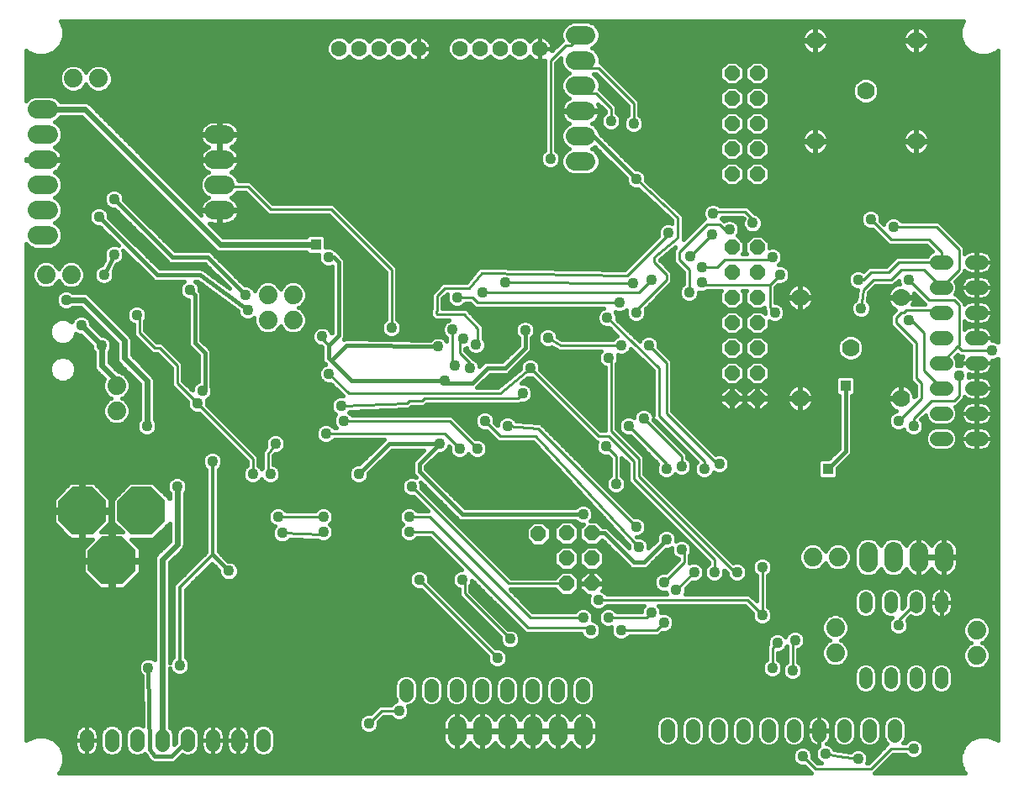
<source format=gbl>
G75*
%MOIN*%
%OFA0B0*%
%FSLAX25Y25*%
%IPPOS*%
%LPD*%
%AMOC8*
5,1,8,0,0,1.08239X$1,22.5*
%
%ADD10OC8,0.06102*%
%ADD11C,0.05600*%
%ADD12OC8,0.19000*%
%ADD13C,0.08268*%
%ADD14C,0.07400*%
%ADD15C,0.06299*%
%ADD16C,0.07400*%
%ADD17C,0.07000*%
%ADD18C,0.05200*%
%ADD19OC8,0.06000*%
%ADD20C,0.02400*%
%ADD21R,0.04362X0.04362*%
%ADD22C,0.01600*%
%ADD23C,0.04362*%
%ADD24C,0.01000*%
%ADD25C,0.01200*%
D10*
X0229783Y0085304D03*
X0229783Y0095304D03*
X0229783Y0105304D03*
X0239783Y0105304D03*
X0239783Y0095304D03*
X0239783Y0085304D03*
D11*
X0236220Y0044645D02*
X0236220Y0041285D01*
X0226220Y0041285D02*
X0226220Y0044645D01*
X0216220Y0044645D02*
X0216220Y0041285D01*
X0206220Y0041285D02*
X0206220Y0044645D01*
X0196220Y0044645D02*
X0196220Y0041285D01*
X0186220Y0041285D02*
X0186220Y0044645D01*
X0176220Y0044645D02*
X0176220Y0041285D01*
X0166220Y0041285D02*
X0166220Y0044645D01*
X0109504Y0024795D02*
X0109504Y0021435D01*
X0099504Y0021435D02*
X0099504Y0024795D01*
X0089504Y0024795D02*
X0089504Y0021435D01*
X0079504Y0021435D02*
X0079504Y0024795D01*
X0069504Y0024795D02*
X0069504Y0021435D01*
X0059504Y0021435D02*
X0059504Y0024795D01*
X0049504Y0024795D02*
X0049504Y0021435D01*
X0039504Y0021435D02*
X0039504Y0024795D01*
X0269882Y0025285D02*
X0269882Y0028645D01*
X0279882Y0028645D02*
X0279882Y0025285D01*
X0289882Y0025285D02*
X0289882Y0028645D01*
X0299882Y0028645D02*
X0299882Y0025285D01*
X0309882Y0025285D02*
X0309882Y0028645D01*
X0319882Y0028645D02*
X0319882Y0025285D01*
X0329882Y0025285D02*
X0329882Y0028645D01*
X0339882Y0028645D02*
X0339882Y0025285D01*
X0349882Y0025285D02*
X0349882Y0028645D01*
X0359882Y0028645D02*
X0359882Y0025285D01*
X0376666Y0142800D02*
X0380026Y0142800D01*
X0380026Y0152800D02*
X0376666Y0152800D01*
X0376666Y0162800D02*
X0380026Y0162800D01*
X0390666Y0162800D02*
X0394026Y0162800D01*
X0394026Y0152800D02*
X0390666Y0152800D01*
X0390666Y0142800D02*
X0394026Y0142800D01*
X0394026Y0172800D02*
X0390666Y0172800D01*
X0390666Y0182800D02*
X0394026Y0182800D01*
X0394026Y0192800D02*
X0390666Y0192800D01*
X0390666Y0202800D02*
X0394026Y0202800D01*
X0394026Y0212800D02*
X0390666Y0212800D01*
X0380026Y0212800D02*
X0376666Y0212800D01*
X0376666Y0202800D02*
X0380026Y0202800D01*
X0380026Y0192800D02*
X0376666Y0192800D01*
X0376666Y0182800D02*
X0380026Y0182800D01*
X0380026Y0172800D02*
X0376666Y0172800D01*
D12*
X0061283Y0114066D03*
X0037683Y0114066D03*
X0049483Y0094366D03*
D13*
X0046483Y0094366D03*
X0052483Y0094366D03*
X0061283Y0111066D03*
X0061283Y0117066D03*
X0037683Y0117066D03*
X0037683Y0111066D03*
D14*
X0024433Y0223430D02*
X0019993Y0223430D01*
X0019993Y0233430D02*
X0024433Y0233430D01*
X0024433Y0243430D02*
X0019993Y0243430D01*
X0019993Y0253430D02*
X0024433Y0253430D01*
X0024433Y0263430D02*
X0019993Y0263430D01*
X0019993Y0273430D02*
X0024433Y0273430D01*
X0089993Y0263430D02*
X0094433Y0263430D01*
X0094433Y0253430D02*
X0089993Y0253430D01*
X0089993Y0243430D02*
X0094433Y0243430D01*
X0094433Y0233430D02*
X0089993Y0233430D01*
X0233126Y0252800D02*
X0237566Y0252800D01*
X0237566Y0262800D02*
X0233126Y0262800D01*
X0233126Y0272800D02*
X0237566Y0272800D01*
X0237566Y0282800D02*
X0233126Y0282800D01*
X0233126Y0292800D02*
X0237566Y0292800D01*
X0237566Y0302800D02*
X0233126Y0302800D01*
X0349346Y0098020D02*
X0349346Y0093580D01*
X0359346Y0093580D02*
X0359346Y0098020D01*
X0369346Y0098020D02*
X0369346Y0093580D01*
X0379346Y0093580D02*
X0379346Y0098020D01*
X0236346Y0029020D02*
X0236346Y0024580D01*
X0226346Y0024580D02*
X0226346Y0029020D01*
X0216346Y0029020D02*
X0216346Y0024580D01*
X0206346Y0024580D02*
X0206346Y0029020D01*
X0196346Y0029020D02*
X0196346Y0024580D01*
X0186346Y0024580D02*
X0186346Y0029020D01*
D15*
X0187598Y0297509D03*
X0195472Y0297509D03*
X0203346Y0297509D03*
X0211220Y0297509D03*
X0219094Y0297509D03*
X0171094Y0297509D03*
X0163220Y0297509D03*
X0155346Y0297509D03*
X0147472Y0297509D03*
X0139598Y0297509D03*
D16*
X0044246Y0285700D03*
X0034246Y0285700D03*
X0033346Y0207800D03*
X0023346Y0207800D03*
X0051346Y0163800D03*
X0051346Y0153800D03*
X0111346Y0189800D03*
X0121346Y0189800D03*
X0121346Y0199800D03*
X0111346Y0199800D03*
X0327346Y0095800D03*
X0337346Y0095800D03*
X0336346Y0067800D03*
X0336346Y0057800D03*
X0392346Y0056800D03*
X0392346Y0066800D03*
D17*
X0362346Y0158800D03*
X0342346Y0178800D03*
X0322346Y0158800D03*
X0322346Y0198800D03*
X0362346Y0198800D03*
X0368346Y0260800D03*
X0348346Y0280800D03*
X0328346Y0260800D03*
X0328346Y0300800D03*
X0368346Y0300800D03*
D18*
X0368346Y0079360D02*
X0368346Y0076240D01*
X0358346Y0076240D02*
X0358346Y0079360D01*
X0348346Y0079360D02*
X0348346Y0076240D01*
X0348346Y0049360D02*
X0348346Y0046240D01*
X0358346Y0046240D02*
X0358346Y0049360D01*
X0368346Y0049360D02*
X0368346Y0046240D01*
X0378346Y0046240D02*
X0378346Y0049360D01*
X0378346Y0076240D02*
X0378346Y0079360D01*
D19*
X0305346Y0158800D03*
X0295346Y0158800D03*
X0295346Y0168800D03*
X0295346Y0178800D03*
X0305346Y0178800D03*
X0305346Y0168800D03*
X0305346Y0188800D03*
X0295346Y0188800D03*
X0295346Y0198800D03*
X0295346Y0208800D03*
X0295346Y0218800D03*
X0305346Y0218800D03*
X0305346Y0208800D03*
X0305346Y0198800D03*
X0305346Y0247800D03*
X0295346Y0247800D03*
X0295346Y0257800D03*
X0295346Y0267800D03*
X0295346Y0277800D03*
X0305346Y0277800D03*
X0305346Y0267800D03*
X0305346Y0257800D03*
X0305346Y0287800D03*
X0295346Y0287800D03*
X0218596Y0105050D03*
D20*
X0135346Y0034800D02*
X0133346Y0032800D01*
X0069504Y0023115D02*
X0069504Y0094957D01*
X0075346Y0100800D01*
X0075346Y0123800D01*
X0063346Y0147800D02*
X0063346Y0165800D01*
X0054346Y0174800D01*
X0054346Y0181800D01*
X0038346Y0197800D01*
X0031346Y0197800D01*
X0037346Y0187800D02*
X0045346Y0179800D01*
X0045346Y0171800D01*
X0051346Y0165800D01*
X0051346Y0163800D01*
X0092346Y0219800D02*
X0130346Y0219800D01*
X0092346Y0219800D02*
X0038717Y0273430D01*
X0022213Y0273430D01*
D21*
X0130346Y0219800D03*
X0333346Y0130800D03*
X0340346Y0163800D03*
D22*
X0029061Y0010645D02*
X0028516Y0010100D01*
X0326794Y0010100D01*
X0324075Y0012819D01*
X0322555Y0012819D01*
X0321091Y0013425D01*
X0319971Y0014545D01*
X0319365Y0016008D01*
X0319365Y0017592D01*
X0319971Y0019055D01*
X0321091Y0020175D01*
X0322555Y0020781D01*
X0324138Y0020781D01*
X0325602Y0020175D01*
X0326721Y0019055D01*
X0327328Y0017592D01*
X0327328Y0016072D01*
X0329299Y0014100D01*
X0330876Y0014100D01*
X0330091Y0014425D01*
X0328971Y0015545D01*
X0328365Y0017008D01*
X0328365Y0018592D01*
X0328971Y0020055D01*
X0329602Y0020685D01*
X0329520Y0020685D01*
X0328805Y0020799D01*
X0328116Y0021022D01*
X0327471Y0021351D01*
X0326885Y0021777D01*
X0326373Y0022289D01*
X0325948Y0022874D01*
X0325619Y0023520D01*
X0325395Y0024208D01*
X0325282Y0024923D01*
X0325282Y0026929D01*
X0329845Y0026929D01*
X0329845Y0027002D01*
X0325282Y0027002D01*
X0325282Y0029007D01*
X0325395Y0029723D01*
X0325619Y0030411D01*
X0325948Y0031056D01*
X0326373Y0031642D01*
X0326885Y0032154D01*
X0327471Y0032580D01*
X0328116Y0032908D01*
X0328805Y0033132D01*
X0329520Y0033245D01*
X0329845Y0033245D01*
X0329845Y0027002D01*
X0329919Y0027002D01*
X0334482Y0027002D01*
X0334482Y0029007D01*
X0334369Y0029723D01*
X0334145Y0030411D01*
X0333816Y0031056D01*
X0333391Y0031642D01*
X0332879Y0032154D01*
X0332293Y0032580D01*
X0331648Y0032908D01*
X0330959Y0033132D01*
X0330244Y0033245D01*
X0329919Y0033245D01*
X0329919Y0027002D01*
X0329919Y0026929D01*
X0334482Y0026929D01*
X0334482Y0024923D01*
X0334369Y0024208D01*
X0334145Y0023520D01*
X0333816Y0022874D01*
X0333391Y0022289D01*
X0332883Y0021781D01*
X0333138Y0021781D01*
X0334602Y0021175D01*
X0335721Y0020055D01*
X0335985Y0019418D01*
X0337715Y0019072D01*
X0342402Y0018486D01*
X0343091Y0019175D01*
X0344555Y0019781D01*
X0346138Y0019781D01*
X0347602Y0019175D01*
X0348721Y0018055D01*
X0349328Y0016592D01*
X0349328Y0015008D01*
X0348951Y0014100D01*
X0349394Y0014100D01*
X0356978Y0021684D01*
X0355982Y0022680D01*
X0355282Y0024370D01*
X0355282Y0029560D01*
X0355982Y0031251D01*
X0357276Y0032545D01*
X0358967Y0033245D01*
X0360797Y0033245D01*
X0362488Y0032545D01*
X0363782Y0031251D01*
X0364482Y0029560D01*
X0364482Y0024370D01*
X0363782Y0022680D01*
X0363202Y0022100D01*
X0364016Y0022100D01*
X0365091Y0023175D01*
X0366555Y0023781D01*
X0368138Y0023781D01*
X0369602Y0023175D01*
X0370721Y0022055D01*
X0371328Y0020592D01*
X0371328Y0019008D01*
X0370721Y0017545D01*
X0369602Y0016425D01*
X0368138Y0015819D01*
X0366555Y0015819D01*
X0365091Y0016425D01*
X0364016Y0017500D01*
X0359299Y0017500D01*
X0352646Y0010847D01*
X0351899Y0010100D01*
X0387877Y0010100D01*
X0387332Y0010645D01*
X0385946Y0013990D01*
X0385946Y0017610D01*
X0387332Y0020955D01*
X0389892Y0023515D01*
X0393236Y0024900D01*
X0396857Y0024900D01*
X0400201Y0023515D01*
X0400747Y0022969D01*
X0400747Y0174571D01*
X0400602Y0174425D01*
X0399138Y0173819D01*
X0398522Y0173819D01*
X0398626Y0173162D01*
X0398626Y0172837D01*
X0392383Y0172837D01*
X0392383Y0172763D01*
X0392383Y0168200D01*
X0394388Y0168200D01*
X0395104Y0168313D01*
X0395792Y0168537D01*
X0396437Y0168866D01*
X0397023Y0169291D01*
X0397535Y0169803D01*
X0397961Y0170389D01*
X0398289Y0171034D01*
X0398513Y0171723D01*
X0398626Y0172438D01*
X0398626Y0172763D01*
X0392383Y0172763D01*
X0392310Y0172763D01*
X0392310Y0168200D01*
X0390304Y0168200D01*
X0389589Y0168313D01*
X0389328Y0168398D01*
X0389328Y0167202D01*
X0389589Y0167287D01*
X0390304Y0167400D01*
X0392310Y0167400D01*
X0392310Y0162837D01*
X0392383Y0162837D01*
X0392383Y0167400D01*
X0394388Y0167400D01*
X0395104Y0167287D01*
X0395792Y0167063D01*
X0396437Y0166734D01*
X0397023Y0166309D01*
X0397535Y0165797D01*
X0397961Y0165211D01*
X0398289Y0164566D01*
X0398513Y0163877D01*
X0398626Y0163162D01*
X0398626Y0162837D01*
X0392383Y0162837D01*
X0392383Y0162763D01*
X0392383Y0158200D01*
X0394388Y0158200D01*
X0395104Y0158313D01*
X0395792Y0158537D01*
X0396437Y0158866D01*
X0397023Y0159291D01*
X0397535Y0159803D01*
X0397961Y0160389D01*
X0398289Y0161034D01*
X0398513Y0161723D01*
X0398626Y0162438D01*
X0398626Y0162763D01*
X0392383Y0162763D01*
X0392310Y0162763D01*
X0392310Y0158200D01*
X0390304Y0158200D01*
X0389589Y0158313D01*
X0388901Y0158537D01*
X0388256Y0158866D01*
X0387670Y0159291D01*
X0387646Y0159315D01*
X0387646Y0158847D01*
X0386299Y0157500D01*
X0384299Y0155500D01*
X0383832Y0155500D01*
X0383926Y0155406D01*
X0384626Y0153715D01*
X0384626Y0151885D01*
X0383926Y0150194D01*
X0382632Y0148900D01*
X0380941Y0148200D01*
X0375751Y0148200D01*
X0374061Y0148900D01*
X0372767Y0150194D01*
X0372066Y0151885D01*
X0372066Y0152267D01*
X0370288Y0150489D01*
X0370721Y0150055D01*
X0371328Y0148592D01*
X0371328Y0147008D01*
X0370721Y0145545D01*
X0369602Y0144425D01*
X0368138Y0143819D01*
X0366555Y0143819D01*
X0365091Y0144425D01*
X0363971Y0145545D01*
X0363605Y0146429D01*
X0363602Y0146425D01*
X0362138Y0145819D01*
X0360555Y0145819D01*
X0359091Y0146425D01*
X0357971Y0147545D01*
X0357365Y0149008D01*
X0357365Y0150592D01*
X0357971Y0152055D01*
X0359091Y0153175D01*
X0360555Y0153781D01*
X0360642Y0153781D01*
X0360312Y0153888D01*
X0359569Y0154267D01*
X0358894Y0154757D01*
X0358304Y0155347D01*
X0357813Y0156022D01*
X0357435Y0156766D01*
X0357177Y0157559D01*
X0357046Y0158383D01*
X0357046Y0158600D01*
X0362146Y0158600D01*
X0362146Y0159000D01*
X0357046Y0159000D01*
X0357046Y0159217D01*
X0357177Y0160041D01*
X0357435Y0160834D01*
X0357813Y0161578D01*
X0358304Y0162253D01*
X0358894Y0162843D01*
X0359569Y0163333D01*
X0360312Y0163712D01*
X0361105Y0163969D01*
X0361929Y0164100D01*
X0362146Y0164100D01*
X0362146Y0159000D01*
X0362546Y0159000D01*
X0362546Y0164100D01*
X0362764Y0164100D01*
X0363588Y0163969D01*
X0364381Y0163712D01*
X0365124Y0163333D01*
X0365799Y0162843D01*
X0366389Y0162253D01*
X0366879Y0161578D01*
X0367258Y0160834D01*
X0367516Y0160041D01*
X0367628Y0159334D01*
X0368046Y0159753D01*
X0368046Y0163847D01*
X0367394Y0164500D01*
X0366046Y0165847D01*
X0366046Y0179847D01*
X0359394Y0186500D01*
X0358046Y0187847D01*
X0358046Y0191753D01*
X0360046Y0193753D01*
X0360226Y0193932D01*
X0359569Y0194267D01*
X0358894Y0194757D01*
X0358304Y0195347D01*
X0357813Y0196022D01*
X0357435Y0196766D01*
X0357177Y0197559D01*
X0357046Y0198383D01*
X0357046Y0198600D01*
X0362146Y0198600D01*
X0362146Y0199000D01*
X0357046Y0199000D01*
X0357046Y0199217D01*
X0357177Y0200041D01*
X0357435Y0200834D01*
X0357813Y0201578D01*
X0358304Y0202253D01*
X0358894Y0202843D01*
X0359569Y0203333D01*
X0360312Y0203712D01*
X0361105Y0203969D01*
X0361753Y0204072D01*
X0361365Y0205008D01*
X0361365Y0205566D01*
X0359299Y0203500D01*
X0352299Y0203500D01*
X0349550Y0200751D01*
X0349220Y0197557D01*
X0349971Y0196805D01*
X0350578Y0195342D01*
X0350578Y0193758D01*
X0349971Y0192295D01*
X0348852Y0191175D01*
X0347388Y0190569D01*
X0345805Y0190569D01*
X0344341Y0191175D01*
X0343221Y0192295D01*
X0342615Y0193758D01*
X0342615Y0195342D01*
X0343221Y0196805D01*
X0344341Y0197925D01*
X0344646Y0198051D01*
X0345036Y0201819D01*
X0344555Y0201819D01*
X0343091Y0202425D01*
X0341971Y0203545D01*
X0341365Y0205008D01*
X0341365Y0206592D01*
X0341971Y0208055D01*
X0343091Y0209175D01*
X0344555Y0209781D01*
X0346138Y0209781D01*
X0347508Y0209214D01*
X0348046Y0209753D01*
X0349394Y0211100D01*
X0356394Y0211100D01*
X0359046Y0213753D01*
X0360394Y0215100D01*
X0372640Y0215100D01*
X0372767Y0215406D01*
X0374061Y0216700D01*
X0374862Y0217032D01*
X0372394Y0219500D01*
X0357394Y0219500D01*
X0356046Y0220847D01*
X0351075Y0225819D01*
X0349555Y0225819D01*
X0348091Y0226425D01*
X0346971Y0227545D01*
X0346365Y0229008D01*
X0346365Y0230592D01*
X0346971Y0232055D01*
X0348091Y0233175D01*
X0349555Y0233781D01*
X0351138Y0233781D01*
X0352602Y0233175D01*
X0353721Y0232055D01*
X0354328Y0230592D01*
X0354328Y0229072D01*
X0355495Y0227904D01*
X0355971Y0229055D01*
X0357091Y0230175D01*
X0358555Y0230781D01*
X0360138Y0230781D01*
X0361602Y0230175D01*
X0362677Y0229100D01*
X0377299Y0229100D01*
X0386299Y0220100D01*
X0387646Y0218753D01*
X0387646Y0216285D01*
X0387670Y0216309D01*
X0388256Y0216734D01*
X0388901Y0217063D01*
X0389589Y0217287D01*
X0390304Y0217400D01*
X0392310Y0217400D01*
X0392310Y0212837D01*
X0392383Y0212837D01*
X0392383Y0217400D01*
X0394388Y0217400D01*
X0395104Y0217287D01*
X0395792Y0217063D01*
X0396437Y0216734D01*
X0397023Y0216309D01*
X0397535Y0215797D01*
X0397961Y0215211D01*
X0398289Y0214566D01*
X0398513Y0213877D01*
X0398626Y0213162D01*
X0398626Y0212837D01*
X0392383Y0212837D01*
X0392383Y0212763D01*
X0392383Y0208200D01*
X0394388Y0208200D01*
X0395104Y0208313D01*
X0395792Y0208537D01*
X0396437Y0208866D01*
X0397023Y0209291D01*
X0397535Y0209803D01*
X0397961Y0210389D01*
X0398289Y0211034D01*
X0398513Y0211723D01*
X0398626Y0212438D01*
X0398626Y0212763D01*
X0392383Y0212763D01*
X0392310Y0212763D01*
X0392310Y0208200D01*
X0390304Y0208200D01*
X0389589Y0208313D01*
X0388901Y0208537D01*
X0388256Y0208866D01*
X0387670Y0209291D01*
X0387646Y0209315D01*
X0387646Y0208847D01*
X0384008Y0205209D01*
X0384626Y0203715D01*
X0384626Y0201885D01*
X0383926Y0200194D01*
X0383832Y0200100D01*
X0384299Y0200100D01*
X0386299Y0198100D01*
X0387646Y0196753D01*
X0387646Y0196285D01*
X0387670Y0196309D01*
X0388256Y0196734D01*
X0388901Y0197063D01*
X0389589Y0197287D01*
X0390304Y0197400D01*
X0392310Y0197400D01*
X0392310Y0192837D01*
X0392383Y0192837D01*
X0392383Y0197400D01*
X0394388Y0197400D01*
X0395104Y0197287D01*
X0395792Y0197063D01*
X0396437Y0196734D01*
X0397023Y0196309D01*
X0397535Y0195797D01*
X0397961Y0195211D01*
X0398289Y0194566D01*
X0398513Y0193877D01*
X0398626Y0193162D01*
X0398626Y0192837D01*
X0392383Y0192837D01*
X0392383Y0192763D01*
X0392383Y0188200D01*
X0394388Y0188200D01*
X0395104Y0188313D01*
X0395792Y0188537D01*
X0396437Y0188866D01*
X0397023Y0189291D01*
X0397535Y0189803D01*
X0397961Y0190389D01*
X0398289Y0191034D01*
X0398513Y0191723D01*
X0398626Y0192438D01*
X0398626Y0192763D01*
X0392383Y0192763D01*
X0392310Y0192763D01*
X0392310Y0188200D01*
X0390304Y0188200D01*
X0389589Y0188313D01*
X0388901Y0188537D01*
X0388256Y0188866D01*
X0387670Y0189291D01*
X0387646Y0189315D01*
X0387646Y0186285D01*
X0387670Y0186309D01*
X0388256Y0186734D01*
X0388901Y0187063D01*
X0389589Y0187287D01*
X0390304Y0187400D01*
X0392310Y0187400D01*
X0392310Y0182837D01*
X0392383Y0182837D01*
X0392383Y0187400D01*
X0394388Y0187400D01*
X0395104Y0187287D01*
X0395792Y0187063D01*
X0396437Y0186734D01*
X0397023Y0186309D01*
X0397535Y0185797D01*
X0397961Y0185211D01*
X0398289Y0184566D01*
X0398513Y0183877D01*
X0398626Y0183162D01*
X0398626Y0182837D01*
X0392383Y0182837D01*
X0392383Y0182763D01*
X0398626Y0182763D01*
X0398626Y0182438D01*
X0398522Y0181781D01*
X0399138Y0181781D01*
X0400602Y0181175D01*
X0400747Y0181029D01*
X0400747Y0296631D01*
X0400201Y0296085D01*
X0396857Y0294700D01*
X0393236Y0294700D01*
X0389892Y0296085D01*
X0387332Y0298645D01*
X0385946Y0301990D01*
X0385946Y0305610D01*
X0387144Y0308500D01*
X0029249Y0308500D01*
X0030446Y0305610D01*
X0030446Y0301990D01*
X0029061Y0298645D01*
X0026501Y0296085D01*
X0023157Y0294700D01*
X0019536Y0294700D01*
X0016192Y0296085D01*
X0015646Y0296631D01*
X0015646Y0276862D01*
X0016877Y0278093D01*
X0018899Y0278930D01*
X0025527Y0278930D01*
X0027548Y0278093D01*
X0029095Y0276545D01*
X0029143Y0276430D01*
X0039313Y0276430D01*
X0040416Y0275973D01*
X0084811Y0231578D01*
X0084628Y0232142D01*
X0084493Y0232997D01*
X0084493Y0233130D01*
X0091913Y0233130D01*
X0092513Y0233130D01*
X0092513Y0233730D01*
X0099933Y0233730D01*
X0099933Y0233863D01*
X0099797Y0234718D01*
X0099530Y0235541D01*
X0099137Y0236313D01*
X0098628Y0237013D01*
X0098016Y0237625D01*
X0097315Y0238134D01*
X0096734Y0238430D01*
X0097548Y0238767D01*
X0099095Y0240314D01*
X0099172Y0240500D01*
X0102394Y0240500D01*
X0111394Y0231500D01*
X0135394Y0231500D01*
X0158046Y0208847D01*
X0158046Y0190130D01*
X0156971Y0189055D01*
X0156365Y0187592D01*
X0156365Y0186008D01*
X0156971Y0184545D01*
X0158091Y0183425D01*
X0159555Y0182819D01*
X0161138Y0182819D01*
X0162602Y0183425D01*
X0163721Y0184545D01*
X0164328Y0186008D01*
X0164328Y0187592D01*
X0163721Y0189055D01*
X0162646Y0190130D01*
X0162646Y0210753D01*
X0138646Y0234753D01*
X0137299Y0236100D01*
X0113299Y0236100D01*
X0105646Y0243753D01*
X0104299Y0245100D01*
X0099694Y0245100D01*
X0099095Y0246545D01*
X0097548Y0248093D01*
X0096734Y0248430D01*
X0097315Y0248726D01*
X0098016Y0249235D01*
X0098628Y0249847D01*
X0099137Y0250547D01*
X0099530Y0251319D01*
X0099797Y0252142D01*
X0099933Y0252997D01*
X0099933Y0253130D01*
X0092513Y0253130D01*
X0092513Y0253730D01*
X0099933Y0253730D01*
X0099933Y0253863D01*
X0099797Y0254718D01*
X0099530Y0255541D01*
X0099137Y0256313D01*
X0098628Y0257013D01*
X0098016Y0257625D01*
X0097315Y0258134D01*
X0096734Y0258430D01*
X0097315Y0258726D01*
X0098016Y0259235D01*
X0098628Y0259847D01*
X0099137Y0260547D01*
X0099530Y0261319D01*
X0099797Y0262142D01*
X0099933Y0262997D01*
X0099933Y0263130D01*
X0092513Y0263130D01*
X0092513Y0263730D01*
X0099933Y0263730D01*
X0099933Y0263863D01*
X0099797Y0264718D01*
X0099530Y0265541D01*
X0099137Y0266313D01*
X0098628Y0267013D01*
X0098016Y0267625D01*
X0097315Y0268134D01*
X0096544Y0268527D01*
X0095721Y0268794D01*
X0094865Y0268930D01*
X0092513Y0268930D01*
X0092513Y0263730D01*
X0091913Y0263730D01*
X0091913Y0268930D01*
X0089560Y0268930D01*
X0088705Y0268794D01*
X0087881Y0268527D01*
X0087110Y0268134D01*
X0086410Y0267625D01*
X0085797Y0267013D01*
X0085289Y0266313D01*
X0084896Y0265541D01*
X0084628Y0264718D01*
X0084493Y0263863D01*
X0084493Y0263730D01*
X0091913Y0263730D01*
X0091913Y0263130D01*
X0092513Y0263130D01*
X0092513Y0257930D01*
X0092513Y0253730D01*
X0091913Y0253730D01*
X0091913Y0263130D01*
X0084493Y0263130D01*
X0084493Y0262997D01*
X0084628Y0262142D01*
X0084896Y0261319D01*
X0085289Y0260547D01*
X0085797Y0259847D01*
X0086410Y0259235D01*
X0087110Y0258726D01*
X0087691Y0258430D01*
X0087110Y0258134D01*
X0086410Y0257625D01*
X0085797Y0257013D01*
X0085289Y0256313D01*
X0084896Y0255541D01*
X0084628Y0254718D01*
X0084493Y0253863D01*
X0084493Y0253730D01*
X0091913Y0253730D01*
X0091913Y0253130D01*
X0084493Y0253130D01*
X0084493Y0252997D01*
X0084628Y0252142D01*
X0084896Y0251319D01*
X0085289Y0250547D01*
X0085797Y0249847D01*
X0086410Y0249235D01*
X0087110Y0248726D01*
X0087691Y0248430D01*
X0086877Y0248093D01*
X0085330Y0246545D01*
X0084493Y0244524D01*
X0084493Y0242336D01*
X0085330Y0240314D01*
X0086877Y0238767D01*
X0087691Y0238430D01*
X0087110Y0238134D01*
X0086410Y0237625D01*
X0085797Y0237013D01*
X0085289Y0236313D01*
X0084896Y0235541D01*
X0084628Y0234718D01*
X0084493Y0233863D01*
X0084493Y0233730D01*
X0091913Y0233730D01*
X0091913Y0233130D01*
X0091913Y0227930D01*
X0089560Y0227930D01*
X0088705Y0228065D01*
X0088140Y0228249D01*
X0093589Y0222800D01*
X0126439Y0222800D01*
X0127420Y0223781D01*
X0133273Y0223781D01*
X0134328Y0222727D01*
X0134328Y0218687D01*
X0134555Y0218781D01*
X0136138Y0218781D01*
X0137602Y0218175D01*
X0138721Y0217055D01*
X0138727Y0217042D01*
X0138819Y0217004D01*
X0140819Y0215004D01*
X0141551Y0214273D01*
X0141946Y0213317D01*
X0141946Y0183283D01*
X0141551Y0182327D01*
X0141478Y0182254D01*
X0141829Y0182400D01*
X0141848Y0182400D01*
X0141865Y0182407D01*
X0142364Y0182400D01*
X0142864Y0182400D01*
X0142881Y0182393D01*
X0175858Y0181941D01*
X0176591Y0182675D01*
X0178055Y0183281D01*
X0179638Y0183281D01*
X0181102Y0182675D01*
X0182211Y0181565D01*
X0182234Y0182782D01*
X0181221Y0183795D01*
X0180615Y0185258D01*
X0180615Y0186842D01*
X0181221Y0188305D01*
X0182341Y0189425D01*
X0183126Y0189750D01*
X0177644Y0189750D01*
X0176296Y0191097D01*
X0175796Y0191597D01*
X0175796Y0194253D01*
X0176046Y0194503D01*
X0176046Y0200253D01*
X0177394Y0201600D01*
X0180644Y0204850D01*
X0190019Y0204850D01*
X0193811Y0209400D01*
X0193813Y0209542D01*
X0194409Y0210118D01*
X0194939Y0210754D01*
X0195081Y0210767D01*
X0195184Y0210866D01*
X0196012Y0210852D01*
X0196837Y0210927D01*
X0196946Y0210836D01*
X0252910Y0209867D01*
X0266316Y0223273D01*
X0266115Y0223758D01*
X0266115Y0225342D01*
X0266721Y0226805D01*
X0267841Y0227925D01*
X0269305Y0228531D01*
X0270888Y0228531D01*
X0271546Y0228258D01*
X0271546Y0229305D01*
X0258199Y0241844D01*
X0258138Y0241819D01*
X0256555Y0241819D01*
X0255091Y0242425D01*
X0253971Y0243545D01*
X0253365Y0245008D01*
X0253365Y0246104D01*
X0241007Y0258462D01*
X0240682Y0258137D01*
X0239868Y0257800D01*
X0240682Y0257463D01*
X0242229Y0255915D01*
X0243066Y0253894D01*
X0243066Y0251706D01*
X0242229Y0249684D01*
X0240682Y0248137D01*
X0238660Y0247300D01*
X0232032Y0247300D01*
X0230011Y0248137D01*
X0228464Y0249684D01*
X0227626Y0251706D01*
X0227626Y0253894D01*
X0228464Y0255915D01*
X0230011Y0257463D01*
X0230825Y0257800D01*
X0230011Y0258137D01*
X0228464Y0259684D01*
X0227626Y0261706D01*
X0227626Y0263894D01*
X0228464Y0265915D01*
X0230011Y0267463D01*
X0230825Y0267800D01*
X0230244Y0268096D01*
X0229543Y0268605D01*
X0228931Y0269217D01*
X0228422Y0269917D01*
X0228029Y0270689D01*
X0227762Y0271512D01*
X0227626Y0272367D01*
X0227626Y0272500D01*
X0235046Y0272500D01*
X0235046Y0273100D01*
X0227626Y0273100D01*
X0227626Y0273233D01*
X0227762Y0274088D01*
X0228029Y0274911D01*
X0228422Y0275683D01*
X0228931Y0276383D01*
X0229543Y0276995D01*
X0230244Y0277504D01*
X0230825Y0277800D01*
X0230011Y0278137D01*
X0228464Y0279684D01*
X0227626Y0281706D01*
X0227626Y0283894D01*
X0228464Y0285915D01*
X0230011Y0287463D01*
X0230825Y0287800D01*
X0230011Y0288137D01*
X0228464Y0289684D01*
X0227626Y0291706D01*
X0227626Y0293827D01*
X0225646Y0291847D01*
X0225646Y0257130D01*
X0226721Y0256055D01*
X0227328Y0254592D01*
X0227328Y0253008D01*
X0226721Y0251545D01*
X0225602Y0250425D01*
X0224138Y0249819D01*
X0222555Y0249819D01*
X0221091Y0250425D01*
X0219971Y0251545D01*
X0219365Y0253008D01*
X0219365Y0254592D01*
X0219971Y0256055D01*
X0221046Y0257130D01*
X0221046Y0292948D01*
X0220994Y0292922D01*
X0220254Y0292681D01*
X0219484Y0292559D01*
X0219095Y0292559D01*
X0219095Y0297509D01*
X0224044Y0297509D01*
X0224044Y0297898D01*
X0223922Y0298668D01*
X0223681Y0299409D01*
X0223328Y0300103D01*
X0222870Y0300733D01*
X0222319Y0301284D01*
X0221689Y0301742D01*
X0220994Y0302096D01*
X0220254Y0302336D01*
X0219484Y0302458D01*
X0219095Y0302458D01*
X0219095Y0297509D01*
X0219095Y0297509D01*
X0219094Y0297509D01*
X0219094Y0302458D01*
X0218705Y0302458D01*
X0217935Y0302336D01*
X0217194Y0302096D01*
X0216500Y0301742D01*
X0215870Y0301284D01*
X0215319Y0300733D01*
X0215183Y0300546D01*
X0214024Y0301705D01*
X0212205Y0302458D01*
X0210236Y0302458D01*
X0208417Y0301705D01*
X0207283Y0300571D01*
X0206150Y0301705D01*
X0204331Y0302458D01*
X0202362Y0302458D01*
X0200543Y0301705D01*
X0199409Y0300571D01*
X0198276Y0301705D01*
X0196457Y0302458D01*
X0194488Y0302458D01*
X0192669Y0301705D01*
X0191535Y0300571D01*
X0190402Y0301705D01*
X0188583Y0302458D01*
X0186614Y0302458D01*
X0184795Y0301705D01*
X0183402Y0300312D01*
X0182649Y0298493D01*
X0182649Y0296524D01*
X0183402Y0294705D01*
X0184795Y0293313D01*
X0186614Y0292559D01*
X0188583Y0292559D01*
X0190402Y0293313D01*
X0191535Y0294446D01*
X0192669Y0293313D01*
X0194488Y0292559D01*
X0196457Y0292559D01*
X0198276Y0293313D01*
X0199409Y0294446D01*
X0200543Y0293313D01*
X0202362Y0292559D01*
X0204331Y0292559D01*
X0206150Y0293313D01*
X0207283Y0294446D01*
X0208417Y0293313D01*
X0210236Y0292559D01*
X0212205Y0292559D01*
X0214024Y0293313D01*
X0215183Y0294471D01*
X0215319Y0294284D01*
X0215870Y0293733D01*
X0216500Y0293275D01*
X0217194Y0292922D01*
X0217935Y0292681D01*
X0218705Y0292559D01*
X0219094Y0292559D01*
X0219094Y0297509D01*
X0219095Y0297509D01*
X0224044Y0297509D01*
X0224044Y0297119D01*
X0223975Y0296681D01*
X0227046Y0299753D01*
X0228029Y0300735D01*
X0227626Y0301706D01*
X0227626Y0303894D01*
X0228464Y0305915D01*
X0230011Y0307463D01*
X0232032Y0308300D01*
X0238660Y0308300D01*
X0240682Y0307463D01*
X0242229Y0305915D01*
X0243066Y0303894D01*
X0243066Y0301706D01*
X0242229Y0299684D01*
X0240682Y0298137D01*
X0239868Y0297800D01*
X0240682Y0297463D01*
X0242229Y0295915D01*
X0243066Y0293894D01*
X0243066Y0292100D01*
X0243299Y0292100D01*
X0244646Y0290753D01*
X0258646Y0276753D01*
X0258646Y0271130D01*
X0259721Y0270055D01*
X0260328Y0268592D01*
X0260328Y0267008D01*
X0259721Y0265545D01*
X0258602Y0264425D01*
X0257138Y0263819D01*
X0255555Y0263819D01*
X0254091Y0264425D01*
X0252971Y0265545D01*
X0252365Y0267008D01*
X0252365Y0268592D01*
X0252971Y0270055D01*
X0254046Y0271130D01*
X0254046Y0274847D01*
X0241394Y0287500D01*
X0240592Y0287500D01*
X0240682Y0287463D01*
X0242229Y0285915D01*
X0243066Y0283894D01*
X0243066Y0281706D01*
X0242957Y0281442D01*
X0243646Y0280753D01*
X0249646Y0274753D01*
X0249646Y0272130D01*
X0250721Y0271055D01*
X0251328Y0269592D01*
X0251328Y0268008D01*
X0250721Y0266545D01*
X0249602Y0265425D01*
X0248138Y0264819D01*
X0246555Y0264819D01*
X0245091Y0265425D01*
X0243971Y0266545D01*
X0243365Y0268008D01*
X0243365Y0269592D01*
X0243971Y0271055D01*
X0245046Y0272130D01*
X0245046Y0272847D01*
X0242332Y0275562D01*
X0242663Y0274911D01*
X0242931Y0274088D01*
X0243066Y0273233D01*
X0243066Y0273100D01*
X0235647Y0273100D01*
X0235647Y0272500D01*
X0243066Y0272500D01*
X0243066Y0272367D01*
X0242931Y0271512D01*
X0242663Y0270689D01*
X0242270Y0269917D01*
X0241762Y0269217D01*
X0241149Y0268605D01*
X0240449Y0268096D01*
X0239868Y0267800D01*
X0240682Y0267463D01*
X0242229Y0265915D01*
X0243066Y0263894D01*
X0243066Y0263757D01*
X0257042Y0249781D01*
X0258138Y0249781D01*
X0259602Y0249175D01*
X0260721Y0248055D01*
X0261328Y0246592D01*
X0261328Y0245216D01*
X0274757Y0232600D01*
X0274799Y0232600D01*
X0275447Y0231952D01*
X0276116Y0231324D01*
X0276117Y0231282D01*
X0276146Y0231253D01*
X0276146Y0230336D01*
X0276175Y0229420D01*
X0276146Y0229389D01*
X0276146Y0223098D01*
X0276242Y0222977D01*
X0276146Y0222165D01*
X0276146Y0221853D01*
X0284359Y0230066D01*
X0283865Y0231258D01*
X0283865Y0232842D01*
X0284471Y0234305D01*
X0285591Y0235425D01*
X0287055Y0236031D01*
X0288638Y0236031D01*
X0290102Y0235425D01*
X0290427Y0235100D01*
X0301549Y0235100D01*
X0302896Y0233753D01*
X0304368Y0232281D01*
X0304388Y0232281D01*
X0305852Y0231675D01*
X0306971Y0230555D01*
X0307578Y0229092D01*
X0307578Y0227508D01*
X0306971Y0226045D01*
X0305852Y0224925D01*
X0304388Y0224319D01*
X0302805Y0224319D01*
X0301341Y0224925D01*
X0300221Y0226045D01*
X0299615Y0227508D01*
X0299615Y0229092D01*
X0300036Y0230108D01*
X0299644Y0230500D01*
X0291514Y0230500D01*
X0291334Y0230066D01*
X0292185Y0229214D01*
X0293555Y0229781D01*
X0295138Y0229781D01*
X0296602Y0229175D01*
X0297721Y0228055D01*
X0298328Y0226592D01*
X0298328Y0225008D01*
X0297721Y0223545D01*
X0297556Y0223379D01*
X0300146Y0220788D01*
X0300146Y0216812D01*
X0299435Y0216100D01*
X0301258Y0216100D01*
X0300546Y0216812D01*
X0300546Y0220788D01*
X0303358Y0223600D01*
X0307335Y0223600D01*
X0310146Y0220788D01*
X0310146Y0218612D01*
X0310555Y0218781D01*
X0312138Y0218781D01*
X0313602Y0218175D01*
X0314721Y0217055D01*
X0315328Y0215592D01*
X0315328Y0214008D01*
X0314721Y0212545D01*
X0313958Y0211781D01*
X0315138Y0211781D01*
X0316602Y0211175D01*
X0317721Y0210055D01*
X0318328Y0208592D01*
X0318328Y0207008D01*
X0317721Y0205545D01*
X0316602Y0204425D01*
X0315138Y0203819D01*
X0313618Y0203819D01*
X0312646Y0202847D01*
X0312646Y0196781D01*
X0313138Y0196781D01*
X0314602Y0196175D01*
X0315721Y0195055D01*
X0316328Y0193592D01*
X0316328Y0192008D01*
X0315721Y0190545D01*
X0314602Y0189425D01*
X0313138Y0188819D01*
X0311555Y0188819D01*
X0310146Y0189402D01*
X0310146Y0186812D01*
X0307335Y0184000D01*
X0303358Y0184000D01*
X0300546Y0186812D01*
X0300546Y0190788D01*
X0303358Y0193600D01*
X0307335Y0193600D01*
X0308365Y0192569D01*
X0308365Y0193528D01*
X0308046Y0193847D01*
X0308046Y0194712D01*
X0307335Y0194000D01*
X0303358Y0194000D01*
X0300546Y0196812D01*
X0300546Y0200788D01*
X0301258Y0201500D01*
X0299435Y0201500D01*
X0300146Y0200788D01*
X0300146Y0196812D01*
X0297335Y0194000D01*
X0293358Y0194000D01*
X0290546Y0196812D01*
X0290546Y0200788D01*
X0291258Y0201500D01*
X0285677Y0201500D01*
X0285602Y0201425D01*
X0284138Y0200819D01*
X0282555Y0200819D01*
X0282328Y0200913D01*
X0282328Y0200008D01*
X0281721Y0198545D01*
X0280602Y0197425D01*
X0279138Y0196819D01*
X0277555Y0196819D01*
X0276091Y0197425D01*
X0274971Y0198545D01*
X0274365Y0200008D01*
X0274365Y0201592D01*
X0274971Y0203055D01*
X0276046Y0204130D01*
X0276046Y0208847D01*
X0272046Y0212847D01*
X0272046Y0217753D01*
X0272977Y0218683D01*
X0266684Y0213715D01*
X0271646Y0208753D01*
X0271646Y0204847D01*
X0270299Y0203500D01*
X0261053Y0194254D01*
X0261328Y0193592D01*
X0261328Y0192008D01*
X0260721Y0190545D01*
X0259602Y0189425D01*
X0258138Y0188819D01*
X0256555Y0188819D01*
X0255091Y0189425D01*
X0253971Y0190545D01*
X0253365Y0192008D01*
X0253365Y0193592D01*
X0253434Y0193757D01*
X0253102Y0193425D01*
X0251638Y0192819D01*
X0250055Y0192819D01*
X0249036Y0193241D01*
X0249221Y0193055D01*
X0249828Y0191592D01*
X0249828Y0190129D01*
X0258722Y0181452D01*
X0258971Y0182055D01*
X0260091Y0183175D01*
X0261555Y0183781D01*
X0263138Y0183781D01*
X0264602Y0183175D01*
X0265721Y0182055D01*
X0266328Y0180592D01*
X0266328Y0179072D01*
X0271646Y0173753D01*
X0271646Y0153753D01*
X0288892Y0136507D01*
X0289555Y0136781D01*
X0291138Y0136781D01*
X0292602Y0136175D01*
X0293721Y0135055D01*
X0294328Y0133592D01*
X0294328Y0132008D01*
X0293721Y0130545D01*
X0292602Y0129425D01*
X0291138Y0128819D01*
X0289555Y0128819D01*
X0288091Y0129425D01*
X0288088Y0129429D01*
X0287721Y0128545D01*
X0286602Y0127425D01*
X0285138Y0126819D01*
X0283555Y0126819D01*
X0282091Y0127425D01*
X0280971Y0128545D01*
X0280365Y0130008D01*
X0280365Y0131592D01*
X0280971Y0133055D01*
X0281405Y0133489D01*
X0265394Y0149500D01*
X0265394Y0149500D01*
X0264328Y0150566D01*
X0264328Y0150072D01*
X0277646Y0136753D01*
X0277646Y0135130D01*
X0278721Y0134055D01*
X0279328Y0132592D01*
X0279328Y0131008D01*
X0278721Y0129545D01*
X0277602Y0128425D01*
X0276138Y0127819D01*
X0274555Y0127819D01*
X0273091Y0128425D01*
X0272795Y0128722D01*
X0272721Y0128545D01*
X0271602Y0127425D01*
X0270138Y0126819D01*
X0268555Y0126819D01*
X0267091Y0127425D01*
X0265971Y0128545D01*
X0265365Y0130008D01*
X0265365Y0131592D01*
X0265933Y0132961D01*
X0255075Y0143819D01*
X0253555Y0143819D01*
X0252091Y0144425D01*
X0250971Y0145545D01*
X0250365Y0147008D01*
X0250365Y0148592D01*
X0250971Y0150055D01*
X0252091Y0151175D01*
X0253555Y0151781D01*
X0255138Y0151781D01*
X0256365Y0151273D01*
X0256365Y0151592D01*
X0256971Y0153055D01*
X0258091Y0154175D01*
X0259555Y0154781D01*
X0261138Y0154781D01*
X0262602Y0154175D01*
X0263721Y0153055D01*
X0264046Y0152270D01*
X0264046Y0169831D01*
X0255130Y0178530D01*
X0254721Y0177545D01*
X0253602Y0176425D01*
X0252138Y0175819D01*
X0250555Y0175819D01*
X0250167Y0175979D01*
X0250328Y0175592D01*
X0250328Y0174008D01*
X0249721Y0172545D01*
X0249646Y0172470D01*
X0249646Y0146753D01*
X0260646Y0135753D01*
X0260646Y0128753D01*
X0295892Y0093507D01*
X0296555Y0093781D01*
X0298138Y0093781D01*
X0299602Y0093175D01*
X0300721Y0092055D01*
X0301328Y0090592D01*
X0301328Y0089008D01*
X0300721Y0087545D01*
X0299602Y0086425D01*
X0298138Y0085819D01*
X0296555Y0085819D01*
X0295091Y0086425D01*
X0293971Y0087545D01*
X0293365Y0089008D01*
X0293365Y0089528D01*
X0292328Y0090566D01*
X0292328Y0089008D01*
X0291721Y0087545D01*
X0290602Y0086425D01*
X0289138Y0085819D01*
X0287555Y0085819D01*
X0286091Y0086425D01*
X0284971Y0087545D01*
X0284365Y0089008D01*
X0284365Y0090592D01*
X0284971Y0092055D01*
X0286046Y0093130D01*
X0286046Y0093847D01*
X0255394Y0124500D01*
X0255394Y0124500D01*
X0254046Y0125847D01*
X0254046Y0132847D01*
X0251646Y0135247D01*
X0251646Y0128130D01*
X0252721Y0127055D01*
X0253328Y0125592D01*
X0253328Y0124008D01*
X0252721Y0122545D01*
X0251602Y0121425D01*
X0250138Y0120819D01*
X0248555Y0120819D01*
X0247091Y0121425D01*
X0245971Y0122545D01*
X0245365Y0124008D01*
X0245365Y0125592D01*
X0245971Y0127055D01*
X0247046Y0128130D01*
X0247046Y0134847D01*
X0246075Y0135819D01*
X0244555Y0135819D01*
X0243091Y0136425D01*
X0241971Y0137545D01*
X0241365Y0139008D01*
X0241365Y0140592D01*
X0241742Y0141500D01*
X0241394Y0141500D01*
X0216075Y0166819D01*
X0214555Y0166819D01*
X0214292Y0166928D01*
X0211716Y0164781D01*
X0213138Y0164781D01*
X0214602Y0164175D01*
X0215721Y0163055D01*
X0216328Y0161592D01*
X0216328Y0160008D01*
X0215721Y0158545D01*
X0214602Y0157425D01*
X0213138Y0156819D01*
X0211618Y0156819D01*
X0211299Y0156500D01*
X0174299Y0156500D01*
X0173299Y0155500D01*
X0168299Y0155500D01*
X0168004Y0155205D01*
X0167387Y0154538D01*
X0167335Y0154536D01*
X0167299Y0154500D01*
X0166391Y0154500D01*
X0143756Y0153629D01*
X0143721Y0153545D01*
X0143425Y0153248D01*
X0143602Y0153175D01*
X0144677Y0152100D01*
X0184299Y0152100D01*
X0193618Y0142781D01*
X0195138Y0142781D01*
X0196602Y0142175D01*
X0197721Y0141055D01*
X0198328Y0139592D01*
X0198328Y0138008D01*
X0197721Y0136545D01*
X0196602Y0135425D01*
X0195138Y0134819D01*
X0193555Y0134819D01*
X0192091Y0135425D01*
X0190971Y0136545D01*
X0190846Y0136847D01*
X0190721Y0136545D01*
X0189602Y0135425D01*
X0188138Y0134819D01*
X0186555Y0134819D01*
X0185091Y0135425D01*
X0183971Y0136545D01*
X0183365Y0138008D01*
X0183365Y0139528D01*
X0183198Y0139696D01*
X0182721Y0138545D01*
X0181602Y0137425D01*
X0180138Y0136819D01*
X0179042Y0136819D01*
X0173946Y0131723D01*
X0173946Y0130877D01*
X0189423Y0115400D01*
X0233316Y0115400D01*
X0234091Y0116175D01*
X0235555Y0116781D01*
X0237138Y0116781D01*
X0238602Y0116175D01*
X0239721Y0115055D01*
X0240328Y0113592D01*
X0240328Y0112008D01*
X0239721Y0110545D01*
X0239332Y0110155D01*
X0241793Y0110155D01*
X0244044Y0107904D01*
X0245360Y0107904D01*
X0246315Y0107508D01*
X0254365Y0099458D01*
X0254365Y0100528D01*
X0253796Y0101097D01*
X0253796Y0101147D01*
X0216343Y0141500D01*
X0202394Y0141500D01*
X0198075Y0145819D01*
X0196555Y0145819D01*
X0195091Y0146425D01*
X0193971Y0147545D01*
X0193365Y0149008D01*
X0193365Y0150592D01*
X0193971Y0152055D01*
X0195091Y0153175D01*
X0196555Y0153781D01*
X0198138Y0153781D01*
X0199602Y0153175D01*
X0200721Y0152055D01*
X0201328Y0150592D01*
X0201328Y0149072D01*
X0202365Y0148034D01*
X0202365Y0148592D01*
X0202971Y0150055D01*
X0204091Y0151175D01*
X0205555Y0151781D01*
X0207138Y0151781D01*
X0208602Y0151175D01*
X0209721Y0150055D01*
X0209819Y0149819D01*
X0218442Y0149100D01*
X0219299Y0149100D01*
X0219377Y0149022D01*
X0219487Y0149013D01*
X0220040Y0148359D01*
X0256618Y0111781D01*
X0258138Y0111781D01*
X0259602Y0111175D01*
X0260721Y0110055D01*
X0261328Y0108592D01*
X0261328Y0107008D01*
X0260721Y0105545D01*
X0259602Y0104425D01*
X0258138Y0103819D01*
X0257593Y0103819D01*
X0257628Y0103781D01*
X0259138Y0103781D01*
X0260602Y0103175D01*
X0261721Y0102055D01*
X0262328Y0100592D01*
X0262328Y0099458D01*
X0265365Y0102496D01*
X0265365Y0103592D01*
X0265971Y0105055D01*
X0267091Y0106175D01*
X0268555Y0106781D01*
X0270138Y0106781D01*
X0271602Y0106175D01*
X0272721Y0105055D01*
X0273328Y0103592D01*
X0273328Y0102273D01*
X0274555Y0102781D01*
X0276138Y0102781D01*
X0277602Y0102175D01*
X0278721Y0101055D01*
X0279328Y0099592D01*
X0279328Y0098008D01*
X0278721Y0096545D01*
X0278646Y0096470D01*
X0278646Y0093405D01*
X0279555Y0093781D01*
X0281138Y0093781D01*
X0282602Y0093175D01*
X0283721Y0092055D01*
X0284328Y0090592D01*
X0284328Y0089008D01*
X0283721Y0087545D01*
X0282602Y0086425D01*
X0281138Y0085819D01*
X0279555Y0085819D01*
X0279540Y0085825D01*
X0277078Y0083447D01*
X0277078Y0082008D01*
X0276701Y0081100D01*
X0302299Y0081100D01*
X0305046Y0078353D01*
X0305046Y0088470D01*
X0303971Y0089545D01*
X0303365Y0091008D01*
X0303365Y0092592D01*
X0303971Y0094055D01*
X0305091Y0095175D01*
X0306555Y0095781D01*
X0308138Y0095781D01*
X0309602Y0095175D01*
X0310721Y0094055D01*
X0311328Y0092592D01*
X0311328Y0091008D01*
X0310721Y0089545D01*
X0309646Y0088470D01*
X0309646Y0076130D01*
X0310721Y0075055D01*
X0311328Y0073592D01*
X0311328Y0072008D01*
X0310721Y0070545D01*
X0309602Y0069425D01*
X0308138Y0068819D01*
X0306555Y0068819D01*
X0305091Y0069425D01*
X0303971Y0070545D01*
X0303365Y0072008D01*
X0303365Y0073528D01*
X0300394Y0076500D01*
X0266277Y0076500D01*
X0266721Y0076055D01*
X0267328Y0074592D01*
X0267328Y0073687D01*
X0267555Y0073781D01*
X0269138Y0073781D01*
X0270602Y0073175D01*
X0271721Y0072055D01*
X0272328Y0070592D01*
X0272328Y0069008D01*
X0271721Y0067545D01*
X0270602Y0066425D01*
X0269138Y0065819D01*
X0267618Y0065819D01*
X0266299Y0064500D01*
X0254677Y0064500D01*
X0253602Y0063425D01*
X0252138Y0062819D01*
X0250555Y0062819D01*
X0249091Y0063425D01*
X0247971Y0064545D01*
X0247365Y0066008D01*
X0247365Y0067592D01*
X0247526Y0067979D01*
X0247138Y0067819D01*
X0245555Y0067819D01*
X0244091Y0068425D01*
X0242971Y0069545D01*
X0242365Y0071008D01*
X0242365Y0072592D01*
X0242971Y0074055D01*
X0244091Y0075175D01*
X0245555Y0075781D01*
X0247138Y0075781D01*
X0248602Y0075175D01*
X0249677Y0074100D01*
X0259365Y0074100D01*
X0259365Y0074592D01*
X0259971Y0076055D01*
X0260416Y0076500D01*
X0245677Y0076500D01*
X0244602Y0075425D01*
X0243138Y0074819D01*
X0241555Y0074819D01*
X0240091Y0075425D01*
X0238971Y0076545D01*
X0238365Y0078008D01*
X0238365Y0079592D01*
X0238722Y0080453D01*
X0237774Y0080453D01*
X0234932Y0083295D01*
X0234932Y0085169D01*
X0239648Y0085169D01*
X0239648Y0085439D01*
X0234932Y0085439D01*
X0234932Y0087313D01*
X0237774Y0090155D01*
X0239648Y0090155D01*
X0239648Y0085439D01*
X0239919Y0085439D01*
X0244635Y0085439D01*
X0244635Y0087313D01*
X0241793Y0090155D01*
X0239919Y0090155D01*
X0239919Y0085439D01*
X0239919Y0085169D01*
X0244635Y0085169D01*
X0244635Y0083295D01*
X0243833Y0082493D01*
X0244602Y0082175D01*
X0245677Y0081100D01*
X0269492Y0081100D01*
X0269186Y0081838D01*
X0269138Y0081819D01*
X0267555Y0081819D01*
X0266091Y0082425D01*
X0264971Y0083545D01*
X0264365Y0085008D01*
X0264365Y0086592D01*
X0264971Y0088055D01*
X0266091Y0089175D01*
X0267555Y0089781D01*
X0269075Y0089781D01*
X0274046Y0094753D01*
X0274046Y0095029D01*
X0273091Y0095425D01*
X0271971Y0096545D01*
X0271365Y0098008D01*
X0271365Y0099327D01*
X0270138Y0098819D01*
X0269042Y0098819D01*
X0261819Y0091596D01*
X0260864Y0091200D01*
X0255829Y0091200D01*
X0254874Y0091596D01*
X0254142Y0092327D01*
X0243905Y0102565D01*
X0241793Y0100453D01*
X0237774Y0100453D01*
X0234932Y0103295D01*
X0234932Y0107313D01*
X0236438Y0108819D01*
X0235555Y0108819D01*
X0234091Y0109425D01*
X0233316Y0110200D01*
X0187829Y0110200D01*
X0186874Y0110596D01*
X0171939Y0125531D01*
X0172328Y0124592D01*
X0172328Y0123072D01*
X0207795Y0087604D01*
X0225223Y0087604D01*
X0227774Y0090155D01*
X0231793Y0090155D01*
X0234635Y0087313D01*
X0234635Y0083295D01*
X0231793Y0080453D01*
X0227774Y0080453D01*
X0225223Y0083004D01*
X0207395Y0083004D01*
X0216299Y0074100D01*
X0233016Y0074100D01*
X0234091Y0075175D01*
X0235555Y0075781D01*
X0237138Y0075781D01*
X0238602Y0075175D01*
X0239721Y0074055D01*
X0240328Y0072592D01*
X0240328Y0071008D01*
X0240220Y0070747D01*
X0241602Y0070175D01*
X0242721Y0069055D01*
X0243328Y0067592D01*
X0243328Y0066008D01*
X0242721Y0064545D01*
X0241602Y0063425D01*
X0240138Y0062819D01*
X0238555Y0062819D01*
X0237091Y0063425D01*
X0235971Y0064545D01*
X0235576Y0065500D01*
X0213394Y0065500D01*
X0212046Y0066847D01*
X0192328Y0086566D01*
X0192328Y0086008D01*
X0191721Y0084545D01*
X0191646Y0084470D01*
X0191646Y0082253D01*
X0206618Y0067281D01*
X0208138Y0067281D01*
X0209602Y0066675D01*
X0210721Y0065555D01*
X0211328Y0064092D01*
X0211328Y0062508D01*
X0210721Y0061045D01*
X0209602Y0059925D01*
X0208138Y0059319D01*
X0206555Y0059319D01*
X0205091Y0059925D01*
X0203971Y0061045D01*
X0203365Y0062508D01*
X0203365Y0064028D01*
X0188394Y0079000D01*
X0187046Y0080347D01*
X0187046Y0083029D01*
X0186091Y0083425D01*
X0184971Y0084545D01*
X0184365Y0086008D01*
X0184365Y0087592D01*
X0184971Y0089055D01*
X0186091Y0090175D01*
X0187555Y0090781D01*
X0188113Y0090781D01*
X0175394Y0103500D01*
X0170677Y0103500D01*
X0169602Y0102425D01*
X0168138Y0101819D01*
X0166555Y0101819D01*
X0165091Y0102425D01*
X0163971Y0103545D01*
X0163365Y0105008D01*
X0163365Y0106592D01*
X0163971Y0108055D01*
X0164716Y0108800D01*
X0163971Y0109545D01*
X0163365Y0111008D01*
X0163365Y0112592D01*
X0163971Y0114055D01*
X0165091Y0115175D01*
X0166555Y0115781D01*
X0168138Y0115781D01*
X0169602Y0115175D01*
X0170677Y0114100D01*
X0174794Y0114100D01*
X0169075Y0119819D01*
X0167555Y0119819D01*
X0166091Y0120425D01*
X0164971Y0121545D01*
X0164365Y0123008D01*
X0164365Y0124592D01*
X0164971Y0126055D01*
X0166091Y0127175D01*
X0167555Y0127781D01*
X0169138Y0127781D01*
X0170077Y0127392D01*
X0169874Y0127596D01*
X0169142Y0128327D01*
X0168746Y0129283D01*
X0168746Y0133317D01*
X0169142Y0134273D01*
X0173070Y0138200D01*
X0160423Y0138200D01*
X0151328Y0129104D01*
X0151328Y0128008D01*
X0150721Y0126545D01*
X0149602Y0125425D01*
X0148138Y0124819D01*
X0146555Y0124819D01*
X0145091Y0125425D01*
X0143971Y0126545D01*
X0143365Y0128008D01*
X0143365Y0129592D01*
X0143971Y0131055D01*
X0145091Y0132175D01*
X0146555Y0132781D01*
X0147651Y0132781D01*
X0157370Y0142500D01*
X0137677Y0142500D01*
X0136602Y0141425D01*
X0135138Y0140819D01*
X0133555Y0140819D01*
X0132091Y0141425D01*
X0130971Y0142545D01*
X0130365Y0144008D01*
X0130365Y0145592D01*
X0130971Y0147055D01*
X0132091Y0148175D01*
X0133555Y0148781D01*
X0135138Y0148781D01*
X0136602Y0148175D01*
X0137677Y0147100D01*
X0138416Y0147100D01*
X0137971Y0147545D01*
X0137365Y0149008D01*
X0137365Y0150592D01*
X0137971Y0152055D01*
X0138268Y0152352D01*
X0138091Y0152425D01*
X0136971Y0153545D01*
X0136365Y0155008D01*
X0136365Y0156592D01*
X0136971Y0158055D01*
X0138091Y0159175D01*
X0139555Y0159781D01*
X0141113Y0159781D01*
X0141046Y0159847D01*
X0136325Y0164569D01*
X0134805Y0164569D01*
X0133341Y0165175D01*
X0132221Y0166295D01*
X0131615Y0167758D01*
X0131615Y0169342D01*
X0132221Y0170805D01*
X0133341Y0171925D01*
X0134192Y0172277D01*
X0134142Y0172327D01*
X0134080Y0172478D01*
X0133904Y0172583D01*
X0133874Y0172596D01*
X0133860Y0172610D01*
X0133096Y0173068D01*
X0132863Y0174003D01*
X0132746Y0174283D01*
X0132746Y0174467D01*
X0132634Y0174916D01*
X0132746Y0175104D01*
X0132746Y0179147D01*
X0132575Y0179319D01*
X0132055Y0179319D01*
X0130591Y0179925D01*
X0129471Y0181045D01*
X0128865Y0182508D01*
X0128865Y0184092D01*
X0129471Y0185555D01*
X0130591Y0186675D01*
X0132055Y0187281D01*
X0133638Y0187281D01*
X0135102Y0186675D01*
X0136221Y0185555D01*
X0136574Y0184704D01*
X0136746Y0184877D01*
X0136746Y0211071D01*
X0136138Y0210819D01*
X0134555Y0210819D01*
X0133091Y0211425D01*
X0131971Y0212545D01*
X0131365Y0214008D01*
X0131365Y0215592D01*
X0131459Y0215819D01*
X0127420Y0215819D01*
X0126439Y0216800D01*
X0091750Y0216800D01*
X0090647Y0217257D01*
X0089803Y0218101D01*
X0089803Y0218101D01*
X0037474Y0270430D01*
X0029143Y0270430D01*
X0029095Y0270314D01*
X0027548Y0268767D01*
X0026734Y0268430D01*
X0027548Y0268093D01*
X0029095Y0266545D01*
X0029933Y0264524D01*
X0029933Y0262336D01*
X0029095Y0260314D01*
X0027548Y0258767D01*
X0026734Y0258430D01*
X0027315Y0258134D01*
X0028016Y0257625D01*
X0028628Y0257013D01*
X0029137Y0256313D01*
X0029530Y0255541D01*
X0029797Y0254718D01*
X0029933Y0253863D01*
X0029933Y0253730D01*
X0022513Y0253730D01*
X0022513Y0253130D01*
X0029933Y0253130D01*
X0029933Y0252997D01*
X0029797Y0252142D01*
X0029530Y0251319D01*
X0029137Y0250547D01*
X0028628Y0249847D01*
X0028016Y0249235D01*
X0027315Y0248726D01*
X0026734Y0248430D01*
X0027548Y0248093D01*
X0029095Y0246545D01*
X0029933Y0244524D01*
X0029933Y0242336D01*
X0029095Y0240314D01*
X0027548Y0238767D01*
X0026734Y0238430D01*
X0027548Y0238093D01*
X0029095Y0236545D01*
X0029933Y0234524D01*
X0029933Y0232336D01*
X0029095Y0230314D01*
X0027548Y0228767D01*
X0026734Y0228430D01*
X0027548Y0228093D01*
X0029095Y0226545D01*
X0029933Y0224524D01*
X0029933Y0222336D01*
X0029095Y0220314D01*
X0027548Y0218767D01*
X0025527Y0217930D01*
X0018899Y0217930D01*
X0016877Y0218767D01*
X0015646Y0219998D01*
X0015646Y0022969D01*
X0016192Y0023515D01*
X0019536Y0024900D01*
X0023157Y0024900D01*
X0026501Y0023515D01*
X0029061Y0020955D01*
X0030446Y0017610D01*
X0030446Y0013990D01*
X0029061Y0010645D01*
X0029011Y0010596D02*
X0326298Y0010596D01*
X0324700Y0012194D02*
X0029703Y0012194D01*
X0030365Y0013793D02*
X0320724Y0013793D01*
X0319621Y0015391D02*
X0075457Y0015391D01*
X0074662Y0014596D02*
X0077395Y0017329D01*
X0078589Y0016835D01*
X0080419Y0016835D01*
X0082110Y0017535D01*
X0083404Y0018829D01*
X0084104Y0020520D01*
X0084104Y0025710D01*
X0083404Y0027401D01*
X0082110Y0028695D01*
X0080419Y0029395D01*
X0078589Y0029395D01*
X0076898Y0028695D01*
X0075604Y0027401D01*
X0074904Y0025710D01*
X0074904Y0022192D01*
X0074104Y0021392D01*
X0074104Y0025710D01*
X0073404Y0027401D01*
X0072504Y0028300D01*
X0072504Y0051674D01*
X0072971Y0050545D01*
X0074091Y0049425D01*
X0075555Y0048819D01*
X0077138Y0048819D01*
X0078602Y0049425D01*
X0079721Y0050545D01*
X0080328Y0052008D01*
X0080328Y0053592D01*
X0079721Y0055055D01*
X0078746Y0056030D01*
X0078746Y0082806D01*
X0089205Y0093264D01*
X0091865Y0090604D01*
X0091865Y0089508D01*
X0092471Y0088045D01*
X0093591Y0086925D01*
X0095055Y0086319D01*
X0096638Y0086319D01*
X0098102Y0086925D01*
X0099221Y0088045D01*
X0099828Y0089508D01*
X0099828Y0091092D01*
X0099221Y0092555D01*
X0098102Y0093675D01*
X0096638Y0094281D01*
X0095542Y0094281D01*
X0091746Y0098077D01*
X0091746Y0130570D01*
X0092721Y0131545D01*
X0093328Y0133008D01*
X0093328Y0134592D01*
X0092721Y0136055D01*
X0091602Y0137175D01*
X0090138Y0137781D01*
X0088555Y0137781D01*
X0087091Y0137175D01*
X0085971Y0136055D01*
X0085365Y0134592D01*
X0085365Y0133008D01*
X0085971Y0131545D01*
X0086946Y0130570D01*
X0086946Y0097800D01*
X0086942Y0097790D01*
X0074987Y0085835D01*
X0074312Y0085159D01*
X0073946Y0084277D01*
X0073946Y0056030D01*
X0072971Y0055055D01*
X0072504Y0053926D01*
X0072504Y0093715D01*
X0077046Y0098257D01*
X0077890Y0099101D01*
X0078346Y0100203D01*
X0078346Y0121170D01*
X0078721Y0121545D01*
X0079328Y0123008D01*
X0079328Y0124592D01*
X0078721Y0126055D01*
X0077602Y0127175D01*
X0076138Y0127781D01*
X0074555Y0127781D01*
X0073091Y0127175D01*
X0071971Y0126055D01*
X0071365Y0124592D01*
X0071365Y0123008D01*
X0071971Y0121545D01*
X0072346Y0121170D01*
X0072346Y0118984D01*
X0065964Y0125366D01*
X0056603Y0125366D01*
X0049983Y0118747D01*
X0049983Y0109386D01*
X0053703Y0105666D01*
X0050061Y0105666D01*
X0050061Y0099786D01*
X0049483Y0099546D01*
X0048905Y0099786D01*
X0048905Y0105666D01*
X0045264Y0105666D01*
X0048983Y0109386D01*
X0048983Y0113488D01*
X0043103Y0113488D01*
X0042864Y0114066D01*
X0043103Y0114644D01*
X0048983Y0114644D01*
X0048983Y0118747D01*
X0042364Y0125366D01*
X0038261Y0125366D01*
X0038261Y0123000D01*
X0037105Y0123000D01*
X0037105Y0125366D01*
X0033003Y0125366D01*
X0026383Y0118747D01*
X0026383Y0114644D01*
X0032264Y0114644D01*
X0032503Y0114066D01*
X0032264Y0113488D01*
X0026383Y0113488D01*
X0026383Y0109386D01*
X0033003Y0102766D01*
X0037105Y0102766D01*
X0037105Y0105132D01*
X0038261Y0105132D01*
X0038261Y0102766D01*
X0041903Y0102766D01*
X0038183Y0099047D01*
X0038183Y0094944D01*
X0040550Y0094944D01*
X0040550Y0093788D01*
X0038183Y0093788D01*
X0038183Y0089686D01*
X0044803Y0083066D01*
X0048905Y0083066D01*
X0048905Y0088947D01*
X0049483Y0089186D01*
X0050061Y0088947D01*
X0050061Y0083066D01*
X0054164Y0083066D01*
X0060783Y0089686D01*
X0060783Y0093788D01*
X0058417Y0093788D01*
X0058417Y0094944D01*
X0060783Y0094944D01*
X0060783Y0099047D01*
X0057064Y0102766D01*
X0065964Y0102766D01*
X0072346Y0109149D01*
X0072346Y0102043D01*
X0066961Y0096657D01*
X0066504Y0095554D01*
X0066504Y0055073D01*
X0066252Y0055325D01*
X0064788Y0055931D01*
X0063205Y0055931D01*
X0061741Y0055325D01*
X0060621Y0054205D01*
X0060015Y0052742D01*
X0060015Y0051158D01*
X0060621Y0049695D01*
X0061443Y0048873D01*
X0061752Y0028843D01*
X0060419Y0029395D01*
X0058589Y0029395D01*
X0056898Y0028695D01*
X0055604Y0027401D01*
X0054904Y0025710D01*
X0054904Y0020520D01*
X0055604Y0018829D01*
X0056898Y0017535D01*
X0058589Y0016835D01*
X0060419Y0016835D01*
X0062110Y0017535D01*
X0062418Y0017844D01*
X0062553Y0017713D01*
X0064277Y0015484D01*
X0064342Y0015327D01*
X0064591Y0015078D01*
X0064806Y0014800D01*
X0064954Y0014716D01*
X0065074Y0014596D01*
X0065399Y0014461D01*
X0065704Y0014286D01*
X0065873Y0014265D01*
X0066029Y0014200D01*
X0066381Y0014200D01*
X0066730Y0014155D01*
X0066894Y0014200D01*
X0073706Y0014200D01*
X0074662Y0014596D01*
X0073189Y0016800D02*
X0079504Y0023115D01*
X0084104Y0023384D02*
X0084904Y0023384D01*
X0084904Y0023152D02*
X0089467Y0023152D01*
X0089467Y0029395D01*
X0089142Y0029395D01*
X0088427Y0029282D01*
X0087738Y0029058D01*
X0087093Y0028729D01*
X0086507Y0028304D01*
X0085995Y0027792D01*
X0085570Y0027206D01*
X0085241Y0026561D01*
X0085017Y0025872D01*
X0084904Y0025157D01*
X0084904Y0023152D01*
X0084904Y0023078D02*
X0084904Y0021073D01*
X0085017Y0020358D01*
X0085241Y0019669D01*
X0085570Y0019024D01*
X0085995Y0018438D01*
X0086507Y0017926D01*
X0087093Y0017501D01*
X0087738Y0017172D01*
X0088427Y0016948D01*
X0089142Y0016835D01*
X0089467Y0016835D01*
X0089467Y0023078D01*
X0089541Y0023078D01*
X0089541Y0023152D01*
X0094104Y0023152D01*
X0094104Y0025157D01*
X0093991Y0025872D01*
X0093767Y0026561D01*
X0093438Y0027206D01*
X0093013Y0027792D01*
X0092501Y0028304D01*
X0091915Y0028729D01*
X0091270Y0029058D01*
X0090581Y0029282D01*
X0089866Y0029395D01*
X0089541Y0029395D01*
X0089541Y0023152D01*
X0089467Y0023152D01*
X0089467Y0023078D01*
X0084904Y0023078D01*
X0084904Y0021785D02*
X0084104Y0021785D01*
X0083966Y0020187D02*
X0085073Y0020187D01*
X0085886Y0018588D02*
X0083162Y0018588D01*
X0080792Y0016990D02*
X0088299Y0016990D01*
X0089467Y0016990D02*
X0089541Y0016990D01*
X0089541Y0016835D02*
X0089866Y0016835D01*
X0090581Y0016948D01*
X0091270Y0017172D01*
X0091915Y0017501D01*
X0092501Y0017926D01*
X0093013Y0018438D01*
X0093438Y0019024D01*
X0093767Y0019669D01*
X0093991Y0020358D01*
X0094104Y0021073D01*
X0094104Y0023078D01*
X0089541Y0023078D01*
X0089541Y0016835D01*
X0090708Y0016990D02*
X0098299Y0016990D01*
X0098427Y0016948D02*
X0099142Y0016835D01*
X0099467Y0016835D01*
X0099467Y0023078D01*
X0099541Y0023078D01*
X0099541Y0023152D01*
X0104104Y0023152D01*
X0104104Y0025157D01*
X0103991Y0025872D01*
X0103767Y0026561D01*
X0103438Y0027206D01*
X0103013Y0027792D01*
X0102501Y0028304D01*
X0101915Y0028729D01*
X0101270Y0029058D01*
X0100581Y0029282D01*
X0099866Y0029395D01*
X0099541Y0029395D01*
X0099541Y0023152D01*
X0099467Y0023152D01*
X0099467Y0029395D01*
X0099142Y0029395D01*
X0098427Y0029282D01*
X0097738Y0029058D01*
X0097093Y0028729D01*
X0096507Y0028304D01*
X0095995Y0027792D01*
X0095570Y0027206D01*
X0095241Y0026561D01*
X0095017Y0025872D01*
X0094904Y0025157D01*
X0094904Y0023152D01*
X0099467Y0023152D01*
X0099467Y0023078D01*
X0094904Y0023078D01*
X0094904Y0021073D01*
X0095017Y0020358D01*
X0095241Y0019669D01*
X0095570Y0019024D01*
X0095995Y0018438D01*
X0096507Y0017926D01*
X0097093Y0017501D01*
X0097738Y0017172D01*
X0098427Y0016948D01*
X0099467Y0016990D02*
X0099541Y0016990D01*
X0099541Y0016835D02*
X0099866Y0016835D01*
X0100581Y0016948D01*
X0101270Y0017172D01*
X0101915Y0017501D01*
X0102501Y0017926D01*
X0103013Y0018438D01*
X0103438Y0019024D01*
X0103767Y0019669D01*
X0103991Y0020358D01*
X0104104Y0021073D01*
X0104104Y0023078D01*
X0099541Y0023078D01*
X0099541Y0016835D01*
X0100708Y0016990D02*
X0108216Y0016990D01*
X0108589Y0016835D02*
X0110419Y0016835D01*
X0112110Y0017535D01*
X0113404Y0018829D01*
X0114104Y0020520D01*
X0114104Y0025710D01*
X0113404Y0027401D01*
X0112110Y0028695D01*
X0110419Y0029395D01*
X0108589Y0029395D01*
X0106898Y0028695D01*
X0105604Y0027401D01*
X0104904Y0025710D01*
X0104904Y0020520D01*
X0105604Y0018829D01*
X0106898Y0017535D01*
X0108589Y0016835D01*
X0110792Y0016990D02*
X0319365Y0016990D01*
X0319778Y0018588D02*
X0113162Y0018588D01*
X0113966Y0020187D02*
X0183036Y0020187D01*
X0182763Y0020385D02*
X0183464Y0019876D01*
X0184235Y0019483D01*
X0185059Y0019215D01*
X0185914Y0019080D01*
X0186046Y0019080D01*
X0186046Y0026500D01*
X0180846Y0026500D01*
X0180846Y0024147D01*
X0180982Y0023292D01*
X0181249Y0022469D01*
X0181642Y0021697D01*
X0182151Y0020997D01*
X0182763Y0020385D01*
X0181598Y0021785D02*
X0114104Y0021785D01*
X0114104Y0023384D02*
X0180967Y0023384D01*
X0180846Y0024982D02*
X0114104Y0024982D01*
X0113743Y0026581D02*
X0148936Y0026581D01*
X0149091Y0026425D02*
X0150555Y0025819D01*
X0152138Y0025819D01*
X0153602Y0026425D01*
X0154721Y0027545D01*
X0155328Y0029008D01*
X0155328Y0030528D01*
X0157299Y0032500D01*
X0160016Y0032500D01*
X0161091Y0031425D01*
X0162555Y0030819D01*
X0164138Y0030819D01*
X0165602Y0031425D01*
X0166721Y0032545D01*
X0167328Y0034008D01*
X0167328Y0035592D01*
X0166875Y0036685D01*
X0167135Y0036685D01*
X0168826Y0037386D01*
X0170120Y0038680D01*
X0170820Y0040370D01*
X0170820Y0045560D01*
X0170120Y0047251D01*
X0168826Y0048545D01*
X0167135Y0049245D01*
X0165305Y0049245D01*
X0163615Y0048545D01*
X0162321Y0047251D01*
X0161620Y0045560D01*
X0161620Y0040370D01*
X0162319Y0038684D01*
X0161091Y0038175D01*
X0160016Y0037100D01*
X0155394Y0037100D01*
X0152075Y0033781D01*
X0150555Y0033781D01*
X0149091Y0033175D01*
X0147971Y0032055D01*
X0147365Y0030592D01*
X0147365Y0029008D01*
X0147971Y0027545D01*
X0149091Y0026425D01*
X0147709Y0028179D02*
X0112625Y0028179D01*
X0106383Y0028179D02*
X0102625Y0028179D01*
X0103757Y0026581D02*
X0105265Y0026581D01*
X0104904Y0024982D02*
X0104104Y0024982D01*
X0104104Y0023384D02*
X0104904Y0023384D01*
X0104904Y0021785D02*
X0104104Y0021785D01*
X0103935Y0020187D02*
X0105042Y0020187D01*
X0105845Y0018588D02*
X0103121Y0018588D01*
X0099541Y0018588D02*
X0099467Y0018588D01*
X0099467Y0020187D02*
X0099541Y0020187D01*
X0099541Y0021785D02*
X0099467Y0021785D01*
X0099467Y0023384D02*
X0099541Y0023384D01*
X0099541Y0024982D02*
X0099467Y0024982D01*
X0099467Y0026581D02*
X0099541Y0026581D01*
X0099541Y0028179D02*
X0099467Y0028179D01*
X0096383Y0028179D02*
X0092625Y0028179D01*
X0093757Y0026581D02*
X0095251Y0026581D01*
X0094904Y0024982D02*
X0094104Y0024982D01*
X0094104Y0023384D02*
X0094904Y0023384D01*
X0094904Y0021785D02*
X0094104Y0021785D01*
X0093935Y0020187D02*
X0095073Y0020187D01*
X0095886Y0018588D02*
X0093121Y0018588D01*
X0089541Y0018588D02*
X0089467Y0018588D01*
X0089467Y0020187D02*
X0089541Y0020187D01*
X0089541Y0021785D02*
X0089467Y0021785D01*
X0089467Y0023384D02*
X0089541Y0023384D01*
X0089541Y0024982D02*
X0089467Y0024982D01*
X0089467Y0026581D02*
X0089541Y0026581D01*
X0089541Y0028179D02*
X0089467Y0028179D01*
X0086383Y0028179D02*
X0082625Y0028179D01*
X0083743Y0026581D02*
X0085251Y0026581D01*
X0084904Y0024982D02*
X0084104Y0024982D01*
X0076383Y0028179D02*
X0072625Y0028179D01*
X0072504Y0029778D02*
X0147365Y0029778D01*
X0147690Y0031376D02*
X0072504Y0031376D01*
X0072504Y0032975D02*
X0148891Y0032975D01*
X0152867Y0034573D02*
X0072504Y0034573D01*
X0072504Y0036172D02*
X0154465Y0036172D01*
X0156175Y0031376D02*
X0161209Y0031376D01*
X0165484Y0031376D02*
X0181374Y0031376D01*
X0181249Y0031131D02*
X0180982Y0030308D01*
X0180846Y0029453D01*
X0180846Y0027100D01*
X0186046Y0027100D01*
X0186046Y0026500D01*
X0186646Y0026500D01*
X0186646Y0019080D01*
X0186779Y0019080D01*
X0187634Y0019215D01*
X0188458Y0019483D01*
X0189229Y0019876D01*
X0189929Y0020385D01*
X0190542Y0020997D01*
X0191050Y0021697D01*
X0191346Y0022278D01*
X0191642Y0021697D01*
X0192151Y0020997D01*
X0192763Y0020385D01*
X0193464Y0019876D01*
X0194235Y0019483D01*
X0195059Y0019215D01*
X0195914Y0019080D01*
X0196046Y0019080D01*
X0196046Y0026500D01*
X0190846Y0026500D01*
X0186647Y0026500D01*
X0186647Y0027100D01*
X0196046Y0027100D01*
X0196046Y0026500D01*
X0196646Y0026500D01*
X0196646Y0019080D01*
X0196779Y0019080D01*
X0197634Y0019215D01*
X0198458Y0019483D01*
X0199229Y0019876D01*
X0199929Y0020385D01*
X0200542Y0020997D01*
X0201050Y0021697D01*
X0201346Y0022278D01*
X0201642Y0021697D01*
X0202151Y0020997D01*
X0202763Y0020385D01*
X0203464Y0019876D01*
X0204235Y0019483D01*
X0205059Y0019215D01*
X0205914Y0019080D01*
X0206046Y0019080D01*
X0206046Y0026500D01*
X0200846Y0026500D01*
X0196647Y0026500D01*
X0196647Y0027100D01*
X0206046Y0027100D01*
X0206046Y0026500D01*
X0206646Y0026500D01*
X0206646Y0019080D01*
X0206779Y0019080D01*
X0207634Y0019215D01*
X0208458Y0019483D01*
X0209229Y0019876D01*
X0209929Y0020385D01*
X0210542Y0020997D01*
X0211050Y0021697D01*
X0211346Y0022278D01*
X0211642Y0021697D01*
X0212151Y0020997D01*
X0212763Y0020385D01*
X0213464Y0019876D01*
X0214235Y0019483D01*
X0215059Y0019215D01*
X0215914Y0019080D01*
X0216046Y0019080D01*
X0216046Y0026500D01*
X0211846Y0026500D01*
X0206647Y0026500D01*
X0206647Y0027100D01*
X0216046Y0027100D01*
X0216046Y0026500D01*
X0216646Y0026500D01*
X0216646Y0019080D01*
X0216779Y0019080D01*
X0217634Y0019215D01*
X0218458Y0019483D01*
X0219229Y0019876D01*
X0219929Y0020385D01*
X0220542Y0020997D01*
X0221050Y0021697D01*
X0221346Y0022278D01*
X0221642Y0021697D01*
X0222151Y0020997D01*
X0222763Y0020385D01*
X0223464Y0019876D01*
X0224235Y0019483D01*
X0225059Y0019215D01*
X0225914Y0019080D01*
X0226046Y0019080D01*
X0226046Y0026500D01*
X0221846Y0026500D01*
X0216647Y0026500D01*
X0216647Y0027100D01*
X0226046Y0027100D01*
X0226046Y0026500D01*
X0226646Y0026500D01*
X0226646Y0019080D01*
X0226779Y0019080D01*
X0227634Y0019215D01*
X0228458Y0019483D01*
X0229229Y0019876D01*
X0229929Y0020385D01*
X0230542Y0020997D01*
X0231050Y0021697D01*
X0231346Y0022278D01*
X0231642Y0021697D01*
X0232151Y0020997D01*
X0232763Y0020385D01*
X0233464Y0019876D01*
X0234235Y0019483D01*
X0235059Y0019215D01*
X0235914Y0019080D01*
X0236046Y0019080D01*
X0236046Y0026500D01*
X0230846Y0026500D01*
X0226647Y0026500D01*
X0226647Y0027100D01*
X0236046Y0027100D01*
X0236046Y0026500D01*
X0236646Y0026500D01*
X0236646Y0019080D01*
X0236779Y0019080D01*
X0237634Y0019215D01*
X0238458Y0019483D01*
X0239229Y0019876D01*
X0239929Y0020385D01*
X0240542Y0020997D01*
X0241050Y0021697D01*
X0241443Y0022469D01*
X0241711Y0023292D01*
X0241846Y0024147D01*
X0241846Y0026500D01*
X0236647Y0026500D01*
X0236647Y0027100D01*
X0241846Y0027100D01*
X0241846Y0029453D01*
X0241711Y0030308D01*
X0241443Y0031131D01*
X0241050Y0031903D01*
X0240542Y0032603D01*
X0239929Y0033215D01*
X0239229Y0033724D01*
X0238458Y0034117D01*
X0237634Y0034385D01*
X0236779Y0034520D01*
X0236646Y0034520D01*
X0236646Y0027100D01*
X0236046Y0027100D01*
X0236046Y0034520D01*
X0235914Y0034520D01*
X0235059Y0034385D01*
X0234235Y0034117D01*
X0233464Y0033724D01*
X0232763Y0033215D01*
X0232151Y0032603D01*
X0231642Y0031903D01*
X0231346Y0031322D01*
X0231050Y0031903D01*
X0230542Y0032603D01*
X0229929Y0033215D01*
X0229229Y0033724D01*
X0228458Y0034117D01*
X0227634Y0034385D01*
X0226779Y0034520D01*
X0226646Y0034520D01*
X0226646Y0027100D01*
X0226046Y0027100D01*
X0226046Y0034520D01*
X0225914Y0034520D01*
X0225059Y0034385D01*
X0224235Y0034117D01*
X0223464Y0033724D01*
X0222763Y0033215D01*
X0222151Y0032603D01*
X0221642Y0031903D01*
X0221346Y0031322D01*
X0221050Y0031903D01*
X0220542Y0032603D01*
X0219929Y0033215D01*
X0219229Y0033724D01*
X0218458Y0034117D01*
X0217634Y0034385D01*
X0216779Y0034520D01*
X0216646Y0034520D01*
X0216646Y0027100D01*
X0216046Y0027100D01*
X0216046Y0034520D01*
X0215914Y0034520D01*
X0215059Y0034385D01*
X0214235Y0034117D01*
X0213464Y0033724D01*
X0212763Y0033215D01*
X0212151Y0032603D01*
X0211642Y0031903D01*
X0211346Y0031322D01*
X0211050Y0031903D01*
X0210542Y0032603D01*
X0209929Y0033215D01*
X0209229Y0033724D01*
X0208458Y0034117D01*
X0207634Y0034385D01*
X0206779Y0034520D01*
X0206646Y0034520D01*
X0206646Y0027100D01*
X0206046Y0027100D01*
X0206046Y0034520D01*
X0205914Y0034520D01*
X0205059Y0034385D01*
X0204235Y0034117D01*
X0203464Y0033724D01*
X0202763Y0033215D01*
X0202151Y0032603D01*
X0201642Y0031903D01*
X0201346Y0031322D01*
X0201050Y0031903D01*
X0200542Y0032603D01*
X0199929Y0033215D01*
X0199229Y0033724D01*
X0198458Y0034117D01*
X0197634Y0034385D01*
X0196779Y0034520D01*
X0196646Y0034520D01*
X0196646Y0027100D01*
X0196046Y0027100D01*
X0196046Y0034520D01*
X0195914Y0034520D01*
X0195059Y0034385D01*
X0194235Y0034117D01*
X0193464Y0033724D01*
X0192763Y0033215D01*
X0192151Y0032603D01*
X0191642Y0031903D01*
X0191346Y0031322D01*
X0191050Y0031903D01*
X0190542Y0032603D01*
X0189929Y0033215D01*
X0189229Y0033724D01*
X0188458Y0034117D01*
X0187634Y0034385D01*
X0186779Y0034520D01*
X0186646Y0034520D01*
X0186646Y0027100D01*
X0186046Y0027100D01*
X0186046Y0034520D01*
X0185914Y0034520D01*
X0185059Y0034385D01*
X0184235Y0034117D01*
X0183464Y0033724D01*
X0182763Y0033215D01*
X0182151Y0032603D01*
X0181642Y0031903D01*
X0181249Y0031131D01*
X0180898Y0029778D02*
X0155328Y0029778D01*
X0154984Y0028179D02*
X0180846Y0028179D01*
X0182523Y0032975D02*
X0166899Y0032975D01*
X0167328Y0034573D02*
X0400747Y0034573D01*
X0400747Y0032975D02*
X0361450Y0032975D01*
X0363656Y0031376D02*
X0400747Y0031376D01*
X0400747Y0029778D02*
X0364392Y0029778D01*
X0364482Y0028179D02*
X0400747Y0028179D01*
X0400747Y0026581D02*
X0364482Y0026581D01*
X0364482Y0024982D02*
X0400747Y0024982D01*
X0400747Y0023384D02*
X0400332Y0023384D01*
X0389761Y0023384D02*
X0369098Y0023384D01*
X0370833Y0021785D02*
X0388162Y0021785D01*
X0387014Y0020187D02*
X0371328Y0020187D01*
X0371154Y0018588D02*
X0386352Y0018588D01*
X0385946Y0016990D02*
X0370166Y0016990D01*
X0364527Y0016990D02*
X0358789Y0016990D01*
X0357190Y0015391D02*
X0385946Y0015391D01*
X0386028Y0013793D02*
X0355592Y0013793D01*
X0353993Y0012194D02*
X0386690Y0012194D01*
X0387382Y0010596D02*
X0352395Y0010596D01*
X0350685Y0015391D02*
X0349328Y0015391D01*
X0349163Y0016990D02*
X0352283Y0016990D01*
X0353882Y0018588D02*
X0348188Y0018588D01*
X0348967Y0020685D02*
X0350797Y0020685D01*
X0352488Y0021386D01*
X0353782Y0022680D01*
X0354482Y0024370D01*
X0354482Y0029560D01*
X0353782Y0031251D01*
X0352488Y0032545D01*
X0350797Y0033245D01*
X0348967Y0033245D01*
X0347276Y0032545D01*
X0345982Y0031251D01*
X0345282Y0029560D01*
X0345282Y0024370D01*
X0345982Y0022680D01*
X0347276Y0021386D01*
X0348967Y0020685D01*
X0346877Y0021785D02*
X0342887Y0021785D01*
X0342488Y0021386D02*
X0343782Y0022680D01*
X0344482Y0024370D01*
X0344482Y0029560D01*
X0343782Y0031251D01*
X0342488Y0032545D01*
X0340797Y0033245D01*
X0338967Y0033245D01*
X0337276Y0032545D01*
X0335982Y0031251D01*
X0335282Y0029560D01*
X0335282Y0024370D01*
X0335982Y0022680D01*
X0337276Y0021386D01*
X0338967Y0020685D01*
X0340797Y0020685D01*
X0342488Y0021386D01*
X0344073Y0023384D02*
X0345691Y0023384D01*
X0345282Y0024982D02*
X0344482Y0024982D01*
X0344482Y0026581D02*
X0345282Y0026581D01*
X0345282Y0028179D02*
X0344482Y0028179D01*
X0344392Y0029778D02*
X0345372Y0029778D01*
X0346107Y0031376D02*
X0343656Y0031376D01*
X0341450Y0032975D02*
X0348313Y0032975D01*
X0351450Y0032975D02*
X0358313Y0032975D01*
X0356107Y0031376D02*
X0353656Y0031376D01*
X0354392Y0029778D02*
X0355372Y0029778D01*
X0355282Y0028179D02*
X0354482Y0028179D01*
X0354482Y0026581D02*
X0355282Y0026581D01*
X0355282Y0024982D02*
X0354482Y0024982D01*
X0354073Y0023384D02*
X0355691Y0023384D01*
X0356877Y0021785D02*
X0352887Y0021785D01*
X0355480Y0020187D02*
X0335590Y0020187D01*
X0336877Y0021785D02*
X0332887Y0021785D01*
X0334076Y0023384D02*
X0335691Y0023384D01*
X0335282Y0024982D02*
X0334482Y0024982D01*
X0334482Y0026581D02*
X0335282Y0026581D01*
X0335282Y0028179D02*
X0334482Y0028179D01*
X0334351Y0029778D02*
X0335372Y0029778D01*
X0336107Y0031376D02*
X0333584Y0031376D01*
X0331443Y0032975D02*
X0338313Y0032975D01*
X0329919Y0032975D02*
X0329845Y0032975D01*
X0328320Y0032975D02*
X0321450Y0032975D01*
X0320797Y0033245D02*
X0318967Y0033245D01*
X0317276Y0032545D01*
X0315982Y0031251D01*
X0315282Y0029560D01*
X0315282Y0024370D01*
X0315982Y0022680D01*
X0317276Y0021386D01*
X0318967Y0020685D01*
X0320797Y0020685D01*
X0322488Y0021386D01*
X0323782Y0022680D01*
X0324482Y0024370D01*
X0324482Y0029560D01*
X0323782Y0031251D01*
X0322488Y0032545D01*
X0320797Y0033245D01*
X0318313Y0032975D02*
X0311450Y0032975D01*
X0310797Y0033245D02*
X0308967Y0033245D01*
X0307276Y0032545D01*
X0305982Y0031251D01*
X0305282Y0029560D01*
X0305282Y0024370D01*
X0305982Y0022680D01*
X0307276Y0021386D01*
X0308967Y0020685D01*
X0310797Y0020685D01*
X0312488Y0021386D01*
X0313782Y0022680D01*
X0314482Y0024370D01*
X0314482Y0029560D01*
X0313782Y0031251D01*
X0312488Y0032545D01*
X0310797Y0033245D01*
X0308313Y0032975D02*
X0301450Y0032975D01*
X0300797Y0033245D02*
X0298967Y0033245D01*
X0297276Y0032545D01*
X0295982Y0031251D01*
X0295282Y0029560D01*
X0295282Y0024370D01*
X0295982Y0022680D01*
X0297276Y0021386D01*
X0298967Y0020685D01*
X0300797Y0020685D01*
X0302488Y0021386D01*
X0303782Y0022680D01*
X0304482Y0024370D01*
X0304482Y0029560D01*
X0303782Y0031251D01*
X0302488Y0032545D01*
X0300797Y0033245D01*
X0298313Y0032975D02*
X0291450Y0032975D01*
X0290797Y0033245D02*
X0288967Y0033245D01*
X0287276Y0032545D01*
X0285982Y0031251D01*
X0285282Y0029560D01*
X0285282Y0024370D01*
X0285982Y0022680D01*
X0287276Y0021386D01*
X0288967Y0020685D01*
X0290797Y0020685D01*
X0292488Y0021386D01*
X0293782Y0022680D01*
X0294482Y0024370D01*
X0294482Y0029560D01*
X0293782Y0031251D01*
X0292488Y0032545D01*
X0290797Y0033245D01*
X0288313Y0032975D02*
X0281450Y0032975D01*
X0280797Y0033245D02*
X0278967Y0033245D01*
X0277276Y0032545D01*
X0275982Y0031251D01*
X0275282Y0029560D01*
X0275282Y0024370D01*
X0275982Y0022680D01*
X0277276Y0021386D01*
X0278967Y0020685D01*
X0280797Y0020685D01*
X0282488Y0021386D01*
X0283782Y0022680D01*
X0284482Y0024370D01*
X0284482Y0029560D01*
X0283782Y0031251D01*
X0282488Y0032545D01*
X0280797Y0033245D01*
X0278313Y0032975D02*
X0271450Y0032975D01*
X0270797Y0033245D02*
X0272488Y0032545D01*
X0273782Y0031251D01*
X0274482Y0029560D01*
X0274482Y0024370D01*
X0273782Y0022680D01*
X0272488Y0021386D01*
X0270797Y0020685D01*
X0268967Y0020685D01*
X0267276Y0021386D01*
X0265982Y0022680D01*
X0265282Y0024370D01*
X0265282Y0029560D01*
X0265982Y0031251D01*
X0267276Y0032545D01*
X0268967Y0033245D01*
X0270797Y0033245D01*
X0268313Y0032975D02*
X0240170Y0032975D01*
X0241319Y0031376D02*
X0266107Y0031376D01*
X0265372Y0029778D02*
X0241795Y0029778D01*
X0241846Y0028179D02*
X0265282Y0028179D01*
X0265282Y0026581D02*
X0236647Y0026581D01*
X0236046Y0026581D02*
X0226647Y0026581D01*
X0226046Y0026581D02*
X0216647Y0026581D01*
X0216046Y0026581D02*
X0206647Y0026581D01*
X0206046Y0026581D02*
X0196647Y0026581D01*
X0196046Y0026581D02*
X0186647Y0026581D01*
X0186046Y0026581D02*
X0153757Y0026581D01*
X0160687Y0037770D02*
X0072504Y0037770D01*
X0072504Y0039369D02*
X0162035Y0039369D01*
X0161620Y0040967D02*
X0072504Y0040967D01*
X0072504Y0042566D02*
X0161620Y0042566D01*
X0161620Y0044164D02*
X0072504Y0044164D01*
X0072504Y0045763D02*
X0161704Y0045763D01*
X0162431Y0047361D02*
X0072504Y0047361D01*
X0072504Y0048960D02*
X0075214Y0048960D01*
X0077479Y0048960D02*
X0164616Y0048960D01*
X0167825Y0048960D02*
X0174616Y0048960D01*
X0175305Y0049245D02*
X0173615Y0048545D01*
X0172321Y0047251D01*
X0171620Y0045560D01*
X0171620Y0040370D01*
X0172321Y0038680D01*
X0173615Y0037386D01*
X0175305Y0036685D01*
X0177135Y0036685D01*
X0178826Y0037386D01*
X0180120Y0038680D01*
X0180820Y0040370D01*
X0180820Y0045560D01*
X0180120Y0047251D01*
X0178826Y0048545D01*
X0177135Y0049245D01*
X0175305Y0049245D01*
X0177825Y0048960D02*
X0184616Y0048960D01*
X0185305Y0049245D02*
X0183615Y0048545D01*
X0182321Y0047251D01*
X0181620Y0045560D01*
X0181620Y0040370D01*
X0182321Y0038680D01*
X0183615Y0037386D01*
X0185305Y0036685D01*
X0187135Y0036685D01*
X0188826Y0037386D01*
X0190120Y0038680D01*
X0190820Y0040370D01*
X0190820Y0045560D01*
X0190120Y0047251D01*
X0188826Y0048545D01*
X0187135Y0049245D01*
X0185305Y0049245D01*
X0187825Y0048960D02*
X0194616Y0048960D01*
X0195305Y0049245D02*
X0193615Y0048545D01*
X0192321Y0047251D01*
X0191620Y0045560D01*
X0191620Y0040370D01*
X0192321Y0038680D01*
X0193615Y0037386D01*
X0195305Y0036685D01*
X0197135Y0036685D01*
X0198826Y0037386D01*
X0200120Y0038680D01*
X0200820Y0040370D01*
X0200820Y0045560D01*
X0200120Y0047251D01*
X0198826Y0048545D01*
X0197135Y0049245D01*
X0195305Y0049245D01*
X0197825Y0048960D02*
X0204616Y0048960D01*
X0205305Y0049245D02*
X0203615Y0048545D01*
X0202321Y0047251D01*
X0201620Y0045560D01*
X0201620Y0040370D01*
X0202321Y0038680D01*
X0203615Y0037386D01*
X0205305Y0036685D01*
X0207135Y0036685D01*
X0208826Y0037386D01*
X0210120Y0038680D01*
X0210820Y0040370D01*
X0210820Y0045560D01*
X0210120Y0047251D01*
X0208826Y0048545D01*
X0207135Y0049245D01*
X0205305Y0049245D01*
X0207825Y0048960D02*
X0214616Y0048960D01*
X0215305Y0049245D02*
X0213615Y0048545D01*
X0212321Y0047251D01*
X0211620Y0045560D01*
X0211620Y0040370D01*
X0212321Y0038680D01*
X0213615Y0037386D01*
X0215305Y0036685D01*
X0217135Y0036685D01*
X0218826Y0037386D01*
X0220120Y0038680D01*
X0220820Y0040370D01*
X0220820Y0045560D01*
X0220120Y0047251D01*
X0218826Y0048545D01*
X0217135Y0049245D01*
X0215305Y0049245D01*
X0217825Y0048960D02*
X0224616Y0048960D01*
X0225305Y0049245D02*
X0223615Y0048545D01*
X0222321Y0047251D01*
X0221620Y0045560D01*
X0221620Y0040370D01*
X0222321Y0038680D01*
X0223615Y0037386D01*
X0225305Y0036685D01*
X0227135Y0036685D01*
X0228826Y0037386D01*
X0230120Y0038680D01*
X0230820Y0040370D01*
X0230820Y0045560D01*
X0230120Y0047251D01*
X0228826Y0048545D01*
X0227135Y0049245D01*
X0225305Y0049245D01*
X0227825Y0048960D02*
X0234616Y0048960D01*
X0235305Y0049245D02*
X0233615Y0048545D01*
X0232321Y0047251D01*
X0231620Y0045560D01*
X0231620Y0040370D01*
X0232321Y0038680D01*
X0233615Y0037386D01*
X0235305Y0036685D01*
X0237135Y0036685D01*
X0238826Y0037386D01*
X0240120Y0038680D01*
X0240820Y0040370D01*
X0240820Y0045560D01*
X0240120Y0047251D01*
X0238826Y0048545D01*
X0237135Y0049245D01*
X0235305Y0049245D01*
X0237825Y0048960D02*
X0308557Y0048960D01*
X0309091Y0048425D02*
X0310555Y0047819D01*
X0312138Y0047819D01*
X0313602Y0048425D01*
X0314721Y0049545D01*
X0315328Y0051008D01*
X0315328Y0052592D01*
X0314721Y0054055D01*
X0313646Y0055130D01*
X0313646Y0057819D01*
X0314138Y0057819D01*
X0315602Y0058425D01*
X0316721Y0059545D01*
X0317046Y0060330D01*
X0317046Y0054130D01*
X0315971Y0053055D01*
X0315365Y0051592D01*
X0315365Y0050008D01*
X0315971Y0048545D01*
X0317091Y0047425D01*
X0318555Y0046819D01*
X0320138Y0046819D01*
X0321602Y0047425D01*
X0322721Y0048545D01*
X0323328Y0050008D01*
X0323328Y0051592D01*
X0322721Y0053055D01*
X0321646Y0054130D01*
X0321646Y0059029D01*
X0322602Y0059425D01*
X0323721Y0060545D01*
X0324328Y0062008D01*
X0324328Y0063592D01*
X0323721Y0065055D01*
X0322602Y0066175D01*
X0321138Y0066781D01*
X0319555Y0066781D01*
X0318091Y0066175D01*
X0316971Y0065055D01*
X0316605Y0064171D01*
X0315602Y0065175D01*
X0314138Y0065781D01*
X0312555Y0065781D01*
X0311091Y0065175D01*
X0309971Y0064055D01*
X0309365Y0062592D01*
X0309365Y0061072D01*
X0309046Y0060753D01*
X0309046Y0055130D01*
X0307971Y0054055D01*
X0307365Y0052592D01*
X0307365Y0051008D01*
X0307971Y0049545D01*
X0309091Y0048425D01*
X0307552Y0050558D02*
X0079727Y0050558D01*
X0080328Y0052157D02*
X0200739Y0052157D01*
X0200091Y0052425D02*
X0201555Y0051819D01*
X0203138Y0051819D01*
X0204602Y0052425D01*
X0205721Y0053545D01*
X0206328Y0055008D01*
X0206328Y0056592D01*
X0205721Y0058055D01*
X0204602Y0059175D01*
X0203138Y0059781D01*
X0201618Y0059781D01*
X0175328Y0086072D01*
X0175328Y0087592D01*
X0174721Y0089055D01*
X0173602Y0090175D01*
X0172138Y0090781D01*
X0170555Y0090781D01*
X0169091Y0090175D01*
X0167971Y0089055D01*
X0167365Y0087592D01*
X0167365Y0086008D01*
X0167971Y0084545D01*
X0169091Y0083425D01*
X0170555Y0082819D01*
X0172075Y0082819D01*
X0198365Y0056528D01*
X0198365Y0055008D01*
X0198971Y0053545D01*
X0200091Y0052425D01*
X0198884Y0053755D02*
X0080260Y0053755D01*
X0079423Y0055354D02*
X0198365Y0055354D01*
X0197941Y0056952D02*
X0078746Y0056952D01*
X0078746Y0058551D02*
X0196343Y0058551D01*
X0194744Y0060149D02*
X0078746Y0060149D01*
X0078746Y0061748D02*
X0193146Y0061748D01*
X0191547Y0063346D02*
X0078746Y0063346D01*
X0078746Y0064945D02*
X0189949Y0064945D01*
X0188350Y0066543D02*
X0078746Y0066543D01*
X0078746Y0068142D02*
X0186752Y0068142D01*
X0185153Y0069740D02*
X0078746Y0069740D01*
X0078746Y0071339D02*
X0183555Y0071339D01*
X0181956Y0072937D02*
X0078746Y0072937D01*
X0078746Y0074536D02*
X0180358Y0074536D01*
X0178759Y0076134D02*
X0078746Y0076134D01*
X0078746Y0077733D02*
X0177161Y0077733D01*
X0175562Y0079332D02*
X0078746Y0079332D01*
X0078746Y0080930D02*
X0173964Y0080930D01*
X0172365Y0082529D02*
X0078746Y0082529D01*
X0080068Y0084127D02*
X0168389Y0084127D01*
X0167482Y0085726D02*
X0081666Y0085726D01*
X0083265Y0087324D02*
X0093192Y0087324D01*
X0092108Y0088923D02*
X0084863Y0088923D01*
X0086462Y0090521D02*
X0091865Y0090521D01*
X0090350Y0092120D02*
X0088060Y0092120D01*
X0084469Y0095317D02*
X0074106Y0095317D01*
X0075704Y0096915D02*
X0086068Y0096915D01*
X0086946Y0098514D02*
X0077303Y0098514D01*
X0078309Y0100112D02*
X0086946Y0100112D01*
X0086946Y0101711D02*
X0078346Y0101711D01*
X0078346Y0103309D02*
X0086946Y0103309D01*
X0086946Y0104908D02*
X0078346Y0104908D01*
X0078346Y0106506D02*
X0086946Y0106506D01*
X0086946Y0108105D02*
X0078346Y0108105D01*
X0078346Y0109703D02*
X0086946Y0109703D01*
X0086946Y0111302D02*
X0078346Y0111302D01*
X0078346Y0112900D02*
X0086946Y0112900D01*
X0086946Y0114499D02*
X0078346Y0114499D01*
X0078346Y0116097D02*
X0086946Y0116097D01*
X0086946Y0117696D02*
X0078346Y0117696D01*
X0078346Y0119294D02*
X0086946Y0119294D01*
X0086946Y0120893D02*
X0078346Y0120893D01*
X0079113Y0122491D02*
X0086946Y0122491D01*
X0086946Y0124090D02*
X0079328Y0124090D01*
X0078873Y0125688D02*
X0086946Y0125688D01*
X0086946Y0127287D02*
X0077332Y0127287D01*
X0073361Y0127287D02*
X0015646Y0127287D01*
X0015646Y0128885D02*
X0086946Y0128885D01*
X0086946Y0130484D02*
X0015646Y0130484D01*
X0015646Y0132082D02*
X0085749Y0132082D01*
X0085365Y0133681D02*
X0015646Y0133681D01*
X0015646Y0135279D02*
X0085650Y0135279D01*
X0086794Y0136878D02*
X0015646Y0136878D01*
X0015646Y0138476D02*
X0098417Y0138476D01*
X0100016Y0136878D02*
X0091899Y0136878D01*
X0093043Y0135279D02*
X0101614Y0135279D01*
X0103046Y0133847D02*
X0103046Y0132130D01*
X0101971Y0131055D01*
X0101365Y0129592D01*
X0101365Y0128008D01*
X0101971Y0126545D01*
X0103091Y0125425D01*
X0104555Y0124819D01*
X0106138Y0124819D01*
X0107602Y0125425D01*
X0108721Y0126545D01*
X0108846Y0126847D01*
X0108971Y0126545D01*
X0110091Y0125425D01*
X0111555Y0124819D01*
X0113138Y0124819D01*
X0114602Y0125425D01*
X0115721Y0126545D01*
X0116328Y0128008D01*
X0116328Y0129592D01*
X0115721Y0131055D01*
X0114602Y0132175D01*
X0113646Y0132571D01*
X0113646Y0136033D01*
X0114236Y0136819D01*
X0115138Y0136819D01*
X0116602Y0137425D01*
X0117721Y0138545D01*
X0118328Y0140008D01*
X0118328Y0141592D01*
X0117721Y0143055D01*
X0116602Y0144175D01*
X0115138Y0144781D01*
X0113555Y0144781D01*
X0112091Y0144175D01*
X0110971Y0143055D01*
X0110365Y0141592D01*
X0110365Y0140008D01*
X0110548Y0139568D01*
X0109605Y0138311D01*
X0109046Y0137753D01*
X0109046Y0137567D01*
X0108935Y0137418D01*
X0109046Y0136637D01*
X0109046Y0131130D01*
X0108971Y0131055D01*
X0108846Y0130753D01*
X0108721Y0131055D01*
X0107646Y0132130D01*
X0107646Y0135753D01*
X0087328Y0156072D01*
X0087328Y0157592D01*
X0087073Y0158206D01*
X0087602Y0158425D01*
X0088721Y0159545D01*
X0089328Y0161008D01*
X0089328Y0162592D01*
X0088946Y0163512D01*
X0088946Y0177317D01*
X0088551Y0178273D01*
X0087819Y0179004D01*
X0084946Y0181877D01*
X0084946Y0200317D01*
X0084551Y0201273D01*
X0084328Y0201496D01*
X0084328Y0202592D01*
X0083721Y0204055D01*
X0082602Y0205175D01*
X0082541Y0205200D01*
X0083492Y0205200D01*
X0099365Y0193504D01*
X0099365Y0193008D01*
X0099971Y0191545D01*
X0101091Y0190425D01*
X0102555Y0189819D01*
X0104138Y0189819D01*
X0105602Y0190425D01*
X0105846Y0190670D01*
X0105846Y0188706D01*
X0106684Y0186684D01*
X0108231Y0185137D01*
X0110252Y0184300D01*
X0112440Y0184300D01*
X0114462Y0185137D01*
X0116009Y0186684D01*
X0116346Y0187499D01*
X0116684Y0186684D01*
X0118231Y0185137D01*
X0120252Y0184300D01*
X0122440Y0184300D01*
X0124462Y0185137D01*
X0126009Y0186684D01*
X0126846Y0188706D01*
X0126846Y0190894D01*
X0126009Y0192915D01*
X0124462Y0194463D01*
X0123648Y0194800D01*
X0124462Y0195137D01*
X0126009Y0196684D01*
X0126846Y0198706D01*
X0126846Y0200894D01*
X0126009Y0202915D01*
X0124462Y0204463D01*
X0122440Y0205300D01*
X0120252Y0205300D01*
X0118231Y0204463D01*
X0116684Y0202915D01*
X0116346Y0202101D01*
X0116009Y0202915D01*
X0114462Y0204463D01*
X0112440Y0205300D01*
X0110252Y0205300D01*
X0108231Y0204463D01*
X0106684Y0202915D01*
X0106024Y0201324D01*
X0105721Y0202055D01*
X0104602Y0203175D01*
X0103138Y0203781D01*
X0102042Y0203781D01*
X0088819Y0217004D01*
X0087864Y0217400D01*
X0074423Y0217400D01*
X0054328Y0237496D01*
X0054328Y0238592D01*
X0053721Y0240055D01*
X0052602Y0241175D01*
X0051138Y0241781D01*
X0049555Y0241781D01*
X0048091Y0241175D01*
X0046971Y0240055D01*
X0046365Y0238592D01*
X0046365Y0237008D01*
X0046971Y0235545D01*
X0048091Y0234425D01*
X0049555Y0233819D01*
X0050651Y0233819D01*
X0071142Y0213327D01*
X0071874Y0212596D01*
X0072829Y0212200D01*
X0086270Y0212200D01*
X0096102Y0202368D01*
X0086046Y0209777D01*
X0085819Y0210004D01*
X0085634Y0210081D01*
X0085472Y0210200D01*
X0085161Y0210277D01*
X0084864Y0210400D01*
X0084663Y0210400D01*
X0084468Y0210448D01*
X0084151Y0210400D01*
X0068423Y0210400D01*
X0048328Y0230496D01*
X0048328Y0231592D01*
X0047721Y0233055D01*
X0046602Y0234175D01*
X0045138Y0234781D01*
X0043555Y0234781D01*
X0042091Y0234175D01*
X0040971Y0233055D01*
X0040365Y0231592D01*
X0040365Y0230008D01*
X0040971Y0228545D01*
X0042091Y0227425D01*
X0043555Y0226819D01*
X0044651Y0226819D01*
X0052077Y0219392D01*
X0051138Y0219781D01*
X0049555Y0219781D01*
X0048091Y0219175D01*
X0046971Y0218055D01*
X0046365Y0216592D01*
X0046365Y0215008D01*
X0046673Y0214266D01*
X0045398Y0211716D01*
X0044091Y0211175D01*
X0042971Y0210055D01*
X0042365Y0208592D01*
X0042365Y0207008D01*
X0042971Y0205545D01*
X0044091Y0204425D01*
X0045555Y0203819D01*
X0047138Y0203819D01*
X0048602Y0204425D01*
X0049721Y0205545D01*
X0050328Y0207008D01*
X0050328Y0208592D01*
X0050020Y0209334D01*
X0051295Y0211884D01*
X0052602Y0212425D01*
X0053721Y0213545D01*
X0054328Y0215008D01*
X0054328Y0216592D01*
X0053939Y0217531D01*
X0065142Y0206327D01*
X0065874Y0205596D01*
X0066829Y0205200D01*
X0078152Y0205200D01*
X0078091Y0205175D01*
X0076971Y0204055D01*
X0076365Y0202592D01*
X0076365Y0201008D01*
X0076971Y0199545D01*
X0078091Y0198425D01*
X0079555Y0197819D01*
X0079746Y0197819D01*
X0079746Y0180283D01*
X0080142Y0179327D01*
X0083746Y0175723D01*
X0083746Y0165446D01*
X0083091Y0165175D01*
X0081971Y0164055D01*
X0081365Y0162592D01*
X0081365Y0162034D01*
X0077646Y0165753D01*
X0077646Y0172753D01*
X0070646Y0179753D01*
X0069299Y0181100D01*
X0067299Y0181100D01*
X0062646Y0185753D01*
X0062646Y0189470D01*
X0062721Y0189545D01*
X0063328Y0191008D01*
X0063328Y0192592D01*
X0062721Y0194055D01*
X0061602Y0195175D01*
X0060138Y0195781D01*
X0058555Y0195781D01*
X0057091Y0195175D01*
X0055971Y0194055D01*
X0055365Y0192592D01*
X0055365Y0191008D01*
X0055971Y0189545D01*
X0057091Y0188425D01*
X0058046Y0188029D01*
X0058046Y0183847D01*
X0059394Y0182500D01*
X0065394Y0176500D01*
X0067394Y0176500D01*
X0073046Y0170847D01*
X0073046Y0163847D01*
X0074394Y0162500D01*
X0079365Y0157528D01*
X0079365Y0156008D01*
X0079971Y0154545D01*
X0081091Y0153425D01*
X0082555Y0152819D01*
X0084075Y0152819D01*
X0103046Y0133847D01*
X0103046Y0133681D02*
X0093328Y0133681D01*
X0092944Y0132082D02*
X0102999Y0132082D01*
X0101735Y0130484D02*
X0091746Y0130484D01*
X0091746Y0128885D02*
X0101365Y0128885D01*
X0101664Y0127287D02*
X0091746Y0127287D01*
X0091746Y0125688D02*
X0102828Y0125688D01*
X0107865Y0125688D02*
X0109828Y0125688D01*
X0114865Y0125688D02*
X0144828Y0125688D01*
X0143664Y0127287D02*
X0116029Y0127287D01*
X0116328Y0128885D02*
X0143365Y0128885D01*
X0143735Y0130484D02*
X0115958Y0130484D01*
X0114694Y0132082D02*
X0144999Y0132082D01*
X0148550Y0133681D02*
X0113646Y0133681D01*
X0113646Y0135279D02*
X0150149Y0135279D01*
X0151747Y0136878D02*
X0115281Y0136878D01*
X0117653Y0138476D02*
X0153346Y0138476D01*
X0154944Y0140075D02*
X0118328Y0140075D01*
X0118294Y0141673D02*
X0131843Y0141673D01*
X0130670Y0143272D02*
X0117505Y0143272D01*
X0111188Y0143272D02*
X0100127Y0143272D01*
X0098529Y0144870D02*
X0130365Y0144870D01*
X0130729Y0146469D02*
X0096930Y0146469D01*
X0095332Y0148068D02*
X0131984Y0148068D01*
X0136709Y0148068D02*
X0137755Y0148068D01*
X0137365Y0149666D02*
X0093733Y0149666D01*
X0092135Y0151265D02*
X0137644Y0151265D01*
X0137653Y0152863D02*
X0090536Y0152863D01*
X0088938Y0154462D02*
X0136592Y0154462D01*
X0136365Y0156060D02*
X0087339Y0156060D01*
X0087300Y0157659D02*
X0136807Y0157659D01*
X0138290Y0159257D02*
X0088434Y0159257D01*
X0089264Y0160856D02*
X0140038Y0160856D01*
X0138440Y0162454D02*
X0089328Y0162454D01*
X0088946Y0164053D02*
X0136841Y0164053D01*
X0132865Y0165651D02*
X0088946Y0165651D01*
X0088946Y0167250D02*
X0131826Y0167250D01*
X0131615Y0168848D02*
X0088946Y0168848D01*
X0088946Y0170447D02*
X0132073Y0170447D01*
X0133631Y0172045D02*
X0088946Y0172045D01*
X0088946Y0173644D02*
X0132952Y0173644D01*
X0132746Y0175242D02*
X0088946Y0175242D01*
X0088946Y0176841D02*
X0132746Y0176841D01*
X0132746Y0178439D02*
X0088384Y0178439D01*
X0086786Y0180038D02*
X0130479Y0180038D01*
X0129226Y0181636D02*
X0085187Y0181636D01*
X0084946Y0183235D02*
X0128865Y0183235D01*
X0129172Y0184833D02*
X0123728Y0184833D01*
X0125756Y0186432D02*
X0130348Y0186432D01*
X0126567Y0188030D02*
X0136746Y0188030D01*
X0136746Y0186432D02*
X0135345Y0186432D01*
X0136520Y0184833D02*
X0136703Y0184833D01*
X0139346Y0183800D02*
X0135346Y0179800D01*
X0135346Y0174800D01*
X0136346Y0173800D02*
X0144346Y0165800D01*
X0181346Y0165800D01*
X0182346Y0164800D01*
X0192346Y0164800D01*
X0198346Y0170800D01*
X0205346Y0170800D01*
X0213346Y0178800D01*
X0213346Y0185800D01*
X0210746Y0182770D02*
X0210746Y0179877D01*
X0204270Y0173400D01*
X0197829Y0173400D01*
X0196874Y0173004D01*
X0195328Y0171458D01*
X0195328Y0171592D01*
X0194721Y0173055D01*
X0193602Y0174175D01*
X0192957Y0174442D01*
X0189646Y0177753D01*
X0189646Y0178572D01*
X0190076Y0178750D01*
X0190471Y0177795D01*
X0191591Y0176675D01*
X0193055Y0176069D01*
X0194638Y0176069D01*
X0196102Y0176675D01*
X0197221Y0177795D01*
X0197828Y0179258D01*
X0197828Y0180842D01*
X0197221Y0182305D01*
X0196896Y0182630D01*
X0196896Y0187503D01*
X0195549Y0188850D01*
X0190049Y0194350D01*
X0180646Y0194350D01*
X0180646Y0198347D01*
X0182549Y0200250D01*
X0182638Y0200250D01*
X0182365Y0199592D01*
X0182365Y0198008D01*
X0182971Y0196545D01*
X0184091Y0195425D01*
X0185555Y0194819D01*
X0187138Y0194819D01*
X0188602Y0195425D01*
X0189677Y0196500D01*
X0191394Y0196500D01*
X0192046Y0195847D01*
X0193394Y0194500D01*
X0244376Y0194500D01*
X0243591Y0194175D01*
X0242471Y0193055D01*
X0241865Y0191592D01*
X0241865Y0190008D01*
X0242471Y0188545D01*
X0243591Y0187425D01*
X0245055Y0186819D01*
X0246633Y0186819D01*
X0249988Y0183546D01*
X0249091Y0183175D01*
X0248016Y0182100D01*
X0227984Y0182100D01*
X0226328Y0183094D01*
X0226328Y0183592D01*
X0225721Y0185055D01*
X0224602Y0186175D01*
X0223138Y0186781D01*
X0221555Y0186781D01*
X0220091Y0186175D01*
X0218971Y0185055D01*
X0218365Y0183592D01*
X0218365Y0182008D01*
X0218971Y0180545D01*
X0220091Y0179425D01*
X0221555Y0178819D01*
X0223138Y0178819D01*
X0223951Y0179155D01*
X0225920Y0177973D01*
X0226394Y0177500D01*
X0226709Y0177500D01*
X0226980Y0177338D01*
X0227630Y0177500D01*
X0243416Y0177500D01*
X0242971Y0177055D01*
X0242365Y0175592D01*
X0242365Y0174008D01*
X0242971Y0172545D01*
X0244091Y0171425D01*
X0245046Y0171029D01*
X0245046Y0146100D01*
X0243299Y0146100D01*
X0219328Y0170072D01*
X0219328Y0171592D01*
X0218721Y0173055D01*
X0217602Y0174175D01*
X0216138Y0174781D01*
X0214555Y0174781D01*
X0213091Y0174175D01*
X0211971Y0173055D01*
X0211365Y0171592D01*
X0211365Y0170476D01*
X0202514Y0163100D01*
X0194323Y0163100D01*
X0194551Y0163327D01*
X0199423Y0168200D01*
X0205864Y0168200D01*
X0206819Y0168596D01*
X0207551Y0169327D01*
X0215551Y0177327D01*
X0215946Y0178283D01*
X0215946Y0182770D01*
X0216721Y0183545D01*
X0217328Y0185008D01*
X0217328Y0186592D01*
X0216721Y0188055D01*
X0215602Y0189175D01*
X0214138Y0189781D01*
X0212555Y0189781D01*
X0211091Y0189175D01*
X0209971Y0188055D01*
X0209365Y0186592D01*
X0209365Y0185008D01*
X0209971Y0183545D01*
X0210746Y0182770D01*
X0210282Y0183235D02*
X0196896Y0183235D01*
X0196896Y0184833D02*
X0209438Y0184833D01*
X0209365Y0186432D02*
X0196896Y0186432D01*
X0196369Y0188030D02*
X0209961Y0188030D01*
X0207346Y0188800D02*
X0207346Y0184300D01*
X0210746Y0181636D02*
X0197499Y0181636D01*
X0197828Y0180038D02*
X0210746Y0180038D01*
X0209309Y0178439D02*
X0197488Y0178439D01*
X0196267Y0176841D02*
X0207710Y0176841D01*
X0206112Y0175242D02*
X0192157Y0175242D01*
X0191426Y0176841D02*
X0190558Y0176841D01*
X0190205Y0178439D02*
X0189646Y0178439D01*
X0194133Y0173644D02*
X0204513Y0173644D01*
X0208670Y0170447D02*
X0211330Y0170447D01*
X0211553Y0172045D02*
X0210269Y0172045D01*
X0211867Y0173644D02*
X0212560Y0173644D01*
X0213466Y0175242D02*
X0242365Y0175242D01*
X0242516Y0173644D02*
X0218133Y0173644D01*
X0219140Y0172045D02*
X0243471Y0172045D01*
X0245046Y0170447D02*
X0219328Y0170447D01*
X0220551Y0168848D02*
X0245046Y0168848D01*
X0245046Y0167250D02*
X0222149Y0167250D01*
X0223748Y0165651D02*
X0245046Y0165651D01*
X0245046Y0164053D02*
X0225347Y0164053D01*
X0226945Y0162454D02*
X0245046Y0162454D01*
X0245046Y0160856D02*
X0228544Y0160856D01*
X0230142Y0159257D02*
X0245046Y0159257D01*
X0245046Y0157659D02*
X0231741Y0157659D01*
X0233339Y0156060D02*
X0245046Y0156060D01*
X0245046Y0154462D02*
X0234938Y0154462D01*
X0236536Y0152863D02*
X0245046Y0152863D01*
X0245046Y0151265D02*
X0238135Y0151265D01*
X0239733Y0149666D02*
X0245046Y0149666D01*
X0245046Y0148068D02*
X0241332Y0148068D01*
X0242930Y0146469D02*
X0245046Y0146469D01*
X0249646Y0148068D02*
X0250365Y0148068D01*
X0250589Y0146469D02*
X0249930Y0146469D01*
X0251529Y0144870D02*
X0251646Y0144870D01*
X0253127Y0143272D02*
X0255622Y0143272D01*
X0254726Y0141673D02*
X0257220Y0141673D01*
X0256324Y0140075D02*
X0258819Y0140075D01*
X0257923Y0138476D02*
X0260417Y0138476D01*
X0259521Y0136878D02*
X0262016Y0136878D01*
X0260646Y0135279D02*
X0263614Y0135279D01*
X0265213Y0133681D02*
X0260646Y0133681D01*
X0260646Y0132082D02*
X0265569Y0132082D01*
X0265365Y0130484D02*
X0260646Y0130484D01*
X0260646Y0128885D02*
X0265830Y0128885D01*
X0267425Y0127287D02*
X0262112Y0127287D01*
X0263711Y0125688D02*
X0400747Y0125688D01*
X0400747Y0124090D02*
X0265309Y0124090D01*
X0266908Y0122491D02*
X0400747Y0122491D01*
X0400747Y0120893D02*
X0268506Y0120893D01*
X0270105Y0119294D02*
X0400747Y0119294D01*
X0400747Y0117696D02*
X0271703Y0117696D01*
X0273302Y0116097D02*
X0400747Y0116097D01*
X0400747Y0114499D02*
X0274900Y0114499D01*
X0276499Y0112900D02*
X0400747Y0112900D01*
X0400747Y0111302D02*
X0278097Y0111302D01*
X0279696Y0109703D02*
X0400747Y0109703D01*
X0400747Y0108105D02*
X0281294Y0108105D01*
X0282893Y0106506D02*
X0400747Y0106506D01*
X0400747Y0104908D02*
X0284491Y0104908D01*
X0286090Y0103309D02*
X0347744Y0103309D01*
X0348252Y0103520D02*
X0346231Y0102683D01*
X0344684Y0101135D01*
X0343846Y0099114D01*
X0343846Y0092486D01*
X0344684Y0090465D01*
X0346231Y0088917D01*
X0348252Y0088080D01*
X0350440Y0088080D01*
X0352462Y0088917D01*
X0354009Y0090465D01*
X0354346Y0091279D01*
X0354684Y0090465D01*
X0356231Y0088917D01*
X0358252Y0088080D01*
X0360440Y0088080D01*
X0362462Y0088917D01*
X0364009Y0090465D01*
X0364346Y0091279D01*
X0364642Y0090697D01*
X0365151Y0089997D01*
X0365763Y0089385D01*
X0366464Y0088876D01*
X0367235Y0088483D01*
X0368059Y0088215D01*
X0368914Y0088080D01*
X0369046Y0088080D01*
X0369046Y0095500D01*
X0369646Y0095500D01*
X0369646Y0088080D01*
X0369779Y0088080D01*
X0370634Y0088215D01*
X0371458Y0088483D01*
X0372229Y0088876D01*
X0372929Y0089385D01*
X0373542Y0089997D01*
X0374050Y0090697D01*
X0374346Y0091278D01*
X0374642Y0090697D01*
X0375151Y0089997D01*
X0375763Y0089385D01*
X0376464Y0088876D01*
X0377235Y0088483D01*
X0378059Y0088215D01*
X0378914Y0088080D01*
X0379046Y0088080D01*
X0379046Y0095500D01*
X0374846Y0095500D01*
X0369647Y0095500D01*
X0369647Y0096100D01*
X0379046Y0096100D01*
X0379046Y0095500D01*
X0379646Y0095500D01*
X0379646Y0088080D01*
X0379779Y0088080D01*
X0380634Y0088215D01*
X0381458Y0088483D01*
X0382229Y0088876D01*
X0382929Y0089385D01*
X0383542Y0089997D01*
X0384050Y0090697D01*
X0384443Y0091469D01*
X0384711Y0092292D01*
X0384846Y0093147D01*
X0384846Y0095500D01*
X0379647Y0095500D01*
X0379647Y0096100D01*
X0384846Y0096100D01*
X0384846Y0098453D01*
X0384711Y0099308D01*
X0384443Y0100131D01*
X0384050Y0100903D01*
X0383542Y0101603D01*
X0382929Y0102215D01*
X0382229Y0102724D01*
X0381458Y0103117D01*
X0380634Y0103385D01*
X0379779Y0103520D01*
X0379646Y0103520D01*
X0379646Y0096100D01*
X0379046Y0096100D01*
X0379046Y0103520D01*
X0378914Y0103520D01*
X0378059Y0103385D01*
X0377235Y0103117D01*
X0376464Y0102724D01*
X0375763Y0102215D01*
X0375151Y0101603D01*
X0374642Y0100903D01*
X0374346Y0100322D01*
X0374050Y0100903D01*
X0373542Y0101603D01*
X0372929Y0102215D01*
X0372229Y0102724D01*
X0371458Y0103117D01*
X0370634Y0103385D01*
X0369779Y0103520D01*
X0369646Y0103520D01*
X0369646Y0096100D01*
X0369046Y0096100D01*
X0369046Y0103520D01*
X0368914Y0103520D01*
X0368059Y0103385D01*
X0367235Y0103117D01*
X0366464Y0102724D01*
X0365763Y0102215D01*
X0365151Y0101603D01*
X0364642Y0100903D01*
X0364346Y0100321D01*
X0364009Y0101135D01*
X0362462Y0102683D01*
X0360440Y0103520D01*
X0358252Y0103520D01*
X0356231Y0102683D01*
X0354684Y0101135D01*
X0354346Y0100321D01*
X0354009Y0101135D01*
X0352462Y0102683D01*
X0350440Y0103520D01*
X0348252Y0103520D01*
X0350949Y0103309D02*
X0357744Y0103309D01*
X0355259Y0101711D02*
X0353434Y0101711D01*
X0360949Y0103309D02*
X0367827Y0103309D01*
X0369046Y0103309D02*
X0369646Y0103309D01*
X0370866Y0103309D02*
X0377827Y0103309D01*
X0379046Y0103309D02*
X0379646Y0103309D01*
X0380866Y0103309D02*
X0400747Y0103309D01*
X0400747Y0101711D02*
X0383434Y0101711D01*
X0384450Y0100112D02*
X0400747Y0100112D01*
X0400747Y0098514D02*
X0384837Y0098514D01*
X0384846Y0096915D02*
X0400747Y0096915D01*
X0400747Y0095317D02*
X0384846Y0095317D01*
X0384846Y0093718D02*
X0400747Y0093718D01*
X0400747Y0092120D02*
X0384655Y0092120D01*
X0383922Y0090521D02*
X0400747Y0090521D01*
X0400747Y0088923D02*
X0382293Y0088923D01*
X0379646Y0088923D02*
X0379046Y0088923D01*
X0379046Y0090521D02*
X0379646Y0090521D01*
X0379646Y0092120D02*
X0379046Y0092120D01*
X0379046Y0093718D02*
X0379646Y0093718D01*
X0379646Y0095317D02*
X0379046Y0095317D01*
X0379046Y0096915D02*
X0379646Y0096915D01*
X0379646Y0098514D02*
X0379046Y0098514D01*
X0379046Y0100112D02*
X0379646Y0100112D01*
X0379646Y0101711D02*
X0379046Y0101711D01*
X0375259Y0101711D02*
X0373434Y0101711D01*
X0369646Y0101711D02*
X0369046Y0101711D01*
X0369046Y0100112D02*
X0369646Y0100112D01*
X0369646Y0098514D02*
X0369046Y0098514D01*
X0369046Y0096915D02*
X0369646Y0096915D01*
X0369646Y0095317D02*
X0369046Y0095317D01*
X0369046Y0093718D02*
X0369646Y0093718D01*
X0369646Y0092120D02*
X0369046Y0092120D01*
X0369046Y0090521D02*
X0369646Y0090521D01*
X0369646Y0088923D02*
X0369046Y0088923D01*
X0366400Y0088923D02*
X0362467Y0088923D01*
X0364033Y0090521D02*
X0364770Y0090521D01*
X0367471Y0083760D02*
X0365854Y0083090D01*
X0364616Y0081852D01*
X0363946Y0080235D01*
X0363946Y0076653D01*
X0362746Y0075453D01*
X0362746Y0080235D01*
X0362077Y0081852D01*
X0360839Y0083090D01*
X0359222Y0083760D01*
X0357471Y0083760D01*
X0355854Y0083090D01*
X0354616Y0081852D01*
X0353946Y0080235D01*
X0353946Y0075365D01*
X0354616Y0073748D01*
X0355854Y0072510D01*
X0357471Y0071840D01*
X0358756Y0071840D01*
X0357971Y0071055D01*
X0357365Y0069592D01*
X0357365Y0068008D01*
X0357971Y0066545D01*
X0359091Y0065425D01*
X0360555Y0064819D01*
X0362138Y0064819D01*
X0363602Y0065425D01*
X0364721Y0066545D01*
X0365328Y0068008D01*
X0365328Y0069592D01*
X0364760Y0070961D01*
X0366176Y0072377D01*
X0367471Y0071840D01*
X0369222Y0071840D01*
X0370839Y0072510D01*
X0372077Y0073748D01*
X0372746Y0075365D01*
X0372746Y0080235D01*
X0372077Y0081852D01*
X0370839Y0083090D01*
X0369222Y0083760D01*
X0367471Y0083760D01*
X0365292Y0082529D02*
X0361400Y0082529D01*
X0362459Y0080930D02*
X0364234Y0080930D01*
X0363946Y0079332D02*
X0362746Y0079332D01*
X0362746Y0077733D02*
X0363946Y0077733D01*
X0363428Y0076134D02*
X0362746Y0076134D01*
X0365138Y0071339D02*
X0389107Y0071339D01*
X0389231Y0071463D02*
X0387684Y0069915D01*
X0386846Y0067894D01*
X0386846Y0065706D01*
X0387684Y0063684D01*
X0389231Y0062137D01*
X0390045Y0061800D01*
X0389231Y0061463D01*
X0387684Y0059915D01*
X0386846Y0057894D01*
X0386846Y0055706D01*
X0387684Y0053684D01*
X0389231Y0052137D01*
X0391252Y0051300D01*
X0393440Y0051300D01*
X0395462Y0052137D01*
X0397009Y0053684D01*
X0397846Y0055706D01*
X0397846Y0057894D01*
X0397009Y0059915D01*
X0395462Y0061463D01*
X0394648Y0061800D01*
X0395462Y0062137D01*
X0397009Y0063684D01*
X0397846Y0065706D01*
X0397846Y0067894D01*
X0397009Y0069915D01*
X0395462Y0071463D01*
X0393440Y0072300D01*
X0391252Y0072300D01*
X0389231Y0071463D01*
X0387611Y0069740D02*
X0365266Y0069740D01*
X0365328Y0068142D02*
X0386949Y0068142D01*
X0386846Y0066543D02*
X0364720Y0066543D01*
X0362443Y0064945D02*
X0387162Y0064945D01*
X0388022Y0063346D02*
X0339671Y0063346D01*
X0339462Y0063137D02*
X0341009Y0064684D01*
X0341846Y0066706D01*
X0341846Y0068894D01*
X0341009Y0070915D01*
X0339462Y0072463D01*
X0337440Y0073300D01*
X0335252Y0073300D01*
X0333231Y0072463D01*
X0331684Y0070915D01*
X0330846Y0068894D01*
X0330846Y0066706D01*
X0331684Y0064684D01*
X0333231Y0063137D01*
X0334045Y0062800D01*
X0333231Y0062463D01*
X0331684Y0060915D01*
X0330846Y0058894D01*
X0330846Y0056706D01*
X0331684Y0054684D01*
X0333231Y0053137D01*
X0335252Y0052300D01*
X0337440Y0052300D01*
X0339462Y0053137D01*
X0341009Y0054684D01*
X0341846Y0056706D01*
X0341846Y0058894D01*
X0341009Y0060915D01*
X0339462Y0062463D01*
X0338648Y0062800D01*
X0339462Y0063137D01*
X0340177Y0061748D02*
X0389920Y0061748D01*
X0387918Y0060149D02*
X0341326Y0060149D01*
X0341846Y0058551D02*
X0387119Y0058551D01*
X0386846Y0056952D02*
X0341846Y0056952D01*
X0341286Y0055354D02*
X0386992Y0055354D01*
X0387654Y0053755D02*
X0379233Y0053755D01*
X0379222Y0053760D02*
X0377471Y0053760D01*
X0375854Y0053090D01*
X0374616Y0051852D01*
X0373946Y0050235D01*
X0373946Y0045365D01*
X0374616Y0043748D01*
X0375854Y0042510D01*
X0377471Y0041840D01*
X0379222Y0041840D01*
X0380839Y0042510D01*
X0382077Y0043748D01*
X0382746Y0045365D01*
X0382746Y0050235D01*
X0382077Y0051852D01*
X0380839Y0053090D01*
X0379222Y0053760D01*
X0377460Y0053755D02*
X0369233Y0053755D01*
X0369222Y0053760D02*
X0367471Y0053760D01*
X0365854Y0053090D01*
X0364616Y0051852D01*
X0363946Y0050235D01*
X0363946Y0045365D01*
X0364616Y0043748D01*
X0365854Y0042510D01*
X0367471Y0041840D01*
X0369222Y0041840D01*
X0370839Y0042510D01*
X0372077Y0043748D01*
X0372746Y0045365D01*
X0372746Y0050235D01*
X0372077Y0051852D01*
X0370839Y0053090D01*
X0369222Y0053760D01*
X0367460Y0053755D02*
X0359233Y0053755D01*
X0359222Y0053760D02*
X0357471Y0053760D01*
X0355854Y0053090D01*
X0354616Y0051852D01*
X0353946Y0050235D01*
X0353946Y0045365D01*
X0354616Y0043748D01*
X0355854Y0042510D01*
X0357471Y0041840D01*
X0359222Y0041840D01*
X0360839Y0042510D01*
X0362077Y0043748D01*
X0362746Y0045365D01*
X0362746Y0050235D01*
X0362077Y0051852D01*
X0360839Y0053090D01*
X0359222Y0053760D01*
X0357460Y0053755D02*
X0349233Y0053755D01*
X0349222Y0053760D02*
X0347471Y0053760D01*
X0345854Y0053090D01*
X0344616Y0051852D01*
X0343946Y0050235D01*
X0343946Y0045365D01*
X0344616Y0043748D01*
X0345854Y0042510D01*
X0347471Y0041840D01*
X0349222Y0041840D01*
X0350839Y0042510D01*
X0352077Y0043748D01*
X0352746Y0045365D01*
X0352746Y0050235D01*
X0352077Y0051852D01*
X0350839Y0053090D01*
X0349222Y0053760D01*
X0347460Y0053755D02*
X0340080Y0053755D01*
X0344921Y0052157D02*
X0323094Y0052157D01*
X0323328Y0050558D02*
X0344080Y0050558D01*
X0343946Y0048960D02*
X0322893Y0048960D01*
X0321448Y0047361D02*
X0343946Y0047361D01*
X0343946Y0045763D02*
X0240737Y0045763D01*
X0240820Y0044164D02*
X0344444Y0044164D01*
X0345798Y0042566D02*
X0240820Y0042566D01*
X0240820Y0040967D02*
X0400747Y0040967D01*
X0400747Y0039369D02*
X0240406Y0039369D01*
X0239211Y0037770D02*
X0400747Y0037770D01*
X0400747Y0036172D02*
X0167087Y0036172D01*
X0169211Y0037770D02*
X0173230Y0037770D01*
X0172035Y0039369D02*
X0170406Y0039369D01*
X0170820Y0040967D02*
X0171620Y0040967D01*
X0171620Y0042566D02*
X0170820Y0042566D01*
X0170820Y0044164D02*
X0171620Y0044164D01*
X0171704Y0045763D02*
X0170737Y0045763D01*
X0170010Y0047361D02*
X0172431Y0047361D01*
X0180010Y0047361D02*
X0182431Y0047361D01*
X0181704Y0045763D02*
X0180737Y0045763D01*
X0180820Y0044164D02*
X0181620Y0044164D01*
X0181620Y0042566D02*
X0180820Y0042566D01*
X0180820Y0040967D02*
X0181620Y0040967D01*
X0182035Y0039369D02*
X0180406Y0039369D01*
X0179211Y0037770D02*
X0183230Y0037770D01*
X0186046Y0032975D02*
X0186646Y0032975D01*
X0186646Y0031376D02*
X0186046Y0031376D01*
X0186046Y0029778D02*
X0186646Y0029778D01*
X0186646Y0028179D02*
X0186046Y0028179D01*
X0186046Y0024982D02*
X0186646Y0024982D01*
X0186646Y0023384D02*
X0186046Y0023384D01*
X0186046Y0021785D02*
X0186646Y0021785D01*
X0186646Y0020187D02*
X0186046Y0020187D01*
X0189657Y0020187D02*
X0193036Y0020187D01*
X0191598Y0021785D02*
X0191095Y0021785D01*
X0196046Y0021785D02*
X0196646Y0021785D01*
X0196646Y0020187D02*
X0196046Y0020187D01*
X0196046Y0023384D02*
X0196646Y0023384D01*
X0196646Y0024982D02*
X0196046Y0024982D01*
X0196046Y0028179D02*
X0196646Y0028179D01*
X0196646Y0029778D02*
X0196046Y0029778D01*
X0196046Y0031376D02*
X0196646Y0031376D01*
X0196646Y0032975D02*
X0196046Y0032975D01*
X0192523Y0032975D02*
X0190170Y0032975D01*
X0191319Y0031376D02*
X0191374Y0031376D01*
X0193230Y0037770D02*
X0189211Y0037770D01*
X0190406Y0039369D02*
X0192035Y0039369D01*
X0191620Y0040967D02*
X0190820Y0040967D01*
X0190820Y0042566D02*
X0191620Y0042566D01*
X0191620Y0044164D02*
X0190820Y0044164D01*
X0190737Y0045763D02*
X0191704Y0045763D01*
X0192431Y0047361D02*
X0190010Y0047361D01*
X0200010Y0047361D02*
X0202431Y0047361D01*
X0201704Y0045763D02*
X0200737Y0045763D01*
X0200820Y0044164D02*
X0201620Y0044164D01*
X0201620Y0042566D02*
X0200820Y0042566D01*
X0200820Y0040967D02*
X0201620Y0040967D01*
X0202035Y0039369D02*
X0200406Y0039369D01*
X0199211Y0037770D02*
X0203230Y0037770D01*
X0202523Y0032975D02*
X0200170Y0032975D01*
X0201319Y0031376D02*
X0201374Y0031376D01*
X0206046Y0031376D02*
X0206646Y0031376D01*
X0206646Y0029778D02*
X0206046Y0029778D01*
X0206046Y0028179D02*
X0206646Y0028179D01*
X0206646Y0024982D02*
X0206046Y0024982D01*
X0206046Y0023384D02*
X0206646Y0023384D01*
X0206646Y0021785D02*
X0206046Y0021785D01*
X0206046Y0020187D02*
X0206646Y0020187D01*
X0209657Y0020187D02*
X0213036Y0020187D01*
X0211598Y0021785D02*
X0211095Y0021785D01*
X0216046Y0021785D02*
X0216646Y0021785D01*
X0216646Y0020187D02*
X0216046Y0020187D01*
X0216046Y0023384D02*
X0216646Y0023384D01*
X0216646Y0024982D02*
X0216046Y0024982D01*
X0216046Y0028179D02*
X0216646Y0028179D01*
X0216646Y0029778D02*
X0216046Y0029778D01*
X0216046Y0031376D02*
X0216646Y0031376D01*
X0216646Y0032975D02*
X0216046Y0032975D01*
X0212523Y0032975D02*
X0210170Y0032975D01*
X0211319Y0031376D02*
X0211374Y0031376D01*
X0206646Y0032975D02*
X0206046Y0032975D01*
X0209211Y0037770D02*
X0213230Y0037770D01*
X0212035Y0039369D02*
X0210406Y0039369D01*
X0210820Y0040967D02*
X0211620Y0040967D01*
X0211620Y0042566D02*
X0210820Y0042566D01*
X0210820Y0044164D02*
X0211620Y0044164D01*
X0211704Y0045763D02*
X0210737Y0045763D01*
X0210010Y0047361D02*
X0212431Y0047361D01*
X0220010Y0047361D02*
X0222431Y0047361D01*
X0221704Y0045763D02*
X0220737Y0045763D01*
X0220820Y0044164D02*
X0221620Y0044164D01*
X0221620Y0042566D02*
X0220820Y0042566D01*
X0220820Y0040967D02*
X0221620Y0040967D01*
X0222035Y0039369D02*
X0220406Y0039369D01*
X0219211Y0037770D02*
X0223230Y0037770D01*
X0222523Y0032975D02*
X0220170Y0032975D01*
X0221319Y0031376D02*
X0221374Y0031376D01*
X0226046Y0031376D02*
X0226646Y0031376D01*
X0226646Y0029778D02*
X0226046Y0029778D01*
X0226046Y0028179D02*
X0226646Y0028179D01*
X0226646Y0024982D02*
X0226046Y0024982D01*
X0226046Y0023384D02*
X0226646Y0023384D01*
X0226646Y0021785D02*
X0226046Y0021785D01*
X0226046Y0020187D02*
X0226646Y0020187D01*
X0229657Y0020187D02*
X0233036Y0020187D01*
X0231598Y0021785D02*
X0231095Y0021785D01*
X0236046Y0021785D02*
X0236646Y0021785D01*
X0236646Y0020187D02*
X0236046Y0020187D01*
X0236046Y0023384D02*
X0236646Y0023384D01*
X0236646Y0024982D02*
X0236046Y0024982D01*
X0236046Y0028179D02*
X0236646Y0028179D01*
X0236646Y0029778D02*
X0236046Y0029778D01*
X0236046Y0031376D02*
X0236646Y0031376D01*
X0236646Y0032975D02*
X0236046Y0032975D01*
X0232523Y0032975D02*
X0230170Y0032975D01*
X0231319Y0031376D02*
X0231374Y0031376D01*
X0226646Y0032975D02*
X0226046Y0032975D01*
X0229211Y0037770D02*
X0233230Y0037770D01*
X0232035Y0039369D02*
X0230406Y0039369D01*
X0230820Y0040967D02*
X0231620Y0040967D01*
X0231620Y0042566D02*
X0230820Y0042566D01*
X0230820Y0044164D02*
X0231620Y0044164D01*
X0231704Y0045763D02*
X0230737Y0045763D01*
X0230010Y0047361D02*
X0232431Y0047361D01*
X0240010Y0047361D02*
X0317245Y0047361D01*
X0315800Y0048960D02*
X0314136Y0048960D01*
X0315141Y0050558D02*
X0315365Y0050558D01*
X0315328Y0052157D02*
X0315599Y0052157D01*
X0314846Y0053755D02*
X0316672Y0053755D01*
X0317046Y0055354D02*
X0313646Y0055354D01*
X0313646Y0056952D02*
X0317046Y0056952D01*
X0317046Y0058551D02*
X0315727Y0058551D01*
X0316972Y0060149D02*
X0317046Y0060149D01*
X0321646Y0058551D02*
X0330846Y0058551D01*
X0330846Y0056952D02*
X0321646Y0056952D01*
X0321646Y0055354D02*
X0331407Y0055354D01*
X0332613Y0053755D02*
X0322021Y0053755D01*
X0323326Y0060149D02*
X0331366Y0060149D01*
X0332516Y0061748D02*
X0324220Y0061748D01*
X0324328Y0063346D02*
X0333022Y0063346D01*
X0331576Y0064945D02*
X0323767Y0064945D01*
X0321712Y0066543D02*
X0330914Y0066543D01*
X0330846Y0068142D02*
X0271969Y0068142D01*
X0272328Y0069740D02*
X0304776Y0069740D01*
X0303643Y0071339D02*
X0272018Y0071339D01*
X0270839Y0072937D02*
X0303365Y0072937D01*
X0302358Y0074536D02*
X0267328Y0074536D01*
X0266642Y0076134D02*
X0300759Y0076134D01*
X0304068Y0079332D02*
X0305046Y0079332D01*
X0305046Y0080930D02*
X0302469Y0080930D01*
X0305046Y0082529D02*
X0277078Y0082529D01*
X0277782Y0084127D02*
X0305046Y0084127D01*
X0305046Y0085726D02*
X0279438Y0085726D01*
X0283501Y0087324D02*
X0285192Y0087324D01*
X0284401Y0088923D02*
X0284292Y0088923D01*
X0284328Y0090521D02*
X0284365Y0090521D01*
X0285036Y0092120D02*
X0283657Y0092120D01*
X0281290Y0093718D02*
X0286046Y0093718D01*
X0284577Y0095317D02*
X0278646Y0095317D01*
X0278646Y0093718D02*
X0279403Y0093718D01*
X0278875Y0096915D02*
X0282979Y0096915D01*
X0281380Y0098514D02*
X0279328Y0098514D01*
X0279112Y0100112D02*
X0279782Y0100112D01*
X0278183Y0101711D02*
X0278066Y0101711D01*
X0276585Y0103309D02*
X0273328Y0103309D01*
X0272783Y0104908D02*
X0274986Y0104908D01*
X0273388Y0106506D02*
X0270802Y0106506D01*
X0271789Y0108105D02*
X0261328Y0108105D01*
X0261120Y0106506D02*
X0267891Y0106506D01*
X0265910Y0104908D02*
X0260084Y0104908D01*
X0260278Y0103309D02*
X0265365Y0103309D01*
X0264580Y0101711D02*
X0261864Y0101711D01*
X0262328Y0100112D02*
X0262982Y0100112D01*
X0267139Y0096915D02*
X0271818Y0096915D01*
X0271365Y0098514D02*
X0268737Y0098514D01*
X0265540Y0095317D02*
X0273353Y0095317D01*
X0273012Y0093718D02*
X0263942Y0093718D01*
X0262343Y0092120D02*
X0271413Y0092120D01*
X0269815Y0090521D02*
X0241861Y0090521D01*
X0241793Y0090453D02*
X0244635Y0093295D01*
X0244635Y0097313D01*
X0241793Y0100155D01*
X0237774Y0100155D01*
X0234932Y0097313D01*
X0234932Y0093295D01*
X0237774Y0090453D01*
X0241793Y0090453D01*
X0243025Y0088923D02*
X0265839Y0088923D01*
X0264669Y0087324D02*
X0244624Y0087324D01*
X0244635Y0085726D02*
X0264365Y0085726D01*
X0264730Y0084127D02*
X0244635Y0084127D01*
X0243869Y0082529D02*
X0265988Y0082529D01*
X0260051Y0076134D02*
X0245311Y0076134D01*
X0243452Y0074536D02*
X0239241Y0074536D01*
X0239382Y0076134D02*
X0214265Y0076134D01*
X0215863Y0074536D02*
X0233452Y0074536D01*
X0238365Y0079332D02*
X0211068Y0079332D01*
X0209469Y0080930D02*
X0227297Y0080930D01*
X0225698Y0082529D02*
X0207871Y0082529D01*
X0212666Y0077733D02*
X0238479Y0077733D01*
X0237297Y0080930D02*
X0232270Y0080930D01*
X0233869Y0082529D02*
X0235698Y0082529D01*
X0234932Y0084127D02*
X0234635Y0084127D01*
X0234635Y0085726D02*
X0234932Y0085726D01*
X0234943Y0087324D02*
X0234624Y0087324D01*
X0233025Y0088923D02*
X0236542Y0088923D01*
X0237706Y0090521D02*
X0231861Y0090521D01*
X0231793Y0090453D02*
X0234635Y0093295D01*
X0234635Y0097313D01*
X0231793Y0100155D01*
X0227774Y0100155D01*
X0224932Y0097313D01*
X0224932Y0093295D01*
X0227774Y0090453D01*
X0231793Y0090453D01*
X0233460Y0092120D02*
X0236107Y0092120D01*
X0234932Y0093718D02*
X0234635Y0093718D01*
X0234635Y0095317D02*
X0234932Y0095317D01*
X0234932Y0096915D02*
X0234635Y0096915D01*
X0233434Y0098514D02*
X0236133Y0098514D01*
X0237731Y0100112D02*
X0231836Y0100112D01*
X0231793Y0100453D02*
X0234635Y0103295D01*
X0234635Y0107313D01*
X0231793Y0110155D01*
X0227774Y0110155D01*
X0224932Y0107313D01*
X0224932Y0103295D01*
X0227774Y0100453D01*
X0231793Y0100453D01*
X0233051Y0101711D02*
X0236516Y0101711D01*
X0234932Y0103309D02*
X0234635Y0103309D01*
X0234635Y0104908D02*
X0234932Y0104908D01*
X0234932Y0106506D02*
X0234635Y0106506D01*
X0233843Y0108105D02*
X0235724Y0108105D01*
X0233813Y0109703D02*
X0232245Y0109703D01*
X0227322Y0109703D02*
X0220731Y0109703D01*
X0220585Y0109850D02*
X0216608Y0109850D01*
X0213796Y0107038D01*
X0213796Y0103062D01*
X0216608Y0100250D01*
X0220585Y0100250D01*
X0223396Y0103062D01*
X0223396Y0107038D01*
X0220585Y0109850D01*
X0222330Y0108105D02*
X0225724Y0108105D01*
X0224932Y0106506D02*
X0223396Y0106506D01*
X0223396Y0104908D02*
X0224932Y0104908D01*
X0224932Y0103309D02*
X0223396Y0103309D01*
X0222045Y0101711D02*
X0226516Y0101711D01*
X0227731Y0100112D02*
X0195287Y0100112D01*
X0196885Y0098514D02*
X0226133Y0098514D01*
X0224932Y0096915D02*
X0198484Y0096915D01*
X0200082Y0095317D02*
X0224932Y0095317D01*
X0224932Y0093718D02*
X0201681Y0093718D01*
X0203280Y0092120D02*
X0226107Y0092120D01*
X0227706Y0090521D02*
X0204878Y0090521D01*
X0206477Y0088923D02*
X0226542Y0088923D01*
X0239648Y0088923D02*
X0239919Y0088923D01*
X0239919Y0087324D02*
X0239648Y0087324D01*
X0239648Y0085726D02*
X0239919Y0085726D01*
X0243460Y0092120D02*
X0254350Y0092120D01*
X0252751Y0093718D02*
X0244635Y0093718D01*
X0244635Y0095317D02*
X0251153Y0095317D01*
X0249554Y0096915D02*
X0244635Y0096915D01*
X0243434Y0098514D02*
X0247956Y0098514D01*
X0246357Y0100112D02*
X0241836Y0100112D01*
X0243051Y0101711D02*
X0244759Y0101711D01*
X0244843Y0105304D02*
X0239783Y0105304D01*
X0243843Y0108105D02*
X0247339Y0108105D01*
X0247317Y0106506D02*
X0248822Y0106506D01*
X0248916Y0104908D02*
X0250306Y0104908D01*
X0250514Y0103309D02*
X0251790Y0103309D01*
X0252113Y0101711D02*
X0253273Y0101711D01*
X0253711Y0100112D02*
X0254365Y0100112D01*
X0256346Y0093800D02*
X0260346Y0093800D01*
X0269346Y0102800D01*
X0270191Y0109703D02*
X0260867Y0109703D01*
X0259296Y0111302D02*
X0268592Y0111302D01*
X0266994Y0112900D02*
X0255499Y0112900D01*
X0253900Y0114499D02*
X0265395Y0114499D01*
X0263796Y0116097D02*
X0252302Y0116097D01*
X0250703Y0117696D02*
X0262198Y0117696D01*
X0260599Y0119294D02*
X0249105Y0119294D01*
X0248376Y0120893D02*
X0247506Y0120893D01*
X0246025Y0122491D02*
X0245908Y0122491D01*
X0245365Y0124090D02*
X0244309Y0124090D01*
X0245405Y0125688D02*
X0242711Y0125688D01*
X0241112Y0127287D02*
X0246203Y0127287D01*
X0247046Y0128885D02*
X0239514Y0128885D01*
X0237915Y0130484D02*
X0247046Y0130484D01*
X0247046Y0132082D02*
X0236317Y0132082D01*
X0234718Y0133681D02*
X0247046Y0133681D01*
X0246614Y0135279D02*
X0233120Y0135279D01*
X0231521Y0136878D02*
X0242638Y0136878D01*
X0241586Y0138476D02*
X0229923Y0138476D01*
X0228324Y0140075D02*
X0241365Y0140075D01*
X0241220Y0141673D02*
X0226726Y0141673D01*
X0225127Y0143272D02*
X0239622Y0143272D01*
X0238023Y0144870D02*
X0223529Y0144870D01*
X0221930Y0146469D02*
X0236425Y0146469D01*
X0234826Y0148068D02*
X0220332Y0148068D01*
X0224346Y0152800D02*
X0222346Y0154800D01*
X0222346Y0156800D01*
X0223637Y0159257D02*
X0216016Y0159257D01*
X0216328Y0160856D02*
X0222038Y0160856D01*
X0220440Y0162454D02*
X0215970Y0162454D01*
X0214724Y0164053D02*
X0218841Y0164053D01*
X0217243Y0165651D02*
X0212761Y0165651D01*
X0209412Y0168848D02*
X0207072Y0168848D01*
X0207493Y0167250D02*
X0198473Y0167250D01*
X0196875Y0165651D02*
X0205575Y0165651D01*
X0203657Y0164053D02*
X0195276Y0164053D01*
X0195140Y0172045D02*
X0195915Y0172045D01*
X0182213Y0181636D02*
X0182140Y0181636D01*
X0181782Y0183235D02*
X0179750Y0183235D01*
X0177943Y0183235D02*
X0162142Y0183235D01*
X0163841Y0184833D02*
X0180791Y0184833D01*
X0180615Y0186432D02*
X0164328Y0186432D01*
X0164146Y0188030D02*
X0181108Y0188030D01*
X0182833Y0189629D02*
X0163148Y0189629D01*
X0162646Y0191227D02*
X0176166Y0191227D01*
X0175796Y0192826D02*
X0162646Y0192826D01*
X0162646Y0194424D02*
X0175968Y0194424D01*
X0176046Y0196023D02*
X0162646Y0196023D01*
X0162646Y0197621D02*
X0176046Y0197621D01*
X0176046Y0199220D02*
X0162646Y0199220D01*
X0162646Y0200818D02*
X0176612Y0200818D01*
X0178211Y0202417D02*
X0162646Y0202417D01*
X0162646Y0204015D02*
X0179809Y0204015D01*
X0181519Y0199220D02*
X0182365Y0199220D01*
X0182526Y0197621D02*
X0180646Y0197621D01*
X0180646Y0196023D02*
X0183493Y0196023D01*
X0180646Y0194424D02*
X0244193Y0194424D01*
X0242376Y0192826D02*
X0191573Y0192826D01*
X0193172Y0191227D02*
X0241865Y0191227D01*
X0242022Y0189629D02*
X0214506Y0189629D01*
X0212187Y0189629D02*
X0194770Y0189629D01*
X0191871Y0196023D02*
X0189199Y0196023D01*
X0190656Y0205614D02*
X0162646Y0205614D01*
X0162646Y0207212D02*
X0191988Y0207212D01*
X0193320Y0208811D02*
X0162646Y0208811D01*
X0162646Y0210409D02*
X0194652Y0210409D01*
X0210346Y0191800D02*
X0217346Y0191800D01*
X0218346Y0190800D01*
X0218346Y0181800D01*
X0217346Y0180800D01*
X0217346Y0175800D01*
X0228346Y0164800D01*
X0225235Y0157659D02*
X0214835Y0157659D01*
X0208385Y0151265D02*
X0231629Y0151265D01*
X0230031Y0152863D02*
X0199914Y0152863D01*
X0201049Y0151265D02*
X0204307Y0151265D01*
X0202810Y0149666D02*
X0201328Y0149666D01*
X0202332Y0148068D02*
X0202365Y0148068D01*
X0199023Y0144870D02*
X0191529Y0144870D01*
X0193127Y0143272D02*
X0200622Y0143272D01*
X0202220Y0141673D02*
X0197103Y0141673D01*
X0198127Y0140075D02*
X0217666Y0140075D01*
X0219149Y0138476D02*
X0198328Y0138476D01*
X0197859Y0136878D02*
X0220633Y0136878D01*
X0222117Y0135279D02*
X0196250Y0135279D01*
X0192443Y0135279D02*
X0189250Y0135279D01*
X0185443Y0135279D02*
X0177503Y0135279D01*
X0175904Y0133681D02*
X0223600Y0133681D01*
X0225084Y0132082D02*
X0174306Y0132082D01*
X0174340Y0130484D02*
X0226568Y0130484D01*
X0228051Y0128885D02*
X0175938Y0128885D01*
X0177537Y0127287D02*
X0229535Y0127287D01*
X0231019Y0125688D02*
X0179135Y0125688D01*
X0180734Y0124090D02*
X0232502Y0124090D01*
X0233986Y0122491D02*
X0182332Y0122491D01*
X0183931Y0120893D02*
X0235470Y0120893D01*
X0236953Y0119294D02*
X0185529Y0119294D01*
X0187128Y0117696D02*
X0238437Y0117696D01*
X0238679Y0116097D02*
X0239921Y0116097D01*
X0239952Y0114499D02*
X0241404Y0114499D01*
X0240328Y0112900D02*
X0242888Y0112900D01*
X0244371Y0111302D02*
X0240035Y0111302D01*
X0242245Y0109703D02*
X0245855Y0109703D01*
X0244843Y0105304D02*
X0256346Y0093800D01*
X0259365Y0074536D02*
X0249241Y0074536D01*
X0242509Y0072937D02*
X0240184Y0072937D01*
X0240328Y0071339D02*
X0242365Y0071339D01*
X0242036Y0069740D02*
X0242890Y0069740D01*
X0243100Y0068142D02*
X0244775Y0068142D01*
X0243328Y0066543D02*
X0247365Y0066543D01*
X0247806Y0064945D02*
X0242887Y0064945D01*
X0241412Y0063346D02*
X0249281Y0063346D01*
X0253412Y0063346D02*
X0309678Y0063346D01*
X0309365Y0061748D02*
X0211013Y0061748D01*
X0211328Y0063346D02*
X0237281Y0063346D01*
X0235806Y0064945D02*
X0210974Y0064945D01*
X0209733Y0066543D02*
X0212350Y0066543D01*
X0210752Y0068142D02*
X0205757Y0068142D01*
X0204159Y0069740D02*
X0209153Y0069740D01*
X0207555Y0071339D02*
X0202560Y0071339D01*
X0200962Y0072937D02*
X0205956Y0072937D01*
X0204358Y0074536D02*
X0199363Y0074536D01*
X0197765Y0076134D02*
X0202759Y0076134D01*
X0201161Y0077733D02*
X0196166Y0077733D01*
X0194568Y0079332D02*
X0199562Y0079332D01*
X0197964Y0080930D02*
X0192969Y0080930D01*
X0191646Y0082529D02*
X0196365Y0082529D01*
X0194767Y0084127D02*
X0191646Y0084127D01*
X0192211Y0085726D02*
X0193168Y0085726D01*
X0187046Y0082529D02*
X0178871Y0082529D01*
X0177272Y0084127D02*
X0185389Y0084127D01*
X0184482Y0085726D02*
X0175674Y0085726D01*
X0175328Y0087324D02*
X0184365Y0087324D01*
X0184917Y0088923D02*
X0174776Y0088923D01*
X0172766Y0090521D02*
X0186927Y0090521D01*
X0186774Y0092120D02*
X0099402Y0092120D01*
X0099828Y0090521D02*
X0169927Y0090521D01*
X0167917Y0088923D02*
X0099585Y0088923D01*
X0098501Y0087324D02*
X0167365Y0087324D01*
X0180469Y0080930D02*
X0187046Y0080930D01*
X0188062Y0079332D02*
X0182068Y0079332D01*
X0183666Y0077733D02*
X0189661Y0077733D01*
X0191259Y0076134D02*
X0185265Y0076134D01*
X0186863Y0074536D02*
X0192858Y0074536D01*
X0194456Y0072937D02*
X0188462Y0072937D01*
X0190060Y0071339D02*
X0196055Y0071339D01*
X0197653Y0069740D02*
X0191659Y0069740D01*
X0193257Y0068142D02*
X0199252Y0068142D01*
X0200850Y0066543D02*
X0194856Y0066543D01*
X0196454Y0064945D02*
X0202449Y0064945D01*
X0203365Y0063346D02*
X0198053Y0063346D01*
X0199651Y0061748D02*
X0203680Y0061748D01*
X0204867Y0060149D02*
X0201250Y0060149D01*
X0205226Y0058551D02*
X0309046Y0058551D01*
X0309046Y0060149D02*
X0209826Y0060149D01*
X0206178Y0056952D02*
X0309046Y0056952D01*
X0309046Y0055354D02*
X0206328Y0055354D01*
X0205809Y0053755D02*
X0307847Y0053755D01*
X0307365Y0052157D02*
X0203954Y0052157D01*
X0241846Y0024982D02*
X0265282Y0024982D01*
X0265691Y0023384D02*
X0241726Y0023384D01*
X0241095Y0021785D02*
X0266877Y0021785D01*
X0272887Y0021785D02*
X0276877Y0021785D01*
X0275691Y0023384D02*
X0274073Y0023384D01*
X0274482Y0024982D02*
X0275282Y0024982D01*
X0275282Y0026581D02*
X0274482Y0026581D01*
X0274482Y0028179D02*
X0275282Y0028179D01*
X0275372Y0029778D02*
X0274392Y0029778D01*
X0273656Y0031376D02*
X0276107Y0031376D01*
X0283656Y0031376D02*
X0286107Y0031376D01*
X0285372Y0029778D02*
X0284392Y0029778D01*
X0284482Y0028179D02*
X0285282Y0028179D01*
X0285282Y0026581D02*
X0284482Y0026581D01*
X0284482Y0024982D02*
X0285282Y0024982D01*
X0285691Y0023384D02*
X0284073Y0023384D01*
X0282887Y0021785D02*
X0286877Y0021785D01*
X0292887Y0021785D02*
X0296877Y0021785D01*
X0295691Y0023384D02*
X0294073Y0023384D01*
X0294482Y0024982D02*
X0295282Y0024982D01*
X0295282Y0026581D02*
X0294482Y0026581D01*
X0294482Y0028179D02*
X0295282Y0028179D01*
X0295372Y0029778D02*
X0294392Y0029778D01*
X0293656Y0031376D02*
X0296107Y0031376D01*
X0303656Y0031376D02*
X0306107Y0031376D01*
X0305372Y0029778D02*
X0304392Y0029778D01*
X0304482Y0028179D02*
X0305282Y0028179D01*
X0305282Y0026581D02*
X0304482Y0026581D01*
X0304482Y0024982D02*
X0305282Y0024982D01*
X0305691Y0023384D02*
X0304073Y0023384D01*
X0302887Y0021785D02*
X0306877Y0021785D01*
X0312887Y0021785D02*
X0316877Y0021785D01*
X0315691Y0023384D02*
X0314073Y0023384D01*
X0314482Y0024982D02*
X0315282Y0024982D01*
X0315282Y0026581D02*
X0314482Y0026581D01*
X0314482Y0028179D02*
X0315282Y0028179D01*
X0315372Y0029778D02*
X0314392Y0029778D01*
X0313656Y0031376D02*
X0316107Y0031376D01*
X0323656Y0031376D02*
X0326180Y0031376D01*
X0325413Y0029778D02*
X0324392Y0029778D01*
X0324482Y0028179D02*
X0325282Y0028179D01*
X0325282Y0026581D02*
X0324482Y0026581D01*
X0324482Y0024982D02*
X0325282Y0024982D01*
X0325688Y0023384D02*
X0324073Y0023384D01*
X0322887Y0021785D02*
X0326877Y0021785D01*
X0325574Y0020187D02*
X0329103Y0020187D01*
X0329845Y0020929D02*
X0329845Y0026929D01*
X0329919Y0026929D01*
X0329919Y0021002D01*
X0329845Y0020929D01*
X0329845Y0021785D02*
X0329919Y0021785D01*
X0329919Y0023384D02*
X0329845Y0023384D01*
X0329845Y0024982D02*
X0329919Y0024982D01*
X0329919Y0026581D02*
X0329845Y0026581D01*
X0329845Y0028179D02*
X0329919Y0028179D01*
X0329919Y0029778D02*
X0329845Y0029778D01*
X0329845Y0031376D02*
X0329919Y0031376D01*
X0321119Y0020187D02*
X0239657Y0020187D01*
X0223036Y0020187D02*
X0219657Y0020187D01*
X0221095Y0021785D02*
X0221598Y0021785D01*
X0203036Y0020187D02*
X0199657Y0020187D01*
X0201095Y0021785D02*
X0201598Y0021785D01*
X0266744Y0064945D02*
X0310861Y0064945D01*
X0309917Y0069740D02*
X0331197Y0069740D01*
X0332107Y0071339D02*
X0311050Y0071339D01*
X0311328Y0072937D02*
X0334377Y0072937D01*
X0338316Y0072937D02*
X0345426Y0072937D01*
X0345854Y0072510D02*
X0347471Y0071840D01*
X0349222Y0071840D01*
X0350839Y0072510D01*
X0352077Y0073748D01*
X0352746Y0075365D01*
X0352746Y0080235D01*
X0352077Y0081852D01*
X0350839Y0083090D01*
X0349222Y0083760D01*
X0347471Y0083760D01*
X0345854Y0083090D01*
X0344616Y0081852D01*
X0343946Y0080235D01*
X0343946Y0075365D01*
X0344616Y0073748D01*
X0345854Y0072510D01*
X0344290Y0074536D02*
X0310936Y0074536D01*
X0309646Y0076134D02*
X0343946Y0076134D01*
X0343946Y0077733D02*
X0309646Y0077733D01*
X0309646Y0079332D02*
X0343946Y0079332D01*
X0344234Y0080930D02*
X0309646Y0080930D01*
X0309646Y0082529D02*
X0345292Y0082529D01*
X0351400Y0082529D02*
X0355292Y0082529D01*
X0354234Y0080930D02*
X0352459Y0080930D01*
X0352746Y0079332D02*
X0353946Y0079332D01*
X0353946Y0077733D02*
X0352746Y0077733D01*
X0352746Y0076134D02*
X0353946Y0076134D01*
X0354290Y0074536D02*
X0352403Y0074536D01*
X0351266Y0072937D02*
X0355426Y0072937D01*
X0358255Y0071339D02*
X0340586Y0071339D01*
X0341496Y0069740D02*
X0357427Y0069740D01*
X0357365Y0068142D02*
X0341846Y0068142D01*
X0341779Y0066543D02*
X0357973Y0066543D01*
X0360250Y0064945D02*
X0341117Y0064945D01*
X0351772Y0052157D02*
X0354921Y0052157D01*
X0354080Y0050558D02*
X0352613Y0050558D01*
X0352746Y0048960D02*
X0353946Y0048960D01*
X0353946Y0047361D02*
X0352746Y0047361D01*
X0352746Y0045763D02*
X0353946Y0045763D01*
X0354444Y0044164D02*
X0352249Y0044164D01*
X0350895Y0042566D02*
X0355798Y0042566D01*
X0360895Y0042566D02*
X0365798Y0042566D01*
X0364444Y0044164D02*
X0362249Y0044164D01*
X0362746Y0045763D02*
X0363946Y0045763D01*
X0363946Y0047361D02*
X0362746Y0047361D01*
X0362746Y0048960D02*
X0363946Y0048960D01*
X0364080Y0050558D02*
X0362613Y0050558D01*
X0361772Y0052157D02*
X0364921Y0052157D01*
X0371772Y0052157D02*
X0374921Y0052157D01*
X0374080Y0050558D02*
X0372613Y0050558D01*
X0372746Y0048960D02*
X0373946Y0048960D01*
X0373946Y0047361D02*
X0372746Y0047361D01*
X0372746Y0045763D02*
X0373946Y0045763D01*
X0374444Y0044164D02*
X0372249Y0044164D01*
X0370895Y0042566D02*
X0375798Y0042566D01*
X0380895Y0042566D02*
X0400747Y0042566D01*
X0400747Y0044164D02*
X0382249Y0044164D01*
X0382746Y0045763D02*
X0400747Y0045763D01*
X0400747Y0047361D02*
X0382746Y0047361D01*
X0382746Y0048960D02*
X0400747Y0048960D01*
X0400747Y0050558D02*
X0382613Y0050558D01*
X0381772Y0052157D02*
X0389211Y0052157D01*
X0395481Y0052157D02*
X0400747Y0052157D01*
X0400747Y0053755D02*
X0397038Y0053755D01*
X0397701Y0055354D02*
X0400747Y0055354D01*
X0400747Y0056952D02*
X0397846Y0056952D01*
X0397574Y0058551D02*
X0400747Y0058551D01*
X0400747Y0060149D02*
X0396775Y0060149D01*
X0394773Y0061748D02*
X0400747Y0061748D01*
X0400747Y0063346D02*
X0396671Y0063346D01*
X0397531Y0064945D02*
X0400747Y0064945D01*
X0400747Y0066543D02*
X0397846Y0066543D01*
X0397744Y0068142D02*
X0400747Y0068142D01*
X0400747Y0069740D02*
X0397082Y0069740D01*
X0395586Y0071339D02*
X0400747Y0071339D01*
X0400747Y0072937D02*
X0381266Y0072937D01*
X0381213Y0072884D02*
X0381703Y0073374D01*
X0382110Y0073934D01*
X0382424Y0074551D01*
X0382638Y0075210D01*
X0382746Y0075894D01*
X0382746Y0077800D01*
X0382746Y0079706D01*
X0382638Y0080390D01*
X0382424Y0081049D01*
X0382110Y0081666D01*
X0381703Y0082226D01*
X0381213Y0082716D01*
X0380653Y0083123D01*
X0380035Y0083438D01*
X0379377Y0083652D01*
X0378693Y0083760D01*
X0378347Y0083760D01*
X0378347Y0077800D01*
X0382746Y0077800D01*
X0378347Y0077800D01*
X0378347Y0077800D01*
X0378347Y0071840D01*
X0378693Y0071840D01*
X0379377Y0071948D01*
X0380035Y0072162D01*
X0380653Y0072477D01*
X0381213Y0072884D01*
X0382416Y0074536D02*
X0400747Y0074536D01*
X0400747Y0076134D02*
X0382746Y0076134D01*
X0382746Y0077733D02*
X0400747Y0077733D01*
X0400747Y0079332D02*
X0382746Y0079332D01*
X0382463Y0080930D02*
X0400747Y0080930D01*
X0400747Y0082529D02*
X0381400Y0082529D01*
X0378347Y0082529D02*
X0378346Y0082529D01*
X0378346Y0083760D02*
X0378000Y0083760D01*
X0377316Y0083652D01*
X0376657Y0083438D01*
X0376040Y0083123D01*
X0375480Y0082716D01*
X0374990Y0082226D01*
X0374583Y0081666D01*
X0374269Y0081049D01*
X0374055Y0080390D01*
X0373946Y0079706D01*
X0373946Y0077800D01*
X0373946Y0075894D01*
X0374055Y0075210D01*
X0374269Y0074551D01*
X0374583Y0073934D01*
X0374990Y0073374D01*
X0375480Y0072884D01*
X0376040Y0072477D01*
X0376657Y0072162D01*
X0377316Y0071948D01*
X0378000Y0071840D01*
X0378346Y0071840D01*
X0378346Y0077800D01*
X0373946Y0077800D01*
X0378346Y0077800D01*
X0378346Y0077800D01*
X0378347Y0077800D01*
X0378346Y0077800D01*
X0378346Y0083760D01*
X0378346Y0080930D02*
X0378347Y0080930D01*
X0378346Y0079332D02*
X0378347Y0079332D01*
X0378346Y0077733D02*
X0378347Y0077733D01*
X0378346Y0076134D02*
X0378347Y0076134D01*
X0378346Y0074536D02*
X0378347Y0074536D01*
X0378346Y0072937D02*
X0378347Y0072937D01*
X0375426Y0072937D02*
X0371266Y0072937D01*
X0372403Y0074536D02*
X0374276Y0074536D01*
X0373946Y0076134D02*
X0372746Y0076134D01*
X0372746Y0077733D02*
X0373946Y0077733D01*
X0373946Y0079332D02*
X0372746Y0079332D01*
X0372459Y0080930D02*
X0374230Y0080930D01*
X0375292Y0082529D02*
X0371400Y0082529D01*
X0372293Y0088923D02*
X0376400Y0088923D01*
X0374770Y0090521D02*
X0373922Y0090521D01*
X0365259Y0101711D02*
X0363434Y0101711D01*
X0354660Y0090521D02*
X0354033Y0090521D01*
X0352467Y0088923D02*
X0356226Y0088923D01*
X0346226Y0088923D02*
X0310099Y0088923D01*
X0309646Y0087324D02*
X0400747Y0087324D01*
X0400747Y0085726D02*
X0309646Y0085726D01*
X0309646Y0084127D02*
X0400747Y0084127D01*
X0400747Y0127287D02*
X0336741Y0127287D01*
X0336273Y0126819D02*
X0337328Y0127873D01*
X0337328Y0131104D01*
X0342551Y0136327D01*
X0342946Y0137283D01*
X0342946Y0159819D01*
X0343273Y0159819D01*
X0344328Y0160873D01*
X0344328Y0166727D01*
X0343273Y0167781D01*
X0337420Y0167781D01*
X0336365Y0166727D01*
X0336365Y0160873D01*
X0337420Y0159819D01*
X0337746Y0159819D01*
X0337746Y0138877D01*
X0333651Y0134781D01*
X0330420Y0134781D01*
X0329365Y0133727D01*
X0329365Y0127873D01*
X0330420Y0126819D01*
X0336273Y0126819D01*
X0337328Y0128885D02*
X0400747Y0128885D01*
X0400747Y0130484D02*
X0337328Y0130484D01*
X0338306Y0132082D02*
X0400747Y0132082D01*
X0400747Y0133681D02*
X0339904Y0133681D01*
X0341503Y0135279D02*
X0400747Y0135279D01*
X0400747Y0136878D02*
X0342779Y0136878D01*
X0342946Y0138476D02*
X0375084Y0138476D01*
X0375751Y0138200D02*
X0374061Y0138900D01*
X0372767Y0140194D01*
X0372066Y0141885D01*
X0372066Y0143715D01*
X0372767Y0145406D01*
X0374061Y0146700D01*
X0375751Y0147400D01*
X0380941Y0147400D01*
X0382632Y0146700D01*
X0383926Y0145406D01*
X0384626Y0143715D01*
X0384626Y0141885D01*
X0383926Y0140194D01*
X0382632Y0138900D01*
X0380941Y0138200D01*
X0375751Y0138200D01*
X0372886Y0140075D02*
X0342946Y0140075D01*
X0342946Y0141673D02*
X0372154Y0141673D01*
X0372066Y0143272D02*
X0342946Y0143272D01*
X0342946Y0144870D02*
X0364646Y0144870D01*
X0359047Y0146469D02*
X0342946Y0146469D01*
X0342946Y0148068D02*
X0357755Y0148068D01*
X0357365Y0149666D02*
X0342946Y0149666D01*
X0342946Y0151265D02*
X0357644Y0151265D01*
X0358779Y0152863D02*
X0342946Y0152863D01*
X0342946Y0154462D02*
X0359301Y0154462D01*
X0357794Y0156060D02*
X0342946Y0156060D01*
X0342946Y0157659D02*
X0357161Y0157659D01*
X0357053Y0159257D02*
X0342946Y0159257D01*
X0344310Y0160856D02*
X0357446Y0160856D01*
X0358505Y0162454D02*
X0344328Y0162454D01*
X0344328Y0164053D02*
X0361630Y0164053D01*
X0362146Y0164053D02*
X0362546Y0164053D01*
X0363063Y0164053D02*
X0367841Y0164053D01*
X0368046Y0162454D02*
X0366188Y0162454D01*
X0367247Y0160856D02*
X0368046Y0160856D01*
X0366243Y0165651D02*
X0344328Y0165651D01*
X0343805Y0167250D02*
X0366046Y0167250D01*
X0366046Y0168848D02*
X0310146Y0168848D01*
X0310146Y0167250D02*
X0336888Y0167250D01*
X0336365Y0165651D02*
X0308986Y0165651D01*
X0310146Y0166812D02*
X0307335Y0164000D01*
X0303358Y0164000D01*
X0300546Y0166812D01*
X0300546Y0170788D01*
X0303358Y0173600D01*
X0307335Y0173600D01*
X0310146Y0170788D01*
X0310146Y0166812D01*
X0310146Y0170447D02*
X0366046Y0170447D01*
X0366046Y0172045D02*
X0308889Y0172045D01*
X0307335Y0174000D02*
X0310146Y0176812D01*
X0310146Y0180788D01*
X0307335Y0183600D01*
X0303358Y0183600D01*
X0300546Y0180788D01*
X0300546Y0176812D01*
X0303358Y0174000D01*
X0307335Y0174000D01*
X0308577Y0175242D02*
X0338409Y0175242D01*
X0337853Y0175798D02*
X0339344Y0174307D01*
X0341292Y0173500D01*
X0343401Y0173500D01*
X0345349Y0174307D01*
X0346840Y0175798D01*
X0347646Y0177746D01*
X0347646Y0179854D01*
X0346840Y0181802D01*
X0345349Y0183293D01*
X0343401Y0184100D01*
X0341292Y0184100D01*
X0339344Y0183293D01*
X0337853Y0181802D01*
X0337046Y0179854D01*
X0337046Y0177746D01*
X0337853Y0175798D01*
X0337421Y0176841D02*
X0310146Y0176841D01*
X0310146Y0178439D02*
X0337046Y0178439D01*
X0337122Y0180038D02*
X0310146Y0180038D01*
X0309298Y0181636D02*
X0337785Y0181636D01*
X0339286Y0183235D02*
X0307700Y0183235D01*
X0308168Y0184833D02*
X0361060Y0184833D01*
X0359462Y0186432D02*
X0309766Y0186432D01*
X0310146Y0188030D02*
X0358046Y0188030D01*
X0358046Y0189629D02*
X0314805Y0189629D01*
X0316004Y0191227D02*
X0344289Y0191227D01*
X0343002Y0192826D02*
X0316328Y0192826D01*
X0315983Y0194424D02*
X0319352Y0194424D01*
X0319569Y0194267D02*
X0320312Y0193888D01*
X0321105Y0193630D01*
X0321929Y0193500D01*
X0322146Y0193500D01*
X0322146Y0198600D01*
X0317046Y0198600D01*
X0317046Y0198383D01*
X0317177Y0197559D01*
X0317435Y0196766D01*
X0317813Y0196022D01*
X0318304Y0195347D01*
X0318894Y0194757D01*
X0319569Y0194267D01*
X0317813Y0196023D02*
X0314754Y0196023D01*
X0312646Y0197621D02*
X0317167Y0197621D01*
X0317046Y0199000D02*
X0322146Y0199000D01*
X0322146Y0198600D01*
X0322546Y0198600D01*
X0322546Y0193500D01*
X0322764Y0193500D01*
X0323588Y0193630D01*
X0324381Y0193888D01*
X0325124Y0194267D01*
X0325799Y0194757D01*
X0326389Y0195347D01*
X0326879Y0196022D01*
X0327258Y0196766D01*
X0327516Y0197559D01*
X0327646Y0198383D01*
X0327646Y0198600D01*
X0322547Y0198600D01*
X0322547Y0199000D01*
X0327646Y0199000D01*
X0327646Y0199217D01*
X0327516Y0200041D01*
X0327258Y0200834D01*
X0326879Y0201578D01*
X0326389Y0202253D01*
X0325799Y0202843D01*
X0325124Y0203333D01*
X0324381Y0203712D01*
X0323588Y0203969D01*
X0322764Y0204100D01*
X0322546Y0204100D01*
X0322546Y0199000D01*
X0322146Y0199000D01*
X0322146Y0204100D01*
X0321929Y0204100D01*
X0321105Y0203969D01*
X0320312Y0203712D01*
X0319569Y0203333D01*
X0318894Y0202843D01*
X0318304Y0202253D01*
X0317813Y0201578D01*
X0317435Y0200834D01*
X0317177Y0200041D01*
X0317046Y0199217D01*
X0317046Y0199000D01*
X0317047Y0199220D02*
X0312646Y0199220D01*
X0312646Y0200818D02*
X0317430Y0200818D01*
X0318468Y0202417D02*
X0312646Y0202417D01*
X0315613Y0204015D02*
X0321395Y0204015D01*
X0322146Y0204015D02*
X0322546Y0204015D01*
X0323298Y0204015D02*
X0341777Y0204015D01*
X0341365Y0205614D02*
X0317750Y0205614D01*
X0318328Y0207212D02*
X0341622Y0207212D01*
X0342727Y0208811D02*
X0318237Y0208811D01*
X0317367Y0210409D02*
X0348703Y0210409D01*
X0351216Y0202417D02*
X0358468Y0202417D01*
X0357430Y0200818D02*
X0349618Y0200818D01*
X0349392Y0199220D02*
X0357047Y0199220D01*
X0357167Y0197621D02*
X0349226Y0197621D01*
X0350295Y0196023D02*
X0357813Y0196023D01*
X0359352Y0194424D02*
X0350578Y0194424D01*
X0350191Y0192826D02*
X0359120Y0192826D01*
X0358046Y0191227D02*
X0348904Y0191227D01*
X0342615Y0194424D02*
X0325341Y0194424D01*
X0326880Y0196023D02*
X0342897Y0196023D01*
X0344038Y0197621D02*
X0327526Y0197621D01*
X0327646Y0199220D02*
X0344767Y0199220D01*
X0344933Y0200818D02*
X0327263Y0200818D01*
X0326225Y0202417D02*
X0343111Y0202417D01*
X0357302Y0212008D02*
X0314185Y0212008D01*
X0315161Y0213606D02*
X0358900Y0213606D01*
X0356893Y0220001D02*
X0310146Y0220001D01*
X0309336Y0221599D02*
X0355295Y0221599D01*
X0353696Y0223198D02*
X0307737Y0223198D01*
X0305540Y0224796D02*
X0352098Y0224796D01*
X0348165Y0226395D02*
X0307116Y0226395D01*
X0307578Y0227993D02*
X0346786Y0227993D01*
X0346365Y0229592D02*
X0307371Y0229592D01*
X0306336Y0231190D02*
X0346613Y0231190D01*
X0347705Y0232789D02*
X0303861Y0232789D01*
X0302262Y0234387D02*
X0400747Y0234387D01*
X0400747Y0232789D02*
X0352988Y0232789D01*
X0354080Y0231190D02*
X0400747Y0231190D01*
X0400747Y0229592D02*
X0362185Y0229592D01*
X0356508Y0229592D02*
X0354328Y0229592D01*
X0355406Y0227993D02*
X0355532Y0227993D01*
X0373492Y0218402D02*
X0313054Y0218402D01*
X0314826Y0216803D02*
X0374311Y0216803D01*
X0372684Y0215205D02*
X0315328Y0215205D01*
X0302956Y0223198D02*
X0297737Y0223198D01*
X0298240Y0224796D02*
X0301653Y0224796D01*
X0300077Y0226395D02*
X0298328Y0226395D01*
X0297747Y0227993D02*
X0299615Y0227993D01*
X0299822Y0229592D02*
X0295596Y0229592D01*
X0293097Y0229592D02*
X0291808Y0229592D01*
X0283885Y0229592D02*
X0276170Y0229592D01*
X0276146Y0231190D02*
X0283894Y0231190D01*
X0283865Y0232789D02*
X0274557Y0232789D01*
X0272855Y0234387D02*
X0284553Y0234387D01*
X0286945Y0235986D02*
X0271153Y0235986D01*
X0269452Y0237584D02*
X0400747Y0237584D01*
X0400747Y0235986D02*
X0288748Y0235986D01*
X0282287Y0227993D02*
X0276146Y0227993D01*
X0276146Y0226395D02*
X0280688Y0226395D01*
X0279090Y0224796D02*
X0276146Y0224796D01*
X0276146Y0223198D02*
X0277491Y0223198D01*
X0272696Y0218402D02*
X0272621Y0218402D01*
X0272046Y0216803D02*
X0270596Y0216803D01*
X0272046Y0215205D02*
X0268571Y0215205D01*
X0266793Y0213606D02*
X0272046Y0213606D01*
X0272886Y0212008D02*
X0268391Y0212008D01*
X0269990Y0210409D02*
X0274484Y0210409D01*
X0276046Y0208811D02*
X0271588Y0208811D01*
X0271646Y0207212D02*
X0276046Y0207212D01*
X0276046Y0205614D02*
X0271646Y0205614D01*
X0270815Y0204015D02*
X0275932Y0204015D01*
X0274707Y0202417D02*
X0269216Y0202417D01*
X0267618Y0200818D02*
X0274365Y0200818D01*
X0274692Y0199220D02*
X0266019Y0199220D01*
X0264420Y0197621D02*
X0275895Y0197621D01*
X0280798Y0197621D02*
X0290546Y0197621D01*
X0290546Y0199220D02*
X0282001Y0199220D01*
X0282328Y0200818D02*
X0290577Y0200818D01*
X0291335Y0196023D02*
X0262822Y0196023D01*
X0261223Y0194424D02*
X0292934Y0194424D01*
X0293358Y0193600D02*
X0290546Y0190788D01*
X0290546Y0186812D01*
X0293358Y0184000D01*
X0297335Y0184000D01*
X0300146Y0186812D01*
X0300146Y0190788D01*
X0297335Y0193600D01*
X0293358Y0193600D01*
X0292584Y0192826D02*
X0261328Y0192826D01*
X0261004Y0191227D02*
X0290986Y0191227D01*
X0290546Y0189629D02*
X0259805Y0189629D01*
X0254888Y0189629D02*
X0250341Y0189629D01*
X0249828Y0191227D02*
X0253689Y0191227D01*
X0253365Y0192826D02*
X0251655Y0192826D01*
X0250038Y0192826D02*
X0249316Y0192826D01*
X0251979Y0188030D02*
X0290546Y0188030D01*
X0290926Y0186432D02*
X0253617Y0186432D01*
X0255256Y0184833D02*
X0292525Y0184833D01*
X0293358Y0183600D02*
X0290546Y0180788D01*
X0290546Y0176812D01*
X0293358Y0174000D01*
X0297335Y0174000D01*
X0300146Y0176812D01*
X0300146Y0180788D01*
X0297335Y0183600D01*
X0293358Y0183600D01*
X0292993Y0183235D02*
X0264457Y0183235D01*
X0265895Y0181636D02*
X0291394Y0181636D01*
X0290546Y0180038D02*
X0266328Y0180038D01*
X0266960Y0178439D02*
X0290546Y0178439D01*
X0290546Y0176841D02*
X0268558Y0176841D01*
X0270157Y0175242D02*
X0292116Y0175242D01*
X0293358Y0173600D02*
X0290546Y0170788D01*
X0290546Y0166812D01*
X0293358Y0164000D01*
X0297335Y0164000D01*
X0300146Y0166812D01*
X0300146Y0170788D01*
X0297335Y0173600D01*
X0293358Y0173600D01*
X0291803Y0172045D02*
X0271646Y0172045D01*
X0271646Y0170447D02*
X0290546Y0170447D01*
X0290546Y0168848D02*
X0271646Y0168848D01*
X0271646Y0167250D02*
X0290546Y0167250D01*
X0291707Y0165651D02*
X0271646Y0165651D01*
X0271646Y0164053D02*
X0293306Y0164053D01*
X0293358Y0163600D02*
X0290546Y0160788D01*
X0290546Y0159000D01*
X0295146Y0159000D01*
X0295146Y0158600D01*
X0290546Y0158600D01*
X0290546Y0156812D01*
X0293358Y0154000D01*
X0295146Y0154000D01*
X0295146Y0158600D01*
X0295546Y0158600D01*
X0295546Y0154000D01*
X0297335Y0154000D01*
X0300146Y0156812D01*
X0300146Y0158600D01*
X0295547Y0158600D01*
X0295547Y0159000D01*
X0300146Y0159000D01*
X0300146Y0160788D01*
X0297335Y0163600D01*
X0295546Y0163600D01*
X0295546Y0159000D01*
X0295146Y0159000D01*
X0295146Y0163600D01*
X0293358Y0163600D01*
X0292212Y0162454D02*
X0271646Y0162454D01*
X0271646Y0160856D02*
X0290614Y0160856D01*
X0290546Y0159257D02*
X0271646Y0159257D01*
X0271646Y0157659D02*
X0290546Y0157659D01*
X0291298Y0156060D02*
X0271646Y0156060D01*
X0271646Y0154462D02*
X0292897Y0154462D01*
X0295146Y0154462D02*
X0295546Y0154462D01*
X0295546Y0156060D02*
X0295146Y0156060D01*
X0295146Y0157659D02*
X0295546Y0157659D01*
X0295546Y0159257D02*
X0295146Y0159257D01*
X0295146Y0160856D02*
X0295546Y0160856D01*
X0295546Y0162454D02*
X0295146Y0162454D01*
X0297387Y0164053D02*
X0303306Y0164053D01*
X0303358Y0163600D02*
X0300546Y0160788D01*
X0300546Y0159000D01*
X0305146Y0159000D01*
X0305146Y0158600D01*
X0300546Y0158600D01*
X0300546Y0156812D01*
X0303358Y0154000D01*
X0305146Y0154000D01*
X0305146Y0158600D01*
X0305546Y0158600D01*
X0305546Y0154000D01*
X0307335Y0154000D01*
X0310146Y0156812D01*
X0310146Y0158600D01*
X0305547Y0158600D01*
X0305547Y0159000D01*
X0310146Y0159000D01*
X0310146Y0160788D01*
X0307335Y0163600D01*
X0305546Y0163600D01*
X0305546Y0159000D01*
X0305146Y0159000D01*
X0305146Y0163600D01*
X0303358Y0163600D01*
X0302212Y0162454D02*
X0298481Y0162454D01*
X0300079Y0160856D02*
X0300614Y0160856D01*
X0300546Y0159257D02*
X0300146Y0159257D01*
X0300146Y0157659D02*
X0300546Y0157659D01*
X0301298Y0156060D02*
X0299395Y0156060D01*
X0297796Y0154462D02*
X0302897Y0154462D01*
X0305146Y0154462D02*
X0305546Y0154462D01*
X0305546Y0156060D02*
X0305146Y0156060D01*
X0305146Y0157659D02*
X0305546Y0157659D01*
X0305546Y0159257D02*
X0305146Y0159257D01*
X0305146Y0160856D02*
X0305546Y0160856D01*
X0305546Y0162454D02*
X0305146Y0162454D01*
X0307387Y0164053D02*
X0321630Y0164053D01*
X0321929Y0164100D02*
X0321105Y0163969D01*
X0320312Y0163712D01*
X0319569Y0163333D01*
X0318894Y0162843D01*
X0318304Y0162253D01*
X0317813Y0161578D01*
X0317435Y0160834D01*
X0317177Y0160041D01*
X0317046Y0159217D01*
X0317046Y0159000D01*
X0322146Y0159000D01*
X0322146Y0158600D01*
X0317046Y0158600D01*
X0317046Y0158383D01*
X0317177Y0157559D01*
X0317435Y0156766D01*
X0317813Y0156022D01*
X0318304Y0155347D01*
X0318894Y0154757D01*
X0319569Y0154267D01*
X0320312Y0153888D01*
X0321105Y0153630D01*
X0321929Y0153500D01*
X0322146Y0153500D01*
X0322146Y0158600D01*
X0322546Y0158600D01*
X0322546Y0153500D01*
X0322764Y0153500D01*
X0323588Y0153630D01*
X0324381Y0153888D01*
X0325124Y0154267D01*
X0325799Y0154757D01*
X0326389Y0155347D01*
X0326879Y0156022D01*
X0327258Y0156766D01*
X0327516Y0157559D01*
X0327646Y0158383D01*
X0327646Y0158600D01*
X0322547Y0158600D01*
X0322547Y0159000D01*
X0327646Y0159000D01*
X0327646Y0159217D01*
X0327516Y0160041D01*
X0327258Y0160834D01*
X0326879Y0161578D01*
X0326389Y0162253D01*
X0325799Y0162843D01*
X0325124Y0163333D01*
X0324381Y0163712D01*
X0323588Y0163969D01*
X0322764Y0164100D01*
X0322546Y0164100D01*
X0322546Y0159000D01*
X0322146Y0159000D01*
X0322146Y0164100D01*
X0321929Y0164100D01*
X0322146Y0164053D02*
X0322546Y0164053D01*
X0323063Y0164053D02*
X0336365Y0164053D01*
X0336365Y0162454D02*
X0326188Y0162454D01*
X0327247Y0160856D02*
X0336383Y0160856D01*
X0337746Y0159257D02*
X0327640Y0159257D01*
X0327532Y0157659D02*
X0337746Y0157659D01*
X0337746Y0156060D02*
X0326899Y0156060D01*
X0325392Y0154462D02*
X0337746Y0154462D01*
X0337746Y0152863D02*
X0272536Y0152863D01*
X0274135Y0151265D02*
X0337746Y0151265D01*
X0337746Y0149666D02*
X0275733Y0149666D01*
X0277332Y0148068D02*
X0337746Y0148068D01*
X0337746Y0146469D02*
X0278930Y0146469D01*
X0280529Y0144870D02*
X0337746Y0144870D01*
X0337746Y0143272D02*
X0282127Y0143272D01*
X0283726Y0141673D02*
X0337746Y0141673D01*
X0337746Y0140075D02*
X0285324Y0140075D01*
X0286923Y0138476D02*
X0337346Y0138476D01*
X0335747Y0136878D02*
X0288521Y0136878D01*
X0293497Y0135279D02*
X0334149Y0135279D01*
X0333346Y0130800D02*
X0340346Y0137800D01*
X0340346Y0163800D01*
X0340945Y0173644D02*
X0271646Y0173644D01*
X0263415Y0170447D02*
X0249646Y0170447D01*
X0249646Y0172045D02*
X0261777Y0172045D01*
X0260138Y0173644D02*
X0250177Y0173644D01*
X0250328Y0175242D02*
X0258500Y0175242D01*
X0256861Y0176841D02*
X0254017Y0176841D01*
X0255092Y0178439D02*
X0255223Y0178439D01*
X0258533Y0181636D02*
X0258798Y0181636D01*
X0260236Y0183235D02*
X0256894Y0183235D01*
X0249236Y0183235D02*
X0226328Y0183235D01*
X0225813Y0184833D02*
X0248669Y0184833D01*
X0247030Y0186432D02*
X0223982Y0186432D01*
X0220711Y0186432D02*
X0217328Y0186432D01*
X0217255Y0184833D02*
X0218880Y0184833D01*
X0218365Y0183235D02*
X0216411Y0183235D01*
X0215946Y0181636D02*
X0218519Y0181636D01*
X0219479Y0180038D02*
X0215946Y0180038D01*
X0215946Y0178439D02*
X0225144Y0178439D01*
X0215064Y0176841D02*
X0242883Y0176841D01*
X0249646Y0168848D02*
X0264046Y0168848D01*
X0264046Y0167250D02*
X0249646Y0167250D01*
X0249646Y0165651D02*
X0264046Y0165651D01*
X0264046Y0164053D02*
X0249646Y0164053D01*
X0249646Y0162454D02*
X0264046Y0162454D01*
X0264046Y0160856D02*
X0249646Y0160856D01*
X0249646Y0159257D02*
X0264046Y0159257D01*
X0264046Y0157659D02*
X0249646Y0157659D01*
X0249646Y0156060D02*
X0264046Y0156060D01*
X0264046Y0154462D02*
X0261910Y0154462D01*
X0263801Y0152863D02*
X0264046Y0152863D01*
X0264733Y0149666D02*
X0265228Y0149666D01*
X0266332Y0148068D02*
X0266826Y0148068D01*
X0267930Y0146469D02*
X0268425Y0146469D01*
X0269529Y0144870D02*
X0270023Y0144870D01*
X0271127Y0143272D02*
X0271622Y0143272D01*
X0272726Y0141673D02*
X0273220Y0141673D01*
X0274324Y0140075D02*
X0274819Y0140075D01*
X0275923Y0138476D02*
X0276417Y0138476D01*
X0277521Y0136878D02*
X0278016Y0136878D01*
X0277646Y0135279D02*
X0279614Y0135279D01*
X0278876Y0133681D02*
X0281213Y0133681D01*
X0280569Y0132082D02*
X0279328Y0132082D01*
X0279110Y0130484D02*
X0280365Y0130484D01*
X0280830Y0128885D02*
X0278062Y0128885D01*
X0282425Y0127287D02*
X0271268Y0127287D01*
X0259001Y0120893D02*
X0250317Y0120893D01*
X0252668Y0122491D02*
X0257402Y0122491D01*
X0255804Y0124090D02*
X0253328Y0124090D01*
X0253288Y0125688D02*
X0254205Y0125688D01*
X0254046Y0127287D02*
X0252490Y0127287D01*
X0251646Y0128885D02*
X0254046Y0128885D01*
X0254046Y0130484D02*
X0251646Y0130484D01*
X0251646Y0132082D02*
X0254046Y0132082D01*
X0253213Y0133681D02*
X0251646Y0133681D01*
X0250810Y0149666D02*
X0249646Y0149666D01*
X0249646Y0151265D02*
X0252307Y0151265D01*
X0249646Y0152863D02*
X0256892Y0152863D01*
X0258783Y0154462D02*
X0249646Y0154462D01*
X0233228Y0149666D02*
X0211650Y0149666D01*
X0226834Y0156060D02*
X0173859Y0156060D01*
X0179346Y0154800D02*
X0181346Y0154800D01*
X0185135Y0151265D02*
X0193644Y0151265D01*
X0193365Y0149666D02*
X0186733Y0149666D01*
X0188332Y0148068D02*
X0193755Y0148068D01*
X0195047Y0146469D02*
X0189930Y0146469D01*
X0194779Y0152863D02*
X0143914Y0152863D01*
X0136850Y0141673D02*
X0156543Y0141673D01*
X0159346Y0140800D02*
X0147346Y0128800D01*
X0151029Y0127287D02*
X0166361Y0127287D01*
X0164820Y0125688D02*
X0149865Y0125688D01*
X0151328Y0128885D02*
X0168911Y0128885D01*
X0168746Y0130484D02*
X0152707Y0130484D01*
X0154306Y0132082D02*
X0168746Y0132082D01*
X0168897Y0133681D02*
X0155904Y0133681D01*
X0157503Y0135279D02*
X0170149Y0135279D01*
X0171747Y0136878D02*
X0159101Y0136878D01*
X0159346Y0140800D02*
X0179346Y0140800D01*
X0171346Y0132800D01*
X0171346Y0129800D01*
X0188346Y0112800D01*
X0236346Y0112800D01*
X0234014Y0116097D02*
X0188726Y0116097D01*
X0184569Y0112900D02*
X0182499Y0112900D01*
X0182971Y0114499D02*
X0180900Y0114499D01*
X0181372Y0116097D02*
X0179302Y0116097D01*
X0179774Y0117696D02*
X0177703Y0117696D01*
X0178175Y0119294D02*
X0176105Y0119294D01*
X0176577Y0120893D02*
X0174506Y0120893D01*
X0174978Y0122491D02*
X0172908Y0122491D01*
X0173380Y0124090D02*
X0172328Y0124090D01*
X0169599Y0119294D02*
X0091746Y0119294D01*
X0091746Y0117696D02*
X0171198Y0117696D01*
X0172796Y0116097D02*
X0091746Y0116097D01*
X0091746Y0114499D02*
X0112415Y0114499D01*
X0111971Y0114055D02*
X0111365Y0112592D01*
X0111365Y0111008D01*
X0111971Y0109545D01*
X0113091Y0108425D01*
X0114117Y0108000D01*
X0113671Y0107555D01*
X0113065Y0106092D01*
X0113065Y0104508D01*
X0113671Y0103045D01*
X0114791Y0101925D01*
X0116255Y0101319D01*
X0117838Y0101319D01*
X0119302Y0101925D01*
X0120270Y0102893D01*
X0130973Y0102544D01*
X0131091Y0102425D01*
X0132555Y0101819D01*
X0134138Y0101819D01*
X0135602Y0102425D01*
X0136721Y0103545D01*
X0137328Y0105008D01*
X0137328Y0106592D01*
X0136721Y0108055D01*
X0135977Y0108800D01*
X0136721Y0109545D01*
X0137328Y0111008D01*
X0137328Y0112592D01*
X0136721Y0114055D01*
X0135602Y0115175D01*
X0134138Y0115781D01*
X0132555Y0115781D01*
X0131091Y0115175D01*
X0130016Y0114100D01*
X0118677Y0114100D01*
X0117602Y0115175D01*
X0116138Y0115781D01*
X0114555Y0115781D01*
X0113091Y0115175D01*
X0111971Y0114055D01*
X0111493Y0112900D02*
X0091746Y0112900D01*
X0091746Y0111302D02*
X0111365Y0111302D01*
X0111906Y0109703D02*
X0091746Y0109703D01*
X0091746Y0108105D02*
X0113865Y0108105D01*
X0113237Y0106506D02*
X0091746Y0106506D01*
X0091746Y0104908D02*
X0113065Y0104908D01*
X0113562Y0103309D02*
X0091746Y0103309D01*
X0091746Y0101711D02*
X0115309Y0101711D01*
X0118784Y0101711D02*
X0177183Y0101711D01*
X0175585Y0103309D02*
X0170486Y0103309D01*
X0164207Y0103309D02*
X0136486Y0103309D01*
X0137286Y0104908D02*
X0163407Y0104908D01*
X0163365Y0106506D02*
X0137328Y0106506D01*
X0136672Y0108105D02*
X0164021Y0108105D01*
X0163906Y0109703D02*
X0136787Y0109703D01*
X0137328Y0111302D02*
X0163365Y0111302D01*
X0163493Y0112900D02*
X0137200Y0112900D01*
X0136278Y0114499D02*
X0164415Y0114499D01*
X0170278Y0114499D02*
X0174395Y0114499D01*
X0184097Y0111302D02*
X0186168Y0111302D01*
X0185696Y0109703D02*
X0216461Y0109703D01*
X0214863Y0108105D02*
X0187294Y0108105D01*
X0188893Y0106506D02*
X0213796Y0106506D01*
X0213796Y0104908D02*
X0190491Y0104908D01*
X0192090Y0103309D02*
X0213796Y0103309D01*
X0215148Y0101711D02*
X0193688Y0101711D01*
X0185176Y0093718D02*
X0097997Y0093718D01*
X0094507Y0095317D02*
X0183577Y0095317D01*
X0181979Y0096915D02*
X0092908Y0096915D01*
X0091746Y0098514D02*
X0180380Y0098514D01*
X0178782Y0100112D02*
X0091746Y0100112D01*
X0089346Y0096800D02*
X0095846Y0090300D01*
X0082870Y0093718D02*
X0072507Y0093718D01*
X0072504Y0092120D02*
X0081272Y0092120D01*
X0079673Y0090521D02*
X0072504Y0090521D01*
X0072504Y0088923D02*
X0078075Y0088923D01*
X0076476Y0087324D02*
X0072504Y0087324D01*
X0072504Y0085726D02*
X0074878Y0085726D01*
X0074987Y0085835D02*
X0074987Y0085835D01*
X0073946Y0084127D02*
X0072504Y0084127D01*
X0072504Y0082529D02*
X0073946Y0082529D01*
X0073946Y0080930D02*
X0072504Y0080930D01*
X0072504Y0079332D02*
X0073946Y0079332D01*
X0073946Y0077733D02*
X0072504Y0077733D01*
X0072504Y0076134D02*
X0073946Y0076134D01*
X0073946Y0074536D02*
X0072504Y0074536D01*
X0072504Y0072937D02*
X0073946Y0072937D01*
X0073946Y0071339D02*
X0072504Y0071339D01*
X0072504Y0069740D02*
X0073946Y0069740D01*
X0073946Y0068142D02*
X0072504Y0068142D01*
X0072504Y0066543D02*
X0073946Y0066543D01*
X0073946Y0064945D02*
X0072504Y0064945D01*
X0072504Y0063346D02*
X0073946Y0063346D01*
X0073946Y0061748D02*
X0072504Y0061748D01*
X0072504Y0060149D02*
X0073946Y0060149D01*
X0073946Y0058551D02*
X0072504Y0058551D01*
X0072504Y0056952D02*
X0073946Y0056952D01*
X0073270Y0055354D02*
X0072504Y0055354D01*
X0066504Y0055354D02*
X0066182Y0055354D01*
X0066504Y0056952D02*
X0015646Y0056952D01*
X0015646Y0055354D02*
X0061811Y0055354D01*
X0060435Y0053755D02*
X0015646Y0053755D01*
X0015646Y0052157D02*
X0060015Y0052157D01*
X0060264Y0050558D02*
X0015646Y0050558D01*
X0015646Y0048960D02*
X0061357Y0048960D01*
X0061467Y0047361D02*
X0015646Y0047361D01*
X0015646Y0045763D02*
X0061491Y0045763D01*
X0061516Y0044164D02*
X0015646Y0044164D01*
X0015646Y0042566D02*
X0061541Y0042566D01*
X0061565Y0040967D02*
X0015646Y0040967D01*
X0015646Y0039369D02*
X0061590Y0039369D01*
X0061614Y0037770D02*
X0015646Y0037770D01*
X0015646Y0036172D02*
X0061639Y0036172D01*
X0061663Y0034573D02*
X0015646Y0034573D01*
X0015646Y0032975D02*
X0061688Y0032975D01*
X0061713Y0031376D02*
X0015646Y0031376D01*
X0015646Y0029778D02*
X0061737Y0029778D01*
X0056383Y0028179D02*
X0052625Y0028179D01*
X0052110Y0028695D02*
X0050419Y0029395D01*
X0048589Y0029395D01*
X0046898Y0028695D01*
X0045604Y0027401D01*
X0044904Y0025710D01*
X0044904Y0020520D01*
X0045604Y0018829D01*
X0046898Y0017535D01*
X0048589Y0016835D01*
X0050419Y0016835D01*
X0052110Y0017535D01*
X0053404Y0018829D01*
X0054104Y0020520D01*
X0054104Y0025710D01*
X0053404Y0027401D01*
X0052110Y0028695D01*
X0053743Y0026581D02*
X0055265Y0026581D01*
X0054904Y0024982D02*
X0054104Y0024982D01*
X0054104Y0023384D02*
X0054904Y0023384D01*
X0054904Y0021785D02*
X0054104Y0021785D01*
X0053966Y0020187D02*
X0055042Y0020187D01*
X0055845Y0018588D02*
X0053162Y0018588D01*
X0050792Y0016990D02*
X0058216Y0016990D01*
X0060792Y0016990D02*
X0063113Y0016990D01*
X0064316Y0015391D02*
X0030446Y0015391D01*
X0030446Y0016990D02*
X0038299Y0016990D01*
X0038427Y0016948D02*
X0039142Y0016835D01*
X0039467Y0016835D01*
X0039467Y0023078D01*
X0039541Y0023078D01*
X0039541Y0023152D01*
X0044104Y0023152D01*
X0044104Y0025157D01*
X0043991Y0025872D01*
X0043767Y0026561D01*
X0043438Y0027206D01*
X0043013Y0027792D01*
X0042501Y0028304D01*
X0041915Y0028729D01*
X0041270Y0029058D01*
X0040581Y0029282D01*
X0039866Y0029395D01*
X0039541Y0029395D01*
X0039541Y0023152D01*
X0039467Y0023152D01*
X0039467Y0029395D01*
X0039142Y0029395D01*
X0038427Y0029282D01*
X0037738Y0029058D01*
X0037093Y0028729D01*
X0036507Y0028304D01*
X0035995Y0027792D01*
X0035570Y0027206D01*
X0035241Y0026561D01*
X0035017Y0025872D01*
X0034904Y0025157D01*
X0034904Y0023152D01*
X0039467Y0023152D01*
X0039467Y0023078D01*
X0034904Y0023078D01*
X0034904Y0021073D01*
X0035017Y0020358D01*
X0035241Y0019669D01*
X0035570Y0019024D01*
X0035995Y0018438D01*
X0036507Y0017926D01*
X0037093Y0017501D01*
X0037738Y0017172D01*
X0038427Y0016948D01*
X0039467Y0016990D02*
X0039541Y0016990D01*
X0039541Y0016835D02*
X0039866Y0016835D01*
X0040581Y0016948D01*
X0041270Y0017172D01*
X0041915Y0017501D01*
X0042501Y0017926D01*
X0043013Y0018438D01*
X0043438Y0019024D01*
X0043767Y0019669D01*
X0043991Y0020358D01*
X0044104Y0021073D01*
X0044104Y0023078D01*
X0039541Y0023078D01*
X0039541Y0016835D01*
X0040708Y0016990D02*
X0048216Y0016990D01*
X0045845Y0018588D02*
X0043121Y0018588D01*
X0043935Y0020187D02*
X0045042Y0020187D01*
X0044904Y0021785D02*
X0044104Y0021785D01*
X0044104Y0023384D02*
X0044904Y0023384D01*
X0044904Y0024982D02*
X0044104Y0024982D01*
X0043757Y0026581D02*
X0045265Y0026581D01*
X0046383Y0028179D02*
X0042625Y0028179D01*
X0039541Y0028179D02*
X0039467Y0028179D01*
X0039467Y0026581D02*
X0039541Y0026581D01*
X0039541Y0024982D02*
X0039467Y0024982D01*
X0039467Y0023384D02*
X0039541Y0023384D01*
X0039541Y0021785D02*
X0039467Y0021785D01*
X0039467Y0020187D02*
X0039541Y0020187D01*
X0039541Y0018588D02*
X0039467Y0018588D01*
X0035886Y0018588D02*
X0030041Y0018588D01*
X0029379Y0020187D02*
X0035073Y0020187D01*
X0034904Y0021785D02*
X0028231Y0021785D01*
X0026632Y0023384D02*
X0034904Y0023384D01*
X0034904Y0024982D02*
X0015646Y0024982D01*
X0015646Y0023384D02*
X0016061Y0023384D01*
X0015646Y0026581D02*
X0035251Y0026581D01*
X0036383Y0028179D02*
X0015646Y0028179D01*
X0015646Y0058551D02*
X0066504Y0058551D01*
X0066504Y0060149D02*
X0015646Y0060149D01*
X0015646Y0061748D02*
X0066504Y0061748D01*
X0066504Y0063346D02*
X0015646Y0063346D01*
X0015646Y0064945D02*
X0066504Y0064945D01*
X0066504Y0066543D02*
X0015646Y0066543D01*
X0015646Y0068142D02*
X0066504Y0068142D01*
X0066504Y0069740D02*
X0015646Y0069740D01*
X0015646Y0071339D02*
X0066504Y0071339D01*
X0066504Y0072937D02*
X0015646Y0072937D01*
X0015646Y0074536D02*
X0066504Y0074536D01*
X0066504Y0076134D02*
X0015646Y0076134D01*
X0015646Y0077733D02*
X0066504Y0077733D01*
X0066504Y0079332D02*
X0015646Y0079332D01*
X0015646Y0080930D02*
X0066504Y0080930D01*
X0066504Y0082529D02*
X0015646Y0082529D01*
X0015646Y0084127D02*
X0043742Y0084127D01*
X0042143Y0085726D02*
X0015646Y0085726D01*
X0015646Y0087324D02*
X0040545Y0087324D01*
X0038946Y0088923D02*
X0015646Y0088923D01*
X0015646Y0090521D02*
X0038183Y0090521D01*
X0038183Y0092120D02*
X0015646Y0092120D01*
X0015646Y0093718D02*
X0038183Y0093718D01*
X0038183Y0095317D02*
X0015646Y0095317D01*
X0015646Y0096915D02*
X0038183Y0096915D01*
X0038183Y0098514D02*
X0015646Y0098514D01*
X0015646Y0100112D02*
X0039249Y0100112D01*
X0040847Y0101711D02*
X0015646Y0101711D01*
X0015646Y0103309D02*
X0032460Y0103309D01*
X0030861Y0104908D02*
X0015646Y0104908D01*
X0015646Y0106506D02*
X0029263Y0106506D01*
X0027664Y0108105D02*
X0015646Y0108105D01*
X0015646Y0109703D02*
X0026383Y0109703D01*
X0026383Y0111302D02*
X0015646Y0111302D01*
X0015646Y0112900D02*
X0026383Y0112900D01*
X0026383Y0116097D02*
X0015646Y0116097D01*
X0015646Y0114499D02*
X0032324Y0114499D01*
X0026383Y0117696D02*
X0015646Y0117696D01*
X0015646Y0119294D02*
X0026931Y0119294D01*
X0028530Y0120893D02*
X0015646Y0120893D01*
X0015646Y0122491D02*
X0030128Y0122491D01*
X0031727Y0124090D02*
X0015646Y0124090D01*
X0015646Y0125688D02*
X0071820Y0125688D01*
X0071365Y0124090D02*
X0067240Y0124090D01*
X0068839Y0122491D02*
X0071579Y0122491D01*
X0072346Y0120893D02*
X0070437Y0120893D01*
X0072036Y0119294D02*
X0072346Y0119294D01*
X0072346Y0108105D02*
X0071303Y0108105D01*
X0072346Y0106506D02*
X0069704Y0106506D01*
X0068106Y0104908D02*
X0072346Y0104908D01*
X0072346Y0103309D02*
X0066507Y0103309D01*
X0070416Y0100112D02*
X0059718Y0100112D01*
X0060783Y0098514D02*
X0068817Y0098514D01*
X0067219Y0096915D02*
X0060783Y0096915D01*
X0060783Y0095317D02*
X0066504Y0095317D01*
X0066504Y0093718D02*
X0060783Y0093718D01*
X0060783Y0092120D02*
X0066504Y0092120D01*
X0066504Y0090521D02*
X0060783Y0090521D01*
X0060021Y0088923D02*
X0066504Y0088923D01*
X0066504Y0087324D02*
X0058422Y0087324D01*
X0056823Y0085726D02*
X0066504Y0085726D01*
X0066504Y0084127D02*
X0055225Y0084127D01*
X0050061Y0084127D02*
X0048905Y0084127D01*
X0048905Y0085726D02*
X0050061Y0085726D01*
X0050061Y0087324D02*
X0048905Y0087324D01*
X0048905Y0088923D02*
X0050061Y0088923D01*
X0050061Y0100112D02*
X0048905Y0100112D01*
X0048905Y0101711D02*
X0050061Y0101711D01*
X0050061Y0103309D02*
X0048905Y0103309D01*
X0048905Y0104908D02*
X0050061Y0104908D01*
X0052863Y0106506D02*
X0046104Y0106506D01*
X0047703Y0108105D02*
X0051264Y0108105D01*
X0049983Y0109703D02*
X0048983Y0109703D01*
X0048983Y0111302D02*
X0049983Y0111302D01*
X0049983Y0112900D02*
X0048983Y0112900D01*
X0049983Y0114499D02*
X0043043Y0114499D01*
X0048983Y0116097D02*
X0049983Y0116097D01*
X0049983Y0117696D02*
X0048983Y0117696D01*
X0048436Y0119294D02*
X0050531Y0119294D01*
X0052130Y0120893D02*
X0046837Y0120893D01*
X0045239Y0122491D02*
X0053728Y0122491D01*
X0055327Y0124090D02*
X0043640Y0124090D01*
X0038261Y0124090D02*
X0037105Y0124090D01*
X0037105Y0104908D02*
X0038261Y0104908D01*
X0038261Y0103309D02*
X0037105Y0103309D01*
X0058120Y0101711D02*
X0072014Y0101711D01*
X0091746Y0120893D02*
X0165624Y0120893D01*
X0164579Y0122491D02*
X0091746Y0122491D01*
X0091746Y0124090D02*
X0164365Y0124090D01*
X0180281Y0136878D02*
X0183833Y0136878D01*
X0183365Y0138476D02*
X0182653Y0138476D01*
X0165391Y0154462D02*
X0228432Y0154462D01*
X0216732Y0188030D02*
X0242986Y0188030D01*
X0253453Y0210409D02*
X0221557Y0210409D01*
X0210346Y0191800D02*
X0207346Y0188800D01*
X0178846Y0179300D02*
X0142346Y0179800D01*
X0136346Y0173800D01*
X0139346Y0183800D02*
X0139346Y0212800D01*
X0137346Y0214800D01*
X0135346Y0214800D01*
X0132508Y0212008D02*
X0093815Y0212008D01*
X0092217Y0213606D02*
X0131532Y0213606D01*
X0131365Y0215205D02*
X0090618Y0215205D01*
X0091741Y0216803D02*
X0089020Y0216803D01*
X0089502Y0218402D02*
X0073421Y0218402D01*
X0071823Y0220001D02*
X0087903Y0220001D01*
X0086305Y0221599D02*
X0070224Y0221599D01*
X0068626Y0223198D02*
X0084706Y0223198D01*
X0083108Y0224796D02*
X0067027Y0224796D01*
X0065429Y0226395D02*
X0081509Y0226395D01*
X0079911Y0227993D02*
X0063830Y0227993D01*
X0062232Y0229592D02*
X0078312Y0229592D01*
X0076714Y0231190D02*
X0060633Y0231190D01*
X0059035Y0232789D02*
X0075115Y0232789D01*
X0073517Y0234387D02*
X0057436Y0234387D01*
X0055838Y0235986D02*
X0071918Y0235986D01*
X0070320Y0237584D02*
X0054328Y0237584D01*
X0054083Y0239183D02*
X0068721Y0239183D01*
X0067123Y0240781D02*
X0052995Y0240781D01*
X0050346Y0237800D02*
X0073346Y0214800D01*
X0087346Y0214800D01*
X0102346Y0199800D01*
X0105360Y0202417D02*
X0106477Y0202417D01*
X0107784Y0204015D02*
X0101808Y0204015D01*
X0100209Y0205614D02*
X0136746Y0205614D01*
X0136746Y0207212D02*
X0098611Y0207212D01*
X0097012Y0208811D02*
X0136746Y0208811D01*
X0136746Y0210409D02*
X0095414Y0210409D01*
X0091257Y0207212D02*
X0089527Y0207212D01*
X0089659Y0208811D02*
X0087357Y0208811D01*
X0088060Y0210409D02*
X0084625Y0210409D01*
X0084213Y0210409D02*
X0068414Y0210409D01*
X0066815Y0212008D02*
X0086462Y0212008D01*
X0084346Y0207800D02*
X0103346Y0193800D01*
X0100289Y0191227D02*
X0084946Y0191227D01*
X0084946Y0189629D02*
X0105846Y0189629D01*
X0106126Y0188030D02*
X0084946Y0188030D01*
X0084946Y0186432D02*
X0106937Y0186432D01*
X0108965Y0184833D02*
X0084946Y0184833D01*
X0082346Y0180800D02*
X0086346Y0176800D01*
X0086346Y0162800D01*
X0085346Y0161800D01*
X0081365Y0162454D02*
X0080945Y0162454D01*
X0081970Y0164053D02*
X0079347Y0164053D01*
X0077748Y0165651D02*
X0083746Y0165651D01*
X0083746Y0167250D02*
X0077646Y0167250D01*
X0077646Y0168848D02*
X0083746Y0168848D01*
X0083746Y0170447D02*
X0077646Y0170447D01*
X0077646Y0172045D02*
X0083746Y0172045D01*
X0083746Y0173644D02*
X0076755Y0173644D01*
X0075157Y0175242D02*
X0083746Y0175242D01*
X0082629Y0176841D02*
X0073558Y0176841D01*
X0071960Y0178439D02*
X0081030Y0178439D01*
X0079848Y0180038D02*
X0070361Y0180038D01*
X0066763Y0181636D02*
X0079746Y0181636D01*
X0079746Y0183235D02*
X0065164Y0183235D01*
X0063566Y0184833D02*
X0079746Y0184833D01*
X0079746Y0186432D02*
X0062646Y0186432D01*
X0062646Y0188030D02*
X0079746Y0188030D01*
X0079746Y0189629D02*
X0062756Y0189629D01*
X0063328Y0191227D02*
X0079746Y0191227D01*
X0079746Y0192826D02*
X0063231Y0192826D01*
X0062352Y0194424D02*
X0079746Y0194424D01*
X0079746Y0196023D02*
X0044366Y0196023D01*
X0042768Y0197621D02*
X0079746Y0197621D01*
X0077296Y0199220D02*
X0041169Y0199220D01*
X0040890Y0199499D02*
X0040046Y0200343D01*
X0038943Y0200800D01*
X0033977Y0200800D01*
X0033602Y0201175D01*
X0032138Y0201781D01*
X0030555Y0201781D01*
X0029091Y0201175D01*
X0027971Y0200055D01*
X0027365Y0198592D01*
X0027365Y0197008D01*
X0027971Y0195545D01*
X0029091Y0194425D01*
X0030555Y0193819D01*
X0032138Y0193819D01*
X0033602Y0194425D01*
X0033977Y0194800D01*
X0037104Y0194800D01*
X0051346Y0180557D01*
X0051346Y0174203D01*
X0051803Y0173101D01*
X0052647Y0172257D01*
X0060346Y0164557D01*
X0060346Y0150430D01*
X0059971Y0150055D01*
X0059365Y0148592D01*
X0059365Y0147008D01*
X0059971Y0145545D01*
X0061091Y0144425D01*
X0062555Y0143819D01*
X0064138Y0143819D01*
X0065602Y0144425D01*
X0066721Y0145545D01*
X0067328Y0147008D01*
X0067328Y0148592D01*
X0066721Y0150055D01*
X0066346Y0150430D01*
X0066346Y0166397D01*
X0065890Y0167499D01*
X0057346Y0176043D01*
X0057346Y0182397D01*
X0056890Y0183499D01*
X0040890Y0199499D01*
X0036462Y0203137D02*
X0038009Y0204684D01*
X0038846Y0206706D01*
X0038846Y0208894D01*
X0038009Y0210915D01*
X0036462Y0212463D01*
X0034440Y0213300D01*
X0032252Y0213300D01*
X0030231Y0212463D01*
X0028684Y0210915D01*
X0028346Y0210101D01*
X0028009Y0210915D01*
X0026462Y0212463D01*
X0024440Y0213300D01*
X0022252Y0213300D01*
X0020231Y0212463D01*
X0018684Y0210915D01*
X0017846Y0208894D01*
X0017846Y0206706D01*
X0018684Y0204684D01*
X0020231Y0203137D01*
X0022252Y0202300D01*
X0024440Y0202300D01*
X0026462Y0203137D01*
X0028009Y0204684D01*
X0028346Y0205499D01*
X0028684Y0204684D01*
X0030231Y0203137D01*
X0032252Y0202300D01*
X0034440Y0202300D01*
X0036462Y0203137D01*
X0037340Y0204015D02*
X0045080Y0204015D01*
X0047613Y0204015D02*
X0076955Y0204015D01*
X0076365Y0202417D02*
X0034723Y0202417D01*
X0033958Y0200818D02*
X0076444Y0200818D01*
X0080346Y0201800D02*
X0082346Y0199800D01*
X0082346Y0180800D01*
X0071849Y0172045D02*
X0061344Y0172045D01*
X0062942Y0170447D02*
X0073046Y0170447D01*
X0073046Y0168848D02*
X0064541Y0168848D01*
X0065993Y0167250D02*
X0073046Y0167250D01*
X0073046Y0165651D02*
X0066346Y0165651D01*
X0066346Y0164053D02*
X0073046Y0164053D01*
X0074440Y0162454D02*
X0066346Y0162454D01*
X0066346Y0160856D02*
X0076038Y0160856D01*
X0077637Y0159257D02*
X0066346Y0159257D01*
X0066346Y0157659D02*
X0079235Y0157659D01*
X0079365Y0156060D02*
X0066346Y0156060D01*
X0066346Y0154462D02*
X0080055Y0154462D01*
X0082448Y0152863D02*
X0066346Y0152863D01*
X0066346Y0151265D02*
X0085629Y0151265D01*
X0087228Y0149666D02*
X0066883Y0149666D01*
X0067328Y0148068D02*
X0088826Y0148068D01*
X0090425Y0146469D02*
X0067104Y0146469D01*
X0066047Y0144870D02*
X0092023Y0144870D01*
X0093622Y0143272D02*
X0015646Y0143272D01*
X0015646Y0144870D02*
X0060646Y0144870D01*
X0059589Y0146469D02*
X0015646Y0146469D01*
X0015646Y0148068D02*
X0059365Y0148068D01*
X0059810Y0149666D02*
X0054991Y0149666D01*
X0054462Y0149137D02*
X0056009Y0150684D01*
X0056846Y0152706D01*
X0056846Y0154894D01*
X0056009Y0156915D01*
X0054462Y0158463D01*
X0053648Y0158800D01*
X0054462Y0159137D01*
X0056009Y0160684D01*
X0056846Y0162706D01*
X0056846Y0164894D01*
X0056009Y0166915D01*
X0054462Y0168463D01*
X0052440Y0169300D01*
X0052089Y0169300D01*
X0048346Y0173043D01*
X0048346Y0177170D01*
X0048721Y0177545D01*
X0049328Y0179008D01*
X0049328Y0180592D01*
X0048721Y0182055D01*
X0047602Y0183175D01*
X0046138Y0183781D01*
X0045608Y0183781D01*
X0041328Y0188062D01*
X0041328Y0188592D01*
X0040721Y0190055D01*
X0039602Y0191175D01*
X0038138Y0191781D01*
X0036555Y0191781D01*
X0035091Y0191175D01*
X0033971Y0190055D01*
X0033555Y0189049D01*
X0032938Y0189666D01*
X0031037Y0190454D01*
X0028979Y0190454D01*
X0027077Y0189666D01*
X0025622Y0188211D01*
X0024835Y0186309D01*
X0024835Y0184251D01*
X0025622Y0182350D01*
X0027077Y0180895D01*
X0028979Y0180107D01*
X0031037Y0180107D01*
X0032938Y0180895D01*
X0034394Y0182350D01*
X0035181Y0184251D01*
X0035181Y0184388D01*
X0036555Y0183819D01*
X0037085Y0183819D01*
X0041365Y0179538D01*
X0041365Y0179008D01*
X0041971Y0177545D01*
X0042346Y0177170D01*
X0042346Y0171203D01*
X0042803Y0170101D01*
X0043647Y0169257D01*
X0046480Y0166424D01*
X0045846Y0164894D01*
X0045846Y0162706D01*
X0046684Y0160684D01*
X0048231Y0159137D01*
X0049045Y0158800D01*
X0048231Y0158463D01*
X0046684Y0156915D01*
X0045846Y0154894D01*
X0045846Y0152706D01*
X0046684Y0150684D01*
X0048231Y0149137D01*
X0050252Y0148300D01*
X0052440Y0148300D01*
X0054462Y0149137D01*
X0056249Y0151265D02*
X0060346Y0151265D01*
X0060346Y0152863D02*
X0056846Y0152863D01*
X0056846Y0154462D02*
X0060346Y0154462D01*
X0060346Y0156060D02*
X0056363Y0156060D01*
X0055266Y0157659D02*
X0060346Y0157659D01*
X0060346Y0159257D02*
X0054582Y0159257D01*
X0056080Y0160856D02*
X0060346Y0160856D01*
X0060346Y0162454D02*
X0056742Y0162454D01*
X0056846Y0164053D02*
X0060346Y0164053D01*
X0059253Y0165651D02*
X0056533Y0165651D01*
X0055675Y0167250D02*
X0057654Y0167250D01*
X0056056Y0168848D02*
X0053531Y0168848D01*
X0054457Y0170447D02*
X0050942Y0170447D01*
X0049344Y0172045D02*
X0052859Y0172045D01*
X0051578Y0173644D02*
X0048346Y0173644D01*
X0048346Y0175242D02*
X0051346Y0175242D01*
X0051346Y0176841D02*
X0048346Y0176841D01*
X0049092Y0178439D02*
X0051346Y0178439D01*
X0051346Y0180038D02*
X0049328Y0180038D01*
X0048895Y0181636D02*
X0050268Y0181636D01*
X0048669Y0183235D02*
X0047457Y0183235D01*
X0047071Y0184833D02*
X0044556Y0184833D01*
X0045472Y0186432D02*
X0042957Y0186432D01*
X0043874Y0188030D02*
X0041359Y0188030D01*
X0040898Y0189629D02*
X0042275Y0189629D01*
X0040676Y0191227D02*
X0039475Y0191227D01*
X0039078Y0192826D02*
X0015646Y0192826D01*
X0015646Y0194424D02*
X0029093Y0194424D01*
X0027773Y0196023D02*
X0015646Y0196023D01*
X0015646Y0197621D02*
X0027365Y0197621D01*
X0027625Y0199220D02*
X0015646Y0199220D01*
X0015646Y0200818D02*
X0028735Y0200818D01*
X0029353Y0204015D02*
X0027340Y0204015D01*
X0024723Y0202417D02*
X0031970Y0202417D01*
X0038394Y0205614D02*
X0042943Y0205614D01*
X0042365Y0207212D02*
X0038846Y0207212D01*
X0038846Y0208811D02*
X0042456Y0208811D01*
X0043326Y0210409D02*
X0038219Y0210409D01*
X0036917Y0212008D02*
X0045544Y0212008D01*
X0046343Y0213606D02*
X0015646Y0213606D01*
X0015646Y0212008D02*
X0019776Y0212008D01*
X0018474Y0210409D02*
X0015646Y0210409D01*
X0015646Y0208811D02*
X0017846Y0208811D01*
X0017846Y0207212D02*
X0015646Y0207212D01*
X0015646Y0205614D02*
X0018299Y0205614D01*
X0019353Y0204015D02*
X0015646Y0204015D01*
X0015646Y0202417D02*
X0021970Y0202417D01*
X0028219Y0210409D02*
X0028474Y0210409D01*
X0029776Y0212008D02*
X0026917Y0212008D01*
X0026666Y0218402D02*
X0047318Y0218402D01*
X0046453Y0216803D02*
X0015646Y0216803D01*
X0015646Y0215205D02*
X0046365Y0215205D01*
X0050346Y0215800D02*
X0046346Y0207800D01*
X0050237Y0208811D02*
X0062659Y0208811D01*
X0064257Y0207212D02*
X0050328Y0207212D01*
X0049750Y0205614D02*
X0065856Y0205614D01*
X0067346Y0207800D02*
X0084346Y0207800D01*
X0083738Y0204015D02*
X0085100Y0204015D01*
X0084328Y0202417D02*
X0087269Y0202417D01*
X0089438Y0200818D02*
X0084739Y0200818D01*
X0084946Y0199220D02*
X0091608Y0199220D01*
X0093777Y0197621D02*
X0084946Y0197621D01*
X0084946Y0196023D02*
X0095947Y0196023D01*
X0098116Y0194424D02*
X0084946Y0194424D01*
X0084946Y0192826D02*
X0099441Y0192826D01*
X0096053Y0202417D02*
X0096035Y0202417D01*
X0094454Y0204015D02*
X0093866Y0204015D01*
X0092856Y0205614D02*
X0091696Y0205614D01*
X0093192Y0223198D02*
X0126836Y0223198D01*
X0133857Y0223198D02*
X0143696Y0223198D01*
X0142098Y0224796D02*
X0091593Y0224796D01*
X0089995Y0226395D02*
X0140499Y0226395D01*
X0138901Y0227993D02*
X0095264Y0227993D01*
X0094865Y0227930D02*
X0095721Y0228065D01*
X0096544Y0228333D01*
X0097315Y0228726D01*
X0098016Y0229235D01*
X0098628Y0229847D01*
X0099137Y0230547D01*
X0099530Y0231319D01*
X0099797Y0232142D01*
X0099933Y0232997D01*
X0099933Y0233130D01*
X0092513Y0233130D01*
X0092513Y0227930D01*
X0094865Y0227930D01*
X0092513Y0227993D02*
X0091913Y0227993D01*
X0091913Y0229592D02*
X0092513Y0229592D01*
X0092513Y0231190D02*
X0091913Y0231190D01*
X0091913Y0232789D02*
X0092513Y0232789D01*
X0089161Y0227993D02*
X0088396Y0227993D01*
X0084526Y0232789D02*
X0083600Y0232789D01*
X0084576Y0234387D02*
X0082002Y0234387D01*
X0080403Y0235986D02*
X0085122Y0235986D01*
X0086369Y0237584D02*
X0078805Y0237584D01*
X0077206Y0239183D02*
X0086462Y0239183D01*
X0085137Y0240781D02*
X0075608Y0240781D01*
X0074009Y0242380D02*
X0084493Y0242380D01*
X0084493Y0243978D02*
X0072411Y0243978D01*
X0070812Y0245577D02*
X0084929Y0245577D01*
X0085960Y0247175D02*
X0069214Y0247175D01*
X0067615Y0248774D02*
X0087044Y0248774D01*
X0085416Y0250372D02*
X0066017Y0250372D01*
X0064418Y0251971D02*
X0084684Y0251971D01*
X0084774Y0255168D02*
X0061221Y0255168D01*
X0059623Y0256766D02*
X0085618Y0256766D01*
X0087563Y0258365D02*
X0058024Y0258365D01*
X0056426Y0259963D02*
X0085713Y0259963D01*
X0084817Y0261562D02*
X0054827Y0261562D01*
X0053229Y0263160D02*
X0091913Y0263160D01*
X0092513Y0263160D02*
X0221046Y0263160D01*
X0221046Y0261562D02*
X0099609Y0261562D01*
X0098712Y0259963D02*
X0221046Y0259963D01*
X0221046Y0258365D02*
X0096862Y0258365D01*
X0098807Y0256766D02*
X0220683Y0256766D01*
X0219604Y0255168D02*
X0099651Y0255168D01*
X0099741Y0251971D02*
X0219795Y0251971D01*
X0219365Y0253569D02*
X0092513Y0253569D01*
X0091913Y0253569D02*
X0062820Y0253569D01*
X0059130Y0248774D02*
X0027381Y0248774D01*
X0028465Y0247175D02*
X0060729Y0247175D01*
X0062327Y0245577D02*
X0029497Y0245577D01*
X0029933Y0243978D02*
X0063926Y0243978D01*
X0065524Y0242380D02*
X0029933Y0242380D01*
X0029289Y0240781D02*
X0047698Y0240781D01*
X0046610Y0239183D02*
X0027963Y0239183D01*
X0028057Y0237584D02*
X0046365Y0237584D01*
X0046789Y0235986D02*
X0029327Y0235986D01*
X0029933Y0234387D02*
X0042603Y0234387D01*
X0040861Y0232789D02*
X0029933Y0232789D01*
X0029458Y0231190D02*
X0040365Y0231190D01*
X0040538Y0229592D02*
X0028372Y0229592D01*
X0027648Y0227993D02*
X0041523Y0227993D01*
X0045075Y0226395D02*
X0029158Y0226395D01*
X0029820Y0224796D02*
X0046673Y0224796D01*
X0048272Y0223198D02*
X0029933Y0223198D01*
X0029627Y0221599D02*
X0049870Y0221599D01*
X0051469Y0220001D02*
X0028781Y0220001D01*
X0017759Y0218402D02*
X0015646Y0218402D01*
X0044346Y0230800D02*
X0067346Y0207800D01*
X0065217Y0213606D02*
X0070863Y0213606D01*
X0069265Y0215205D02*
X0063618Y0215205D01*
X0062020Y0216803D02*
X0067666Y0216803D01*
X0066067Y0218402D02*
X0060421Y0218402D01*
X0058823Y0220001D02*
X0064469Y0220001D01*
X0062870Y0221599D02*
X0057224Y0221599D01*
X0055626Y0223198D02*
X0061272Y0223198D01*
X0059673Y0224796D02*
X0054027Y0224796D01*
X0052429Y0226395D02*
X0058075Y0226395D01*
X0056476Y0227993D02*
X0050830Y0227993D01*
X0049232Y0229592D02*
X0054878Y0229592D01*
X0053279Y0231190D02*
X0048328Y0231190D01*
X0047832Y0232789D02*
X0051681Y0232789D01*
X0048183Y0234387D02*
X0046089Y0234387D01*
X0057532Y0250372D02*
X0029009Y0250372D01*
X0029741Y0251971D02*
X0055933Y0251971D01*
X0054335Y0253569D02*
X0022513Y0253569D01*
X0021913Y0253569D02*
X0015646Y0253569D01*
X0015646Y0253730D02*
X0021913Y0253730D01*
X0021913Y0253130D01*
X0015646Y0253130D01*
X0015646Y0253730D01*
X0026862Y0258365D02*
X0049539Y0258365D01*
X0047941Y0259963D02*
X0028744Y0259963D01*
X0029612Y0261562D02*
X0046342Y0261562D01*
X0044743Y0263160D02*
X0029933Y0263160D01*
X0029835Y0264759D02*
X0043145Y0264759D01*
X0041546Y0266357D02*
X0029173Y0266357D01*
X0027685Y0267956D02*
X0039948Y0267956D01*
X0038349Y0269554D02*
X0028335Y0269554D01*
X0028094Y0277547D02*
X0221046Y0277547D01*
X0221046Y0279145D02*
X0015646Y0279145D01*
X0015646Y0277547D02*
X0016331Y0277547D01*
X0015646Y0280744D02*
X0031839Y0280744D01*
X0031131Y0281037D02*
X0033152Y0280200D01*
X0035340Y0280200D01*
X0037362Y0281037D01*
X0038909Y0282584D01*
X0039246Y0283399D01*
X0039584Y0282584D01*
X0041131Y0281037D01*
X0043152Y0280200D01*
X0045340Y0280200D01*
X0047362Y0281037D01*
X0048909Y0282584D01*
X0049746Y0284606D01*
X0049746Y0286794D01*
X0048909Y0288815D01*
X0047362Y0290363D01*
X0045340Y0291200D01*
X0043152Y0291200D01*
X0041131Y0290363D01*
X0039584Y0288815D01*
X0039246Y0288001D01*
X0038909Y0288815D01*
X0037362Y0290363D01*
X0035340Y0291200D01*
X0033152Y0291200D01*
X0031131Y0290363D01*
X0029584Y0288815D01*
X0028746Y0286794D01*
X0028746Y0284606D01*
X0029584Y0282584D01*
X0031131Y0281037D01*
X0029826Y0282342D02*
X0015646Y0282342D01*
X0015646Y0283941D02*
X0029022Y0283941D01*
X0028746Y0285539D02*
X0015646Y0285539D01*
X0015646Y0287138D02*
X0028889Y0287138D01*
X0029551Y0288737D02*
X0015646Y0288737D01*
X0015646Y0290335D02*
X0031103Y0290335D01*
X0037390Y0290335D02*
X0041103Y0290335D01*
X0039551Y0288737D02*
X0038942Y0288737D01*
X0038667Y0282342D02*
X0039826Y0282342D01*
X0041839Y0280744D02*
X0036654Y0280744D01*
X0040441Y0275948D02*
X0221046Y0275948D01*
X0221046Y0274350D02*
X0042039Y0274350D01*
X0043638Y0272751D02*
X0221046Y0272751D01*
X0221046Y0271153D02*
X0045236Y0271153D01*
X0046835Y0269554D02*
X0221046Y0269554D01*
X0221046Y0267956D02*
X0097560Y0267956D01*
X0099104Y0266357D02*
X0221046Y0266357D01*
X0221046Y0264759D02*
X0099784Y0264759D01*
X0092513Y0264759D02*
X0091913Y0264759D01*
X0091913Y0266357D02*
X0092513Y0266357D01*
X0092513Y0267956D02*
X0091913Y0267956D01*
X0086865Y0267956D02*
X0048433Y0267956D01*
X0050032Y0266357D02*
X0085321Y0266357D01*
X0084641Y0264759D02*
X0051630Y0264759D01*
X0051138Y0256766D02*
X0028807Y0256766D01*
X0029651Y0255168D02*
X0052736Y0255168D01*
X0046654Y0280744D02*
X0221046Y0280744D01*
X0221046Y0282342D02*
X0048667Y0282342D01*
X0049471Y0283941D02*
X0221046Y0283941D01*
X0221046Y0285539D02*
X0049746Y0285539D01*
X0049604Y0287138D02*
X0221046Y0287138D01*
X0221046Y0288737D02*
X0048942Y0288737D01*
X0047390Y0290335D02*
X0221046Y0290335D01*
X0221046Y0291934D02*
X0015646Y0291934D01*
X0015646Y0293532D02*
X0136575Y0293532D01*
X0136795Y0293313D02*
X0138614Y0292559D01*
X0140583Y0292559D01*
X0142402Y0293313D01*
X0143535Y0294446D01*
X0144669Y0293313D01*
X0146488Y0292559D01*
X0148457Y0292559D01*
X0150276Y0293313D01*
X0151409Y0294446D01*
X0152543Y0293313D01*
X0154362Y0292559D01*
X0156331Y0292559D01*
X0158150Y0293313D01*
X0159283Y0294446D01*
X0160417Y0293313D01*
X0162236Y0292559D01*
X0164205Y0292559D01*
X0166024Y0293313D01*
X0167183Y0294471D01*
X0167319Y0294284D01*
X0167870Y0293733D01*
X0168500Y0293275D01*
X0169194Y0292922D01*
X0169935Y0292681D01*
X0170705Y0292559D01*
X0171094Y0292559D01*
X0171094Y0297509D01*
X0171094Y0302458D01*
X0170705Y0302458D01*
X0169935Y0302336D01*
X0169194Y0302096D01*
X0168500Y0301742D01*
X0167870Y0301284D01*
X0167319Y0300733D01*
X0167183Y0300546D01*
X0166024Y0301705D01*
X0164205Y0302458D01*
X0162236Y0302458D01*
X0160417Y0301705D01*
X0159283Y0300571D01*
X0158150Y0301705D01*
X0156331Y0302458D01*
X0154362Y0302458D01*
X0152543Y0301705D01*
X0151409Y0300571D01*
X0150276Y0301705D01*
X0148457Y0302458D01*
X0146488Y0302458D01*
X0144669Y0301705D01*
X0143535Y0300571D01*
X0142402Y0301705D01*
X0140583Y0302458D01*
X0138614Y0302458D01*
X0136795Y0301705D01*
X0135402Y0300312D01*
X0134649Y0298493D01*
X0134649Y0296524D01*
X0135402Y0294705D01*
X0136795Y0293313D01*
X0135226Y0295131D02*
X0024196Y0295131D01*
X0027145Y0296729D02*
X0134649Y0296729D01*
X0134649Y0298328D02*
X0028743Y0298328D01*
X0029592Y0299926D02*
X0135242Y0299926D01*
X0136615Y0301525D02*
X0030254Y0301525D01*
X0030446Y0303123D02*
X0227626Y0303123D01*
X0227702Y0301525D02*
X0221988Y0301525D01*
X0223418Y0299926D02*
X0227220Y0299926D01*
X0225621Y0298328D02*
X0223976Y0298328D01*
X0223982Y0296729D02*
X0224023Y0296729D01*
X0227331Y0293532D02*
X0227626Y0293532D01*
X0227626Y0291934D02*
X0225733Y0291934D01*
X0225646Y0290335D02*
X0228194Y0290335D01*
X0229412Y0288737D02*
X0225646Y0288737D01*
X0225646Y0287138D02*
X0229686Y0287138D01*
X0228308Y0285539D02*
X0225646Y0285539D01*
X0225646Y0283941D02*
X0227646Y0283941D01*
X0227626Y0282342D02*
X0225646Y0282342D01*
X0225646Y0280744D02*
X0228025Y0280744D01*
X0229003Y0279145D02*
X0225646Y0279145D01*
X0225646Y0277547D02*
X0230328Y0277547D01*
X0228616Y0275948D02*
X0225646Y0275948D01*
X0225646Y0274350D02*
X0227847Y0274350D01*
X0225646Y0272751D02*
X0235046Y0272751D01*
X0235647Y0272751D02*
X0245046Y0272751D01*
X0244069Y0271153D02*
X0242814Y0271153D01*
X0243365Y0269554D02*
X0242007Y0269554D01*
X0243387Y0267956D02*
X0240174Y0267956D01*
X0241787Y0266357D02*
X0244159Y0266357D01*
X0242708Y0264759D02*
X0253757Y0264759D01*
X0252635Y0266357D02*
X0250534Y0266357D01*
X0251306Y0267956D02*
X0252365Y0267956D01*
X0252764Y0269554D02*
X0251328Y0269554D01*
X0250624Y0271153D02*
X0254046Y0271153D01*
X0254046Y0272751D02*
X0249646Y0272751D01*
X0249646Y0274350D02*
X0254046Y0274350D01*
X0252945Y0275948D02*
X0248451Y0275948D01*
X0246852Y0277547D02*
X0251347Y0277547D01*
X0249748Y0279145D02*
X0245254Y0279145D01*
X0243655Y0280744D02*
X0248150Y0280744D01*
X0246551Y0282342D02*
X0243066Y0282342D01*
X0243047Y0283941D02*
X0244953Y0283941D01*
X0243354Y0285539D02*
X0242385Y0285539D01*
X0241756Y0287138D02*
X0241007Y0287138D01*
X0245064Y0290335D02*
X0291093Y0290335D01*
X0290546Y0289788D02*
X0290546Y0285812D01*
X0293358Y0283000D01*
X0297335Y0283000D01*
X0300146Y0285812D01*
X0300146Y0289788D01*
X0297335Y0292600D01*
X0293358Y0292600D01*
X0290546Y0289788D01*
X0290546Y0288737D02*
X0246663Y0288737D01*
X0248261Y0287138D02*
X0290546Y0287138D01*
X0290819Y0285539D02*
X0249860Y0285539D01*
X0251458Y0283941D02*
X0292417Y0283941D01*
X0293358Y0282600D02*
X0290546Y0279788D01*
X0290546Y0275812D01*
X0293358Y0273000D01*
X0297335Y0273000D01*
X0300146Y0275812D01*
X0300146Y0279788D01*
X0297335Y0282600D01*
X0293358Y0282600D01*
X0293101Y0282342D02*
X0253057Y0282342D01*
X0254655Y0280744D02*
X0291502Y0280744D01*
X0290546Y0279145D02*
X0256254Y0279145D01*
X0257852Y0277547D02*
X0290546Y0277547D01*
X0290546Y0275948D02*
X0258646Y0275948D01*
X0258646Y0274350D02*
X0292008Y0274350D01*
X0293358Y0272600D02*
X0290546Y0269788D01*
X0290546Y0265812D01*
X0293358Y0263000D01*
X0297335Y0263000D01*
X0300146Y0265812D01*
X0300146Y0269788D01*
X0297335Y0272600D01*
X0293358Y0272600D01*
X0291911Y0271153D02*
X0258646Y0271153D01*
X0258646Y0272751D02*
X0400747Y0272751D01*
X0400747Y0271153D02*
X0308782Y0271153D01*
X0310146Y0269788D02*
X0307335Y0272600D01*
X0303358Y0272600D01*
X0300546Y0269788D01*
X0300546Y0265812D01*
X0303358Y0263000D01*
X0307335Y0263000D01*
X0310146Y0265812D01*
X0310146Y0269788D01*
X0310146Y0269554D02*
X0400747Y0269554D01*
X0400747Y0267956D02*
X0310146Y0267956D01*
X0310146Y0266357D02*
X0400747Y0266357D01*
X0400747Y0264759D02*
X0371883Y0264759D01*
X0371799Y0264843D02*
X0371124Y0265333D01*
X0370381Y0265712D01*
X0369588Y0265969D01*
X0368764Y0266100D01*
X0368546Y0266100D01*
X0368546Y0261000D01*
X0368146Y0261000D01*
X0368146Y0260600D01*
X0363046Y0260600D01*
X0363046Y0260383D01*
X0363177Y0259559D01*
X0363435Y0258766D01*
X0363813Y0258022D01*
X0364304Y0257347D01*
X0364894Y0256757D01*
X0365569Y0256267D01*
X0366312Y0255888D01*
X0367105Y0255630D01*
X0367929Y0255500D01*
X0368146Y0255500D01*
X0368146Y0260600D01*
X0368546Y0260600D01*
X0368546Y0255500D01*
X0368764Y0255500D01*
X0369588Y0255630D01*
X0370381Y0255888D01*
X0371124Y0256267D01*
X0371799Y0256757D01*
X0372389Y0257347D01*
X0372879Y0258022D01*
X0373258Y0258766D01*
X0373516Y0259559D01*
X0373646Y0260383D01*
X0373646Y0260600D01*
X0368547Y0260600D01*
X0368547Y0261000D01*
X0373646Y0261000D01*
X0373646Y0261217D01*
X0373516Y0262041D01*
X0373258Y0262834D01*
X0372879Y0263578D01*
X0372389Y0264253D01*
X0371799Y0264843D01*
X0373092Y0263160D02*
X0400747Y0263160D01*
X0400747Y0261562D02*
X0373592Y0261562D01*
X0373580Y0259963D02*
X0400747Y0259963D01*
X0400747Y0258365D02*
X0373054Y0258365D01*
X0371808Y0256766D02*
X0400747Y0256766D01*
X0400747Y0255168D02*
X0309502Y0255168D01*
X0310146Y0255812D02*
X0307335Y0253000D01*
X0303358Y0253000D01*
X0300546Y0255812D01*
X0300546Y0259788D01*
X0303358Y0262600D01*
X0307335Y0262600D01*
X0310146Y0259788D01*
X0310146Y0255812D01*
X0310146Y0256766D02*
X0324885Y0256766D01*
X0324894Y0256757D02*
X0325569Y0256267D01*
X0326312Y0255888D01*
X0327105Y0255630D01*
X0327929Y0255500D01*
X0328146Y0255500D01*
X0328146Y0260600D01*
X0323046Y0260600D01*
X0323046Y0260383D01*
X0323177Y0259559D01*
X0323435Y0258766D01*
X0323813Y0258022D01*
X0324304Y0257347D01*
X0324894Y0256757D01*
X0323639Y0258365D02*
X0310146Y0258365D01*
X0309971Y0259963D02*
X0323113Y0259963D01*
X0323046Y0261000D02*
X0328146Y0261000D01*
X0328146Y0260600D01*
X0328546Y0260600D01*
X0328546Y0255500D01*
X0328764Y0255500D01*
X0329588Y0255630D01*
X0330381Y0255888D01*
X0331124Y0256267D01*
X0331799Y0256757D01*
X0332389Y0257347D01*
X0332879Y0258022D01*
X0333258Y0258766D01*
X0333516Y0259559D01*
X0333646Y0260383D01*
X0333646Y0260600D01*
X0328547Y0260600D01*
X0328547Y0261000D01*
X0333646Y0261000D01*
X0333646Y0261217D01*
X0333516Y0262041D01*
X0333258Y0262834D01*
X0332879Y0263578D01*
X0332389Y0264253D01*
X0331799Y0264843D01*
X0331124Y0265333D01*
X0330381Y0265712D01*
X0329588Y0265969D01*
X0328764Y0266100D01*
X0328546Y0266100D01*
X0328546Y0261000D01*
X0328146Y0261000D01*
X0328146Y0266100D01*
X0327929Y0266100D01*
X0327105Y0265969D01*
X0326312Y0265712D01*
X0325569Y0265333D01*
X0324894Y0264843D01*
X0324304Y0264253D01*
X0323813Y0263578D01*
X0323435Y0262834D01*
X0323177Y0262041D01*
X0323046Y0261217D01*
X0323046Y0261000D01*
X0323101Y0261562D02*
X0308373Y0261562D01*
X0307495Y0263160D02*
X0323601Y0263160D01*
X0324810Y0264759D02*
X0309094Y0264759D01*
X0303198Y0263160D02*
X0297495Y0263160D01*
X0297335Y0262600D02*
X0293358Y0262600D01*
X0290546Y0259788D01*
X0290546Y0255812D01*
X0293358Y0253000D01*
X0297335Y0253000D01*
X0300146Y0255812D01*
X0300146Y0259788D01*
X0297335Y0262600D01*
X0298373Y0261562D02*
X0302320Y0261562D01*
X0300722Y0259963D02*
X0299971Y0259963D01*
X0300146Y0258365D02*
X0300546Y0258365D01*
X0300546Y0256766D02*
X0300146Y0256766D01*
X0299502Y0255168D02*
X0301190Y0255168D01*
X0302789Y0253569D02*
X0297904Y0253569D01*
X0297335Y0252600D02*
X0293358Y0252600D01*
X0290546Y0249788D01*
X0290546Y0245812D01*
X0293358Y0243000D01*
X0297335Y0243000D01*
X0300146Y0245812D01*
X0300146Y0249788D01*
X0297335Y0252600D01*
X0297964Y0251971D02*
X0302729Y0251971D01*
X0303358Y0252600D02*
X0300546Y0249788D01*
X0300546Y0245812D01*
X0303358Y0243000D01*
X0307335Y0243000D01*
X0310146Y0245812D01*
X0310146Y0249788D01*
X0307335Y0252600D01*
X0303358Y0252600D01*
X0301130Y0250372D02*
X0299562Y0250372D01*
X0300146Y0248774D02*
X0300546Y0248774D01*
X0300546Y0247175D02*
X0300146Y0247175D01*
X0299911Y0245577D02*
X0300782Y0245577D01*
X0302380Y0243978D02*
X0298313Y0243978D01*
X0292380Y0243978D02*
X0262645Y0243978D01*
X0261328Y0245577D02*
X0290782Y0245577D01*
X0290546Y0247175D02*
X0261086Y0247175D01*
X0260003Y0248774D02*
X0290546Y0248774D01*
X0291130Y0250372D02*
X0256451Y0250372D01*
X0254853Y0251971D02*
X0292729Y0251971D01*
X0292789Y0253569D02*
X0253254Y0253569D01*
X0251656Y0255168D02*
X0291190Y0255168D01*
X0290546Y0256766D02*
X0250057Y0256766D01*
X0248459Y0258365D02*
X0290546Y0258365D01*
X0290722Y0259963D02*
X0246860Y0259963D01*
X0245262Y0261562D02*
X0292320Y0261562D01*
X0293198Y0263160D02*
X0243663Y0263160D01*
X0240346Y0262800D02*
X0257346Y0245800D01*
X0253365Y0245577D02*
X0099497Y0245577D01*
X0098465Y0247175D02*
X0252294Y0247175D01*
X0250696Y0248774D02*
X0241318Y0248774D01*
X0242514Y0250372D02*
X0249097Y0250372D01*
X0247499Y0251971D02*
X0243066Y0251971D01*
X0243066Y0253569D02*
X0245900Y0253569D01*
X0244302Y0255168D02*
X0242539Y0255168D01*
X0242703Y0256766D02*
X0241378Y0256766D01*
X0241105Y0258365D02*
X0240909Y0258365D01*
X0240346Y0262800D02*
X0235346Y0262800D01*
X0230519Y0267956D02*
X0225646Y0267956D01*
X0225646Y0269554D02*
X0228686Y0269554D01*
X0227879Y0271153D02*
X0225646Y0271153D01*
X0225646Y0266357D02*
X0228906Y0266357D01*
X0227985Y0264759D02*
X0225646Y0264759D01*
X0225646Y0263160D02*
X0227626Y0263160D01*
X0227686Y0261562D02*
X0225646Y0261562D01*
X0225646Y0259963D02*
X0228348Y0259963D01*
X0229784Y0258365D02*
X0225646Y0258365D01*
X0226010Y0256766D02*
X0229315Y0256766D01*
X0228154Y0255168D02*
X0227089Y0255168D01*
X0227328Y0253569D02*
X0227626Y0253569D01*
X0227626Y0251971D02*
X0226898Y0251971D01*
X0228179Y0250372D02*
X0225474Y0250372D01*
X0229375Y0248774D02*
X0097381Y0248774D01*
X0099009Y0250372D02*
X0221219Y0250372D01*
X0242846Y0274350D02*
X0243544Y0274350D01*
X0258935Y0264759D02*
X0291599Y0264759D01*
X0290546Y0266357D02*
X0260058Y0266357D01*
X0260328Y0267956D02*
X0290546Y0267956D01*
X0290546Y0269554D02*
X0259929Y0269554D01*
X0243466Y0291934D02*
X0292692Y0291934D01*
X0298001Y0291934D02*
X0302692Y0291934D01*
X0303358Y0292600D02*
X0300546Y0289788D01*
X0300546Y0285812D01*
X0303358Y0283000D01*
X0307335Y0283000D01*
X0310146Y0285812D01*
X0310146Y0289788D01*
X0307335Y0292600D01*
X0303358Y0292600D01*
X0301093Y0290335D02*
X0299600Y0290335D01*
X0300146Y0288737D02*
X0300546Y0288737D01*
X0300546Y0287138D02*
X0300146Y0287138D01*
X0299874Y0285539D02*
X0300819Y0285539D01*
X0302417Y0283941D02*
X0298276Y0283941D01*
X0297592Y0282342D02*
X0303101Y0282342D01*
X0303358Y0282600D02*
X0300546Y0279788D01*
X0300546Y0275812D01*
X0303358Y0273000D01*
X0307335Y0273000D01*
X0310146Y0275812D01*
X0310146Y0279788D01*
X0307335Y0282600D01*
X0303358Y0282600D01*
X0301502Y0280744D02*
X0299191Y0280744D01*
X0300146Y0279145D02*
X0300546Y0279145D01*
X0300546Y0277547D02*
X0300146Y0277547D01*
X0300146Y0275948D02*
X0300546Y0275948D01*
X0302008Y0274350D02*
X0298685Y0274350D01*
X0298782Y0271153D02*
X0301911Y0271153D01*
X0300546Y0269554D02*
X0300146Y0269554D01*
X0300146Y0267956D02*
X0300546Y0267956D01*
X0300546Y0266357D02*
X0300146Y0266357D01*
X0299094Y0264759D02*
X0301599Y0264759D01*
X0308685Y0274350D02*
X0400747Y0274350D01*
X0400747Y0275948D02*
X0350483Y0275948D01*
X0351349Y0276307D02*
X0352840Y0277798D01*
X0353646Y0279746D01*
X0353646Y0281854D01*
X0352840Y0283802D01*
X0351349Y0285293D01*
X0349401Y0286100D01*
X0347292Y0286100D01*
X0345344Y0285293D01*
X0343853Y0283802D01*
X0343046Y0281854D01*
X0343046Y0279746D01*
X0343853Y0277798D01*
X0345344Y0276307D01*
X0347292Y0275500D01*
X0349401Y0275500D01*
X0351349Y0276307D01*
X0352589Y0277547D02*
X0400747Y0277547D01*
X0400747Y0279145D02*
X0353398Y0279145D01*
X0353646Y0280744D02*
X0400747Y0280744D01*
X0400747Y0282342D02*
X0353444Y0282342D01*
X0352701Y0283941D02*
X0400747Y0283941D01*
X0400747Y0285539D02*
X0350754Y0285539D01*
X0345939Y0285539D02*
X0309874Y0285539D01*
X0310146Y0287138D02*
X0400747Y0287138D01*
X0400747Y0288737D02*
X0310146Y0288737D01*
X0309600Y0290335D02*
X0400747Y0290335D01*
X0400747Y0291934D02*
X0308001Y0291934D01*
X0308276Y0283941D02*
X0343992Y0283941D01*
X0343249Y0282342D02*
X0307592Y0282342D01*
X0309191Y0280744D02*
X0343046Y0280744D01*
X0343295Y0279145D02*
X0310146Y0279145D01*
X0310146Y0277547D02*
X0344104Y0277547D01*
X0346210Y0275948D02*
X0310146Y0275948D01*
X0328146Y0264759D02*
X0328546Y0264759D01*
X0328546Y0263160D02*
X0328146Y0263160D01*
X0328146Y0261562D02*
X0328546Y0261562D01*
X0328546Y0259963D02*
X0328146Y0259963D01*
X0328146Y0258365D02*
X0328546Y0258365D01*
X0328546Y0256766D02*
X0328146Y0256766D01*
X0331808Y0256766D02*
X0364885Y0256766D01*
X0363639Y0258365D02*
X0333054Y0258365D01*
X0333580Y0259963D02*
X0363113Y0259963D01*
X0363046Y0261000D02*
X0368146Y0261000D01*
X0368146Y0266100D01*
X0367929Y0266100D01*
X0367105Y0265969D01*
X0366312Y0265712D01*
X0365569Y0265333D01*
X0364894Y0264843D01*
X0364304Y0264253D01*
X0363813Y0263578D01*
X0363435Y0262834D01*
X0363177Y0262041D01*
X0363046Y0261217D01*
X0363046Y0261000D01*
X0363101Y0261562D02*
X0333592Y0261562D01*
X0333092Y0263160D02*
X0363601Y0263160D01*
X0364810Y0264759D02*
X0331883Y0264759D01*
X0338346Y0250800D02*
X0339346Y0249800D01*
X0339346Y0248800D01*
X0313346Y0236800D02*
X0313346Y0234800D01*
X0308313Y0243978D02*
X0400747Y0243978D01*
X0400747Y0242380D02*
X0264347Y0242380D01*
X0266048Y0240781D02*
X0400747Y0240781D01*
X0400747Y0239183D02*
X0267750Y0239183D01*
X0264435Y0235986D02*
X0137413Y0235986D01*
X0139012Y0234387D02*
X0266136Y0234387D01*
X0267838Y0232789D02*
X0140611Y0232789D01*
X0142209Y0231190D02*
X0269540Y0231190D01*
X0271241Y0229592D02*
X0143808Y0229592D01*
X0145406Y0227993D02*
X0268006Y0227993D01*
X0266551Y0226395D02*
X0147005Y0226395D01*
X0148603Y0224796D02*
X0266115Y0224796D01*
X0266241Y0223198D02*
X0150202Y0223198D01*
X0151800Y0221599D02*
X0264643Y0221599D01*
X0263044Y0220001D02*
X0153399Y0220001D01*
X0154997Y0218402D02*
X0261446Y0218402D01*
X0259847Y0216803D02*
X0156596Y0216803D01*
X0158194Y0215205D02*
X0258249Y0215205D01*
X0256650Y0213606D02*
X0159793Y0213606D01*
X0161391Y0212008D02*
X0255052Y0212008D01*
X0262733Y0237584D02*
X0111815Y0237584D01*
X0110216Y0239183D02*
X0261031Y0239183D01*
X0259330Y0240781D02*
X0108618Y0240781D01*
X0107019Y0242380D02*
X0255201Y0242380D01*
X0253792Y0243978D02*
X0105421Y0243978D01*
X0103711Y0239183D02*
X0097963Y0239183D01*
X0098057Y0237584D02*
X0105310Y0237584D01*
X0106908Y0235986D02*
X0099303Y0235986D01*
X0099850Y0234387D02*
X0108507Y0234387D01*
X0110105Y0232789D02*
X0099900Y0232789D01*
X0099464Y0231190D02*
X0135704Y0231190D01*
X0137302Y0229592D02*
X0098372Y0229592D01*
X0092513Y0255168D02*
X0091913Y0255168D01*
X0091913Y0256766D02*
X0092513Y0256766D01*
X0092513Y0258365D02*
X0091913Y0258365D01*
X0091913Y0259963D02*
X0092513Y0259963D01*
X0092513Y0261562D02*
X0091913Y0261562D01*
X0134328Y0221599D02*
X0145295Y0221599D01*
X0146893Y0220001D02*
X0134328Y0220001D01*
X0137054Y0218402D02*
X0148492Y0218402D01*
X0150090Y0216803D02*
X0139020Y0216803D01*
X0140618Y0215205D02*
X0151689Y0215205D01*
X0153287Y0213606D02*
X0141827Y0213606D01*
X0141946Y0212008D02*
X0154886Y0212008D01*
X0156484Y0210409D02*
X0141946Y0210409D01*
X0141946Y0208811D02*
X0158046Y0208811D01*
X0158046Y0207212D02*
X0141946Y0207212D01*
X0141946Y0205614D02*
X0158046Y0205614D01*
X0158046Y0204015D02*
X0141946Y0204015D01*
X0141946Y0202417D02*
X0158046Y0202417D01*
X0158046Y0200818D02*
X0141946Y0200818D01*
X0141946Y0199220D02*
X0158046Y0199220D01*
X0158046Y0197621D02*
X0141946Y0197621D01*
X0141946Y0196023D02*
X0158046Y0196023D01*
X0158046Y0194424D02*
X0141946Y0194424D01*
X0141946Y0192826D02*
X0158046Y0192826D01*
X0158046Y0191227D02*
X0141946Y0191227D01*
X0141946Y0189629D02*
X0157545Y0189629D01*
X0156547Y0188030D02*
X0141946Y0188030D01*
X0141946Y0186432D02*
X0156365Y0186432D01*
X0156852Y0184833D02*
X0141946Y0184833D01*
X0141927Y0183235D02*
X0158551Y0183235D01*
X0136746Y0189629D02*
X0126846Y0189629D01*
X0126708Y0191227D02*
X0136746Y0191227D01*
X0136746Y0192826D02*
X0126046Y0192826D01*
X0124500Y0194424D02*
X0136746Y0194424D01*
X0136746Y0196023D02*
X0125347Y0196023D01*
X0126397Y0197621D02*
X0136746Y0197621D01*
X0136746Y0199220D02*
X0126846Y0199220D01*
X0126846Y0200818D02*
X0136746Y0200818D01*
X0136746Y0202417D02*
X0126216Y0202417D01*
X0124909Y0204015D02*
X0136746Y0204015D01*
X0117784Y0204015D02*
X0114909Y0204015D01*
X0116216Y0202417D02*
X0116477Y0202417D01*
X0116937Y0186432D02*
X0115756Y0186432D01*
X0113728Y0184833D02*
X0118965Y0184833D01*
X0070250Y0173644D02*
X0059745Y0173644D01*
X0058147Y0175242D02*
X0068652Y0175242D01*
X0065053Y0176841D02*
X0057346Y0176841D01*
X0057346Y0178439D02*
X0063455Y0178439D01*
X0061856Y0180038D02*
X0057346Y0180038D01*
X0057346Y0181636D02*
X0060258Y0181636D01*
X0058659Y0183235D02*
X0056999Y0183235D01*
X0058046Y0184833D02*
X0055556Y0184833D01*
X0053957Y0186432D02*
X0058046Y0186432D01*
X0058044Y0188030D02*
X0052359Y0188030D01*
X0050760Y0189629D02*
X0055937Y0189629D01*
X0055365Y0191227D02*
X0049162Y0191227D01*
X0047563Y0192826D02*
X0055462Y0192826D01*
X0056341Y0194424D02*
X0045965Y0194424D01*
X0037479Y0194424D02*
X0033600Y0194424D01*
X0035218Y0191227D02*
X0015646Y0191227D01*
X0015646Y0189629D02*
X0027040Y0189629D01*
X0025547Y0188030D02*
X0015646Y0188030D01*
X0015646Y0186432D02*
X0024885Y0186432D01*
X0024835Y0184833D02*
X0015646Y0184833D01*
X0015646Y0183235D02*
X0025256Y0183235D01*
X0026336Y0181636D02*
X0015646Y0181636D01*
X0015646Y0180038D02*
X0040866Y0180038D01*
X0041601Y0178439D02*
X0015646Y0178439D01*
X0015646Y0176841D02*
X0042346Y0176841D01*
X0042346Y0175242D02*
X0031642Y0175242D01*
X0031037Y0175493D02*
X0028979Y0175493D01*
X0027077Y0174705D01*
X0025622Y0173250D01*
X0024835Y0171349D01*
X0024835Y0169291D01*
X0025622Y0167389D01*
X0027077Y0165934D01*
X0028979Y0165146D01*
X0031037Y0165146D01*
X0032938Y0165934D01*
X0034394Y0167389D01*
X0035181Y0169291D01*
X0035181Y0171349D01*
X0034394Y0173250D01*
X0032938Y0174705D01*
X0031037Y0175493D01*
X0028374Y0175242D02*
X0015646Y0175242D01*
X0015646Y0173644D02*
X0026016Y0173644D01*
X0025123Y0172045D02*
X0015646Y0172045D01*
X0015646Y0170447D02*
X0024835Y0170447D01*
X0025018Y0168848D02*
X0015646Y0168848D01*
X0015646Y0167250D02*
X0025762Y0167250D01*
X0027760Y0165651D02*
X0015646Y0165651D01*
X0015646Y0164053D02*
X0045846Y0164053D01*
X0045951Y0162454D02*
X0015646Y0162454D01*
X0015646Y0160856D02*
X0046613Y0160856D01*
X0048111Y0159257D02*
X0015646Y0159257D01*
X0015646Y0157659D02*
X0047427Y0157659D01*
X0046329Y0156060D02*
X0015646Y0156060D01*
X0015646Y0154462D02*
X0045846Y0154462D01*
X0045846Y0152863D02*
X0015646Y0152863D01*
X0015646Y0151265D02*
X0046444Y0151265D01*
X0047702Y0149666D02*
X0015646Y0149666D01*
X0015646Y0141673D02*
X0095220Y0141673D01*
X0096819Y0140075D02*
X0015646Y0140075D01*
X0032255Y0165651D02*
X0046160Y0165651D01*
X0045654Y0167250D02*
X0034254Y0167250D01*
X0034998Y0168848D02*
X0044056Y0168848D01*
X0042660Y0170447D02*
X0035181Y0170447D01*
X0034893Y0172045D02*
X0042346Y0172045D01*
X0042346Y0173644D02*
X0034000Y0173644D01*
X0033680Y0181636D02*
X0039268Y0181636D01*
X0037669Y0183235D02*
X0034760Y0183235D01*
X0033795Y0189629D02*
X0032975Y0189629D01*
X0050558Y0210409D02*
X0061060Y0210409D01*
X0059462Y0212008D02*
X0051595Y0212008D01*
X0053747Y0213606D02*
X0057863Y0213606D01*
X0056265Y0215205D02*
X0054328Y0215205D01*
X0054240Y0216803D02*
X0054666Y0216803D01*
X0101726Y0141673D02*
X0110399Y0141673D01*
X0110365Y0140075D02*
X0103324Y0140075D01*
X0104923Y0138476D02*
X0109729Y0138476D01*
X0109012Y0136878D02*
X0106521Y0136878D01*
X0107646Y0135279D02*
X0109046Y0135279D01*
X0109046Y0133681D02*
X0107646Y0133681D01*
X0107694Y0132082D02*
X0109046Y0132082D01*
X0118278Y0114499D02*
X0130415Y0114499D01*
X0111596Y0089800D02*
X0112346Y0089050D01*
X0111596Y0089800D02*
X0111346Y0089800D01*
X0083346Y0053800D02*
X0083346Y0052800D01*
X0084346Y0051800D01*
X0072966Y0050558D02*
X0072504Y0050558D01*
X0063996Y0051950D02*
X0064496Y0019450D01*
X0066546Y0016800D01*
X0073189Y0016800D01*
X0077055Y0016990D02*
X0078216Y0016990D01*
X0074497Y0021785D02*
X0074104Y0021785D01*
X0074104Y0023384D02*
X0074904Y0023384D01*
X0074904Y0024982D02*
X0074104Y0024982D01*
X0073743Y0026581D02*
X0075265Y0026581D01*
X0270720Y0066543D02*
X0318981Y0066543D01*
X0316926Y0064945D02*
X0315832Y0064945D01*
X0305046Y0087324D02*
X0300501Y0087324D01*
X0301292Y0088923D02*
X0304594Y0088923D01*
X0303567Y0090521D02*
X0301328Y0090521D01*
X0300657Y0092120D02*
X0303365Y0092120D01*
X0303832Y0093718D02*
X0298290Y0093718D01*
X0296403Y0093718D02*
X0295681Y0093718D01*
X0294082Y0095317D02*
X0305433Y0095317D01*
X0309260Y0095317D02*
X0321846Y0095317D01*
X0321846Y0094706D02*
X0322684Y0092684D01*
X0324231Y0091137D01*
X0326252Y0090300D01*
X0328440Y0090300D01*
X0330462Y0091137D01*
X0332009Y0092684D01*
X0332346Y0093499D01*
X0332684Y0092684D01*
X0334231Y0091137D01*
X0336252Y0090300D01*
X0338440Y0090300D01*
X0340462Y0091137D01*
X0342009Y0092684D01*
X0342846Y0094706D01*
X0342846Y0096894D01*
X0342009Y0098915D01*
X0340462Y0100463D01*
X0338440Y0101300D01*
X0336252Y0101300D01*
X0334231Y0100463D01*
X0332684Y0098915D01*
X0332346Y0098101D01*
X0332009Y0098915D01*
X0330462Y0100463D01*
X0328440Y0101300D01*
X0326252Y0101300D01*
X0324231Y0100463D01*
X0322684Y0098915D01*
X0321846Y0096894D01*
X0321846Y0094706D01*
X0322256Y0093718D02*
X0310861Y0093718D01*
X0311328Y0092120D02*
X0323249Y0092120D01*
X0325719Y0090521D02*
X0311126Y0090521D01*
X0321855Y0096915D02*
X0292484Y0096915D01*
X0290885Y0098514D02*
X0322517Y0098514D01*
X0323880Y0100112D02*
X0289287Y0100112D01*
X0287688Y0101711D02*
X0345259Y0101711D01*
X0344260Y0100112D02*
X0340812Y0100112D01*
X0342176Y0098514D02*
X0343846Y0098514D01*
X0343846Y0096915D02*
X0342838Y0096915D01*
X0342846Y0095317D02*
X0343846Y0095317D01*
X0343846Y0093718D02*
X0342437Y0093718D01*
X0341444Y0092120D02*
X0343998Y0092120D01*
X0344660Y0090521D02*
X0338974Y0090521D01*
X0335719Y0090521D02*
X0328974Y0090521D01*
X0331444Y0092120D02*
X0333249Y0092120D01*
X0332517Y0098514D02*
X0332176Y0098514D01*
X0330812Y0100112D02*
X0333880Y0100112D01*
X0329952Y0127287D02*
X0286268Y0127287D01*
X0287862Y0128885D02*
X0289394Y0128885D01*
X0291299Y0128885D02*
X0329365Y0128885D01*
X0329365Y0130484D02*
X0293660Y0130484D01*
X0294328Y0132082D02*
X0329365Y0132082D01*
X0329365Y0133681D02*
X0294291Y0133681D01*
X0307796Y0154462D02*
X0319301Y0154462D01*
X0317794Y0156060D02*
X0309395Y0156060D01*
X0310146Y0157659D02*
X0317161Y0157659D01*
X0317053Y0159257D02*
X0310146Y0159257D01*
X0310079Y0160856D02*
X0317446Y0160856D01*
X0318505Y0162454D02*
X0308481Y0162454D01*
X0301707Y0165651D02*
X0298986Y0165651D01*
X0300146Y0167250D02*
X0300546Y0167250D01*
X0300546Y0168848D02*
X0300146Y0168848D01*
X0300146Y0170447D02*
X0300546Y0170447D01*
X0301803Y0172045D02*
X0298889Y0172045D01*
X0298577Y0175242D02*
X0302116Y0175242D01*
X0300546Y0176841D02*
X0300146Y0176841D01*
X0300146Y0178439D02*
X0300546Y0178439D01*
X0300546Y0180038D02*
X0300146Y0180038D01*
X0299298Y0181636D02*
X0301394Y0181636D01*
X0302993Y0183235D02*
X0297700Y0183235D01*
X0298168Y0184833D02*
X0302525Y0184833D01*
X0300926Y0186432D02*
X0299766Y0186432D01*
X0300146Y0188030D02*
X0300546Y0188030D01*
X0300546Y0189629D02*
X0300146Y0189629D01*
X0299707Y0191227D02*
X0300986Y0191227D01*
X0302584Y0192826D02*
X0298109Y0192826D01*
X0297759Y0194424D02*
X0302934Y0194424D01*
X0301335Y0196023D02*
X0299358Y0196023D01*
X0300146Y0197621D02*
X0300546Y0197621D01*
X0300546Y0199220D02*
X0300146Y0199220D01*
X0300116Y0200818D02*
X0300577Y0200818D01*
X0307759Y0194424D02*
X0308046Y0194424D01*
X0308109Y0192826D02*
X0308365Y0192826D01*
X0322146Y0194424D02*
X0322546Y0194424D01*
X0322546Y0196023D02*
X0322146Y0196023D01*
X0322146Y0197621D02*
X0322546Y0197621D01*
X0322546Y0199220D02*
X0322146Y0199220D01*
X0322146Y0200818D02*
X0322546Y0200818D01*
X0322546Y0202417D02*
X0322146Y0202417D01*
X0300555Y0216803D02*
X0300138Y0216803D01*
X0300146Y0218402D02*
X0300546Y0218402D01*
X0300546Y0220001D02*
X0300146Y0220001D01*
X0299336Y0221599D02*
X0301357Y0221599D01*
X0309911Y0245577D02*
X0400747Y0245577D01*
X0400747Y0247175D02*
X0310146Y0247175D01*
X0310146Y0248774D02*
X0400747Y0248774D01*
X0400747Y0250372D02*
X0309562Y0250372D01*
X0307964Y0251971D02*
X0400747Y0251971D01*
X0400747Y0253569D02*
X0307904Y0253569D01*
X0326312Y0295888D02*
X0327105Y0295630D01*
X0327929Y0295500D01*
X0328146Y0295500D01*
X0328146Y0300600D01*
X0323046Y0300600D01*
X0323046Y0300383D01*
X0323177Y0299559D01*
X0323435Y0298766D01*
X0323813Y0298022D01*
X0324304Y0297347D01*
X0324894Y0296757D01*
X0325569Y0296267D01*
X0326312Y0295888D01*
X0324933Y0296729D02*
X0241416Y0296729D01*
X0240872Y0298328D02*
X0323658Y0298328D01*
X0323119Y0299926D02*
X0242329Y0299926D01*
X0242991Y0301525D02*
X0323095Y0301525D01*
X0323046Y0301217D02*
X0323046Y0301000D01*
X0328146Y0301000D01*
X0328146Y0300600D01*
X0328546Y0300600D01*
X0328546Y0295500D01*
X0328764Y0295500D01*
X0329588Y0295630D01*
X0330381Y0295888D01*
X0331124Y0296267D01*
X0331799Y0296757D01*
X0332389Y0297347D01*
X0332879Y0298022D01*
X0333258Y0298766D01*
X0333516Y0299559D01*
X0333646Y0300383D01*
X0333646Y0300600D01*
X0328547Y0300600D01*
X0328547Y0301000D01*
X0333646Y0301000D01*
X0333646Y0301217D01*
X0333516Y0302041D01*
X0333258Y0302834D01*
X0332879Y0303578D01*
X0332389Y0304253D01*
X0331799Y0304843D01*
X0331124Y0305333D01*
X0330381Y0305712D01*
X0329588Y0305969D01*
X0328764Y0306100D01*
X0328546Y0306100D01*
X0328546Y0301000D01*
X0328146Y0301000D01*
X0328146Y0306100D01*
X0327929Y0306100D01*
X0327105Y0305969D01*
X0326312Y0305712D01*
X0325569Y0305333D01*
X0324894Y0304843D01*
X0324304Y0304253D01*
X0323813Y0303578D01*
X0323435Y0302834D01*
X0323177Y0302041D01*
X0323046Y0301217D01*
X0323582Y0303123D02*
X0243066Y0303123D01*
X0242724Y0304722D02*
X0324773Y0304722D01*
X0328146Y0304722D02*
X0328546Y0304722D01*
X0328546Y0303123D02*
X0328146Y0303123D01*
X0328146Y0301525D02*
X0328546Y0301525D01*
X0328546Y0299926D02*
X0328146Y0299926D01*
X0328146Y0298328D02*
X0328546Y0298328D01*
X0328546Y0296729D02*
X0328146Y0296729D01*
X0331760Y0296729D02*
X0364933Y0296729D01*
X0364894Y0296757D02*
X0365569Y0296267D01*
X0366312Y0295888D01*
X0367105Y0295630D01*
X0367929Y0295500D01*
X0368146Y0295500D01*
X0368146Y0300600D01*
X0363046Y0300600D01*
X0363046Y0300383D01*
X0363177Y0299559D01*
X0363435Y0298766D01*
X0363813Y0298022D01*
X0364304Y0297347D01*
X0364894Y0296757D01*
X0363658Y0298328D02*
X0333035Y0298328D01*
X0333574Y0299926D02*
X0363119Y0299926D01*
X0363046Y0301000D02*
X0368146Y0301000D01*
X0368146Y0300600D01*
X0368546Y0300600D01*
X0368546Y0295500D01*
X0368764Y0295500D01*
X0369588Y0295630D01*
X0370381Y0295888D01*
X0371124Y0296267D01*
X0371799Y0296757D01*
X0372389Y0297347D01*
X0372879Y0298022D01*
X0373258Y0298766D01*
X0373516Y0299559D01*
X0373646Y0300383D01*
X0373646Y0300600D01*
X0368547Y0300600D01*
X0368547Y0301000D01*
X0373646Y0301000D01*
X0373646Y0301217D01*
X0373516Y0302041D01*
X0373258Y0302834D01*
X0372879Y0303578D01*
X0372389Y0304253D01*
X0371799Y0304843D01*
X0371124Y0305333D01*
X0370381Y0305712D01*
X0369588Y0305969D01*
X0368764Y0306100D01*
X0368546Y0306100D01*
X0368546Y0301000D01*
X0368146Y0301000D01*
X0368146Y0306100D01*
X0367929Y0306100D01*
X0367105Y0305969D01*
X0366312Y0305712D01*
X0365569Y0305333D01*
X0364894Y0304843D01*
X0364304Y0304253D01*
X0363813Y0303578D01*
X0363435Y0302834D01*
X0363177Y0302041D01*
X0363046Y0301217D01*
X0363046Y0301000D01*
X0363095Y0301525D02*
X0333598Y0301525D01*
X0333111Y0303123D02*
X0363582Y0303123D01*
X0364773Y0304722D02*
X0331920Y0304722D01*
X0368146Y0304722D02*
X0368546Y0304722D01*
X0368546Y0303123D02*
X0368146Y0303123D01*
X0368146Y0301525D02*
X0368546Y0301525D01*
X0368546Y0299926D02*
X0368146Y0299926D01*
X0368146Y0298328D02*
X0368546Y0298328D01*
X0368546Y0296729D02*
X0368146Y0296729D01*
X0371760Y0296729D02*
X0389248Y0296729D01*
X0387650Y0298328D02*
X0373035Y0298328D01*
X0373574Y0299926D02*
X0386801Y0299926D01*
X0386139Y0301525D02*
X0373598Y0301525D01*
X0373111Y0303123D02*
X0385946Y0303123D01*
X0385946Y0304722D02*
X0371920Y0304722D01*
X0386241Y0306320D02*
X0241824Y0306320D01*
X0239581Y0307919D02*
X0386903Y0307919D01*
X0392197Y0295131D02*
X0242554Y0295131D01*
X0243066Y0293532D02*
X0400747Y0293532D01*
X0400747Y0295131D02*
X0397896Y0295131D01*
X0368546Y0264759D02*
X0368146Y0264759D01*
X0368146Y0263160D02*
X0368546Y0263160D01*
X0368546Y0261562D02*
X0368146Y0261562D01*
X0368146Y0259963D02*
X0368546Y0259963D01*
X0368546Y0258365D02*
X0368146Y0258365D01*
X0368146Y0256766D02*
X0368546Y0256766D01*
X0378406Y0227993D02*
X0400747Y0227993D01*
X0400747Y0226395D02*
X0380005Y0226395D01*
X0381603Y0224796D02*
X0400747Y0224796D01*
X0400747Y0223198D02*
X0383202Y0223198D01*
X0384800Y0221599D02*
X0400747Y0221599D01*
X0400747Y0220001D02*
X0386399Y0220001D01*
X0387646Y0218402D02*
X0400747Y0218402D01*
X0400747Y0216803D02*
X0396302Y0216803D01*
X0397964Y0215205D02*
X0400747Y0215205D01*
X0400747Y0213606D02*
X0398556Y0213606D01*
X0398558Y0212008D02*
X0400747Y0212008D01*
X0400747Y0210409D02*
X0397971Y0210409D01*
X0396330Y0208811D02*
X0400747Y0208811D01*
X0400747Y0207212D02*
X0395332Y0207212D01*
X0395104Y0207287D02*
X0394388Y0207400D01*
X0392383Y0207400D01*
X0392383Y0202837D01*
X0392310Y0202837D01*
X0392310Y0207400D01*
X0390304Y0207400D01*
X0389589Y0207287D01*
X0388901Y0207063D01*
X0388256Y0206734D01*
X0387670Y0206309D01*
X0387158Y0205797D01*
X0386732Y0205211D01*
X0386403Y0204566D01*
X0386180Y0203877D01*
X0386066Y0203162D01*
X0386066Y0202837D01*
X0392310Y0202837D01*
X0392310Y0202763D01*
X0392383Y0202763D01*
X0392383Y0198200D01*
X0394388Y0198200D01*
X0395104Y0198313D01*
X0395792Y0198537D01*
X0396437Y0198866D01*
X0397023Y0199291D01*
X0397535Y0199803D01*
X0397961Y0200389D01*
X0398289Y0201034D01*
X0398513Y0201723D01*
X0398626Y0202438D01*
X0398626Y0202763D01*
X0392383Y0202763D01*
X0392383Y0202837D01*
X0398626Y0202837D01*
X0398626Y0203162D01*
X0398513Y0203877D01*
X0398289Y0204566D01*
X0397961Y0205211D01*
X0397535Y0205797D01*
X0397023Y0206309D01*
X0396437Y0206734D01*
X0395792Y0207063D01*
X0395104Y0207287D01*
X0392383Y0207212D02*
X0392310Y0207212D01*
X0392310Y0205614D02*
X0392383Y0205614D01*
X0392383Y0204015D02*
X0392310Y0204015D01*
X0392310Y0202763D02*
X0386066Y0202763D01*
X0386066Y0202438D01*
X0386180Y0201723D01*
X0386403Y0201034D01*
X0386732Y0200389D01*
X0387158Y0199803D01*
X0387670Y0199291D01*
X0388256Y0198866D01*
X0388901Y0198537D01*
X0389589Y0198313D01*
X0390304Y0198200D01*
X0392310Y0198200D01*
X0392310Y0202763D01*
X0392310Y0202417D02*
X0392383Y0202417D01*
X0392383Y0200818D02*
X0392310Y0200818D01*
X0392310Y0199220D02*
X0392383Y0199220D01*
X0392310Y0196023D02*
X0392383Y0196023D01*
X0392383Y0194424D02*
X0392310Y0194424D01*
X0392383Y0192826D02*
X0400747Y0192826D01*
X0400747Y0194424D02*
X0398335Y0194424D01*
X0397309Y0196023D02*
X0400747Y0196023D01*
X0400747Y0197621D02*
X0386778Y0197621D01*
X0387768Y0199220D02*
X0385179Y0199220D01*
X0384185Y0200818D02*
X0386513Y0200818D01*
X0386070Y0202417D02*
X0384626Y0202417D01*
X0384502Y0204015D02*
X0386225Y0204015D01*
X0387025Y0205614D02*
X0384413Y0205614D01*
X0386012Y0207212D02*
X0389361Y0207212D01*
X0388363Y0208811D02*
X0387610Y0208811D01*
X0392310Y0208811D02*
X0392383Y0208811D01*
X0392383Y0210409D02*
X0392310Y0210409D01*
X0392310Y0212008D02*
X0392383Y0212008D01*
X0392383Y0213606D02*
X0392310Y0213606D01*
X0392310Y0215205D02*
X0392383Y0215205D01*
X0392383Y0216803D02*
X0392310Y0216803D01*
X0388391Y0216803D02*
X0387646Y0216803D01*
X0397668Y0205614D02*
X0400747Y0205614D01*
X0400747Y0204015D02*
X0398468Y0204015D01*
X0398623Y0202417D02*
X0400747Y0202417D01*
X0400747Y0200818D02*
X0398179Y0200818D01*
X0396925Y0199220D02*
X0400747Y0199220D01*
X0400747Y0191227D02*
X0398352Y0191227D01*
X0397361Y0189629D02*
X0400747Y0189629D01*
X0400747Y0188030D02*
X0387646Y0188030D01*
X0387646Y0186432D02*
X0387839Y0186432D01*
X0392310Y0186432D02*
X0392383Y0186432D01*
X0392383Y0184833D02*
X0392310Y0184833D01*
X0392310Y0183235D02*
X0392383Y0183235D01*
X0396854Y0186432D02*
X0400747Y0186432D01*
X0400747Y0184833D02*
X0398153Y0184833D01*
X0398615Y0183235D02*
X0400747Y0183235D01*
X0400747Y0181636D02*
X0399488Y0181636D01*
X0398550Y0173644D02*
X0400747Y0173644D01*
X0400747Y0172045D02*
X0398564Y0172045D01*
X0397990Y0170447D02*
X0400747Y0170447D01*
X0400747Y0168848D02*
X0396403Y0168848D01*
X0395218Y0167250D02*
X0400747Y0167250D01*
X0400747Y0165651D02*
X0397641Y0165651D01*
X0398456Y0164053D02*
X0400747Y0164053D01*
X0400747Y0162454D02*
X0398626Y0162454D01*
X0398198Y0160856D02*
X0400747Y0160856D01*
X0400747Y0159257D02*
X0396976Y0159257D01*
X0395792Y0157063D02*
X0395104Y0157287D01*
X0394388Y0157400D01*
X0392383Y0157400D01*
X0392383Y0152837D01*
X0392310Y0152837D01*
X0392310Y0157400D01*
X0390304Y0157400D01*
X0389589Y0157287D01*
X0388901Y0157063D01*
X0388256Y0156734D01*
X0387670Y0156309D01*
X0387158Y0155797D01*
X0386732Y0155211D01*
X0386403Y0154566D01*
X0386180Y0153877D01*
X0386066Y0153162D01*
X0386066Y0152837D01*
X0392310Y0152837D01*
X0392310Y0152763D01*
X0392383Y0152763D01*
X0392383Y0148200D01*
X0394388Y0148200D01*
X0395104Y0148313D01*
X0395792Y0148537D01*
X0396437Y0148866D01*
X0397023Y0149291D01*
X0397535Y0149803D01*
X0397961Y0150389D01*
X0398289Y0151034D01*
X0398513Y0151723D01*
X0398626Y0152438D01*
X0398626Y0152763D01*
X0392383Y0152763D01*
X0392383Y0152837D01*
X0398626Y0152837D01*
X0398626Y0153162D01*
X0398513Y0153877D01*
X0398289Y0154566D01*
X0397961Y0155211D01*
X0397535Y0155797D01*
X0397023Y0156309D01*
X0396437Y0156734D01*
X0395792Y0157063D01*
X0397272Y0156060D02*
X0400747Y0156060D01*
X0400747Y0154462D02*
X0398323Y0154462D01*
X0398626Y0152863D02*
X0400747Y0152863D01*
X0400747Y0151265D02*
X0398364Y0151265D01*
X0397398Y0149666D02*
X0400747Y0149666D01*
X0400747Y0148068D02*
X0371328Y0148068D01*
X0371104Y0146469D02*
X0373830Y0146469D01*
X0372545Y0144870D02*
X0370047Y0144870D01*
X0370883Y0149666D02*
X0373295Y0149666D01*
X0372323Y0151265D02*
X0371064Y0151265D01*
X0362546Y0159257D02*
X0362146Y0159257D01*
X0362146Y0160856D02*
X0362546Y0160856D01*
X0362546Y0162454D02*
X0362146Y0162454D01*
X0366046Y0173644D02*
X0343748Y0173644D01*
X0346284Y0175242D02*
X0366046Y0175242D01*
X0366046Y0176841D02*
X0347272Y0176841D01*
X0347646Y0178439D02*
X0366046Y0178439D01*
X0365856Y0180038D02*
X0347570Y0180038D01*
X0346908Y0181636D02*
X
... [17470 chars truncated]
</source>
